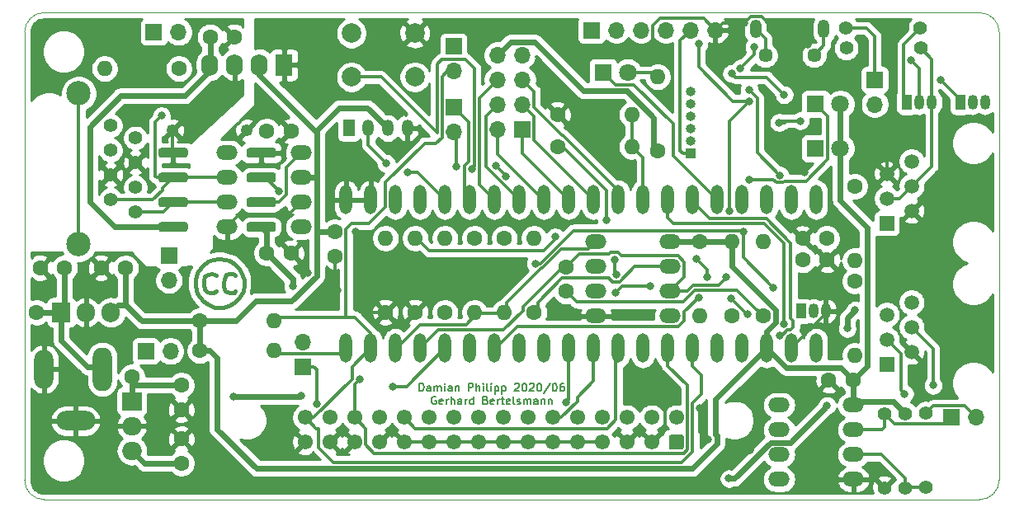
<source format=gtl>
%TF.GenerationSoftware,KiCad,Pcbnew,5.1.6-c6e7f7d~86~ubuntu18.04.1*%
%TF.CreationDate,2020-06-09T13:40:58+02:00*%
%TF.ProjectId,c6021light,63363032-316c-4696-9768-742e6b696361,rev?*%
%TF.SameCoordinates,Original*%
%TF.FileFunction,Copper,L1,Top*%
%TF.FilePolarity,Positive*%
%FSLAX46Y46*%
G04 Gerber Fmt 4.6, Leading zero omitted, Abs format (unit mm)*
G04 Created by KiCad (PCBNEW 5.1.6-c6e7f7d~86~ubuntu18.04.1) date 2020-06-09 13:40:58*
%MOMM*%
%LPD*%
G01*
G04 APERTURE LIST*
%TA.AperFunction,NonConductor*%
%ADD10C,0.150000*%
%TD*%
%TA.AperFunction,Profile*%
%ADD11C,0.050000*%
%TD*%
%TA.AperFunction,EtchedComponent*%
%ADD12C,0.381000*%
%TD*%
%TA.AperFunction,ComponentPad*%
%ADD13C,1.400000*%
%TD*%
%TA.AperFunction,ComponentPad*%
%ADD14C,1.600000*%
%TD*%
%TA.AperFunction,ComponentPad*%
%ADD15O,1.700000X1.700000*%
%TD*%
%TA.AperFunction,ComponentPad*%
%ADD16R,1.700000X1.700000*%
%TD*%
%TA.AperFunction,ComponentPad*%
%ADD17R,1.050000X1.500000*%
%TD*%
%TA.AperFunction,ComponentPad*%
%ADD18O,1.050000X1.500000*%
%TD*%
%TA.AperFunction,ComponentPad*%
%ADD19O,1.200000X1.900000*%
%TD*%
%TA.AperFunction,ComponentPad*%
%ADD20C,1.450000*%
%TD*%
%TA.AperFunction,ComponentPad*%
%ADD21O,1.000000X1.000000*%
%TD*%
%TA.AperFunction,ComponentPad*%
%ADD22R,1.000000X1.000000*%
%TD*%
%TA.AperFunction,ComponentPad*%
%ADD23O,1.600000X1.600000*%
%TD*%
%TA.AperFunction,ComponentPad*%
%ADD24O,2.199640X1.501140*%
%TD*%
%TA.AperFunction,ComponentPad*%
%ADD25C,2.499360*%
%TD*%
%TA.AperFunction,ComponentPad*%
%ADD26C,1.399540*%
%TD*%
%TA.AperFunction,ComponentPad*%
%ADD27O,1.300000X3.000000*%
%TD*%
%TA.AperFunction,ComponentPad*%
%ADD28C,1.998980*%
%TD*%
%TA.AperFunction,ComponentPad*%
%ADD29R,1.520000X1.520000*%
%TD*%
%TA.AperFunction,ComponentPad*%
%ADD30C,1.520000*%
%TD*%
%TA.AperFunction,ComponentPad*%
%ADD31C,1.550000*%
%TD*%
%TA.AperFunction,ComponentPad*%
%ADD32C,1.250000*%
%TD*%
%TA.AperFunction,ComponentPad*%
%ADD33C,1.800000*%
%TD*%
%TA.AperFunction,ComponentPad*%
%ADD34R,1.800000X1.800000*%
%TD*%
%TA.AperFunction,ComponentPad*%
%ADD35O,2.000000X1.905000*%
%TD*%
%TA.AperFunction,ComponentPad*%
%ADD36R,2.000000X1.905000*%
%TD*%
%TA.AperFunction,ComponentPad*%
%ADD37O,1.905000X2.000000*%
%TD*%
%TA.AperFunction,ComponentPad*%
%ADD38R,1.905000X2.000000*%
%TD*%
%TA.AperFunction,ComponentPad*%
%ADD39R,1.750000X2.250000*%
%TD*%
%TA.AperFunction,ComponentPad*%
%ADD40O,1.750000X2.250000*%
%TD*%
%TA.AperFunction,ComponentPad*%
%ADD41O,1.198880X1.699260*%
%TD*%
%TA.AperFunction,ComponentPad*%
%ADD42R,1.198880X1.699260*%
%TD*%
%TA.AperFunction,ComponentPad*%
%ADD43O,1.998980X4.500880*%
%TD*%
%TA.AperFunction,ComponentPad*%
%ADD44O,1.998980X4.000500*%
%TD*%
%TA.AperFunction,ComponentPad*%
%ADD45O,4.000500X1.998980*%
%TD*%
%TA.AperFunction,ViaPad*%
%ADD46C,0.800000*%
%TD*%
%TA.AperFunction,Conductor*%
%ADD47C,0.300000*%
%TD*%
%TA.AperFunction,Conductor*%
%ADD48C,0.600000*%
%TD*%
%TA.AperFunction,Conductor*%
%ADD49C,0.254000*%
%TD*%
G04 APERTURE END LIST*
D10*
X140520076Y-88866304D02*
X140520076Y-88066304D01*
X140710552Y-88066304D01*
X140824838Y-88104400D01*
X140901028Y-88180590D01*
X140939123Y-88256780D01*
X140977219Y-88409161D01*
X140977219Y-88523447D01*
X140939123Y-88675828D01*
X140901028Y-88752019D01*
X140824838Y-88828209D01*
X140710552Y-88866304D01*
X140520076Y-88866304D01*
X141662933Y-88866304D02*
X141662933Y-88447257D01*
X141624838Y-88371066D01*
X141548647Y-88332971D01*
X141396266Y-88332971D01*
X141320076Y-88371066D01*
X141662933Y-88828209D02*
X141586742Y-88866304D01*
X141396266Y-88866304D01*
X141320076Y-88828209D01*
X141281980Y-88752019D01*
X141281980Y-88675828D01*
X141320076Y-88599638D01*
X141396266Y-88561542D01*
X141586742Y-88561542D01*
X141662933Y-88523447D01*
X142043885Y-88866304D02*
X142043885Y-88332971D01*
X142043885Y-88409161D02*
X142081980Y-88371066D01*
X142158171Y-88332971D01*
X142272457Y-88332971D01*
X142348647Y-88371066D01*
X142386742Y-88447257D01*
X142386742Y-88866304D01*
X142386742Y-88447257D02*
X142424838Y-88371066D01*
X142501028Y-88332971D01*
X142615314Y-88332971D01*
X142691504Y-88371066D01*
X142729600Y-88447257D01*
X142729600Y-88866304D01*
X143110552Y-88866304D02*
X143110552Y-88332971D01*
X143110552Y-88066304D02*
X143072457Y-88104400D01*
X143110552Y-88142495D01*
X143148647Y-88104400D01*
X143110552Y-88066304D01*
X143110552Y-88142495D01*
X143834361Y-88866304D02*
X143834361Y-88447257D01*
X143796266Y-88371066D01*
X143720076Y-88332971D01*
X143567695Y-88332971D01*
X143491504Y-88371066D01*
X143834361Y-88828209D02*
X143758171Y-88866304D01*
X143567695Y-88866304D01*
X143491504Y-88828209D01*
X143453409Y-88752019D01*
X143453409Y-88675828D01*
X143491504Y-88599638D01*
X143567695Y-88561542D01*
X143758171Y-88561542D01*
X143834361Y-88523447D01*
X144215314Y-88332971D02*
X144215314Y-88866304D01*
X144215314Y-88409161D02*
X144253409Y-88371066D01*
X144329600Y-88332971D01*
X144443885Y-88332971D01*
X144520076Y-88371066D01*
X144558171Y-88447257D01*
X144558171Y-88866304D01*
X145548647Y-88866304D02*
X145548647Y-88066304D01*
X145853409Y-88066304D01*
X145929600Y-88104400D01*
X145967695Y-88142495D01*
X146005790Y-88218685D01*
X146005790Y-88332971D01*
X145967695Y-88409161D01*
X145929600Y-88447257D01*
X145853409Y-88485352D01*
X145548647Y-88485352D01*
X146348647Y-88866304D02*
X146348647Y-88066304D01*
X146691504Y-88866304D02*
X146691504Y-88447257D01*
X146653409Y-88371066D01*
X146577219Y-88332971D01*
X146462933Y-88332971D01*
X146386742Y-88371066D01*
X146348647Y-88409161D01*
X147072457Y-88866304D02*
X147072457Y-88332971D01*
X147072457Y-88066304D02*
X147034361Y-88104400D01*
X147072457Y-88142495D01*
X147110552Y-88104400D01*
X147072457Y-88066304D01*
X147072457Y-88142495D01*
X147567695Y-88866304D02*
X147491504Y-88828209D01*
X147453409Y-88752019D01*
X147453409Y-88066304D01*
X147872457Y-88866304D02*
X147872457Y-88332971D01*
X147872457Y-88066304D02*
X147834361Y-88104400D01*
X147872457Y-88142495D01*
X147910552Y-88104400D01*
X147872457Y-88066304D01*
X147872457Y-88142495D01*
X148253409Y-88332971D02*
X148253409Y-89132971D01*
X148253409Y-88371066D02*
X148329600Y-88332971D01*
X148481980Y-88332971D01*
X148558171Y-88371066D01*
X148596266Y-88409161D01*
X148634361Y-88485352D01*
X148634361Y-88713923D01*
X148596266Y-88790114D01*
X148558171Y-88828209D01*
X148481980Y-88866304D01*
X148329600Y-88866304D01*
X148253409Y-88828209D01*
X148977219Y-88332971D02*
X148977219Y-89132971D01*
X148977219Y-88371066D02*
X149053409Y-88332971D01*
X149205790Y-88332971D01*
X149281980Y-88371066D01*
X149320076Y-88409161D01*
X149358171Y-88485352D01*
X149358171Y-88713923D01*
X149320076Y-88790114D01*
X149281980Y-88828209D01*
X149205790Y-88866304D01*
X149053409Y-88866304D01*
X148977219Y-88828209D01*
X150272457Y-88142495D02*
X150310552Y-88104400D01*
X150386742Y-88066304D01*
X150577219Y-88066304D01*
X150653409Y-88104400D01*
X150691504Y-88142495D01*
X150729600Y-88218685D01*
X150729600Y-88294876D01*
X150691504Y-88409161D01*
X150234361Y-88866304D01*
X150729600Y-88866304D01*
X151224838Y-88066304D02*
X151301028Y-88066304D01*
X151377219Y-88104400D01*
X151415314Y-88142495D01*
X151453409Y-88218685D01*
X151491504Y-88371066D01*
X151491504Y-88561542D01*
X151453409Y-88713923D01*
X151415314Y-88790114D01*
X151377219Y-88828209D01*
X151301028Y-88866304D01*
X151224838Y-88866304D01*
X151148647Y-88828209D01*
X151110552Y-88790114D01*
X151072457Y-88713923D01*
X151034361Y-88561542D01*
X151034361Y-88371066D01*
X151072457Y-88218685D01*
X151110552Y-88142495D01*
X151148647Y-88104400D01*
X151224838Y-88066304D01*
X151796266Y-88142495D02*
X151834361Y-88104400D01*
X151910552Y-88066304D01*
X152101028Y-88066304D01*
X152177219Y-88104400D01*
X152215314Y-88142495D01*
X152253409Y-88218685D01*
X152253409Y-88294876D01*
X152215314Y-88409161D01*
X151758171Y-88866304D01*
X152253409Y-88866304D01*
X152748647Y-88066304D02*
X152824838Y-88066304D01*
X152901028Y-88104400D01*
X152939123Y-88142495D01*
X152977219Y-88218685D01*
X153015314Y-88371066D01*
X153015314Y-88561542D01*
X152977219Y-88713923D01*
X152939123Y-88790114D01*
X152901028Y-88828209D01*
X152824838Y-88866304D01*
X152748647Y-88866304D01*
X152672457Y-88828209D01*
X152634361Y-88790114D01*
X152596266Y-88713923D01*
X152558171Y-88561542D01*
X152558171Y-88371066D01*
X152596266Y-88218685D01*
X152634361Y-88142495D01*
X152672457Y-88104400D01*
X152748647Y-88066304D01*
X153929600Y-88028209D02*
X153243885Y-89056780D01*
X154348647Y-88066304D02*
X154424838Y-88066304D01*
X154501028Y-88104400D01*
X154539123Y-88142495D01*
X154577219Y-88218685D01*
X154615314Y-88371066D01*
X154615314Y-88561542D01*
X154577219Y-88713923D01*
X154539123Y-88790114D01*
X154501028Y-88828209D01*
X154424838Y-88866304D01*
X154348647Y-88866304D01*
X154272457Y-88828209D01*
X154234361Y-88790114D01*
X154196266Y-88713923D01*
X154158171Y-88561542D01*
X154158171Y-88371066D01*
X154196266Y-88218685D01*
X154234361Y-88142495D01*
X154272457Y-88104400D01*
X154348647Y-88066304D01*
X155301028Y-88066304D02*
X155148647Y-88066304D01*
X155072457Y-88104400D01*
X155034361Y-88142495D01*
X154958171Y-88256780D01*
X154920076Y-88409161D01*
X154920076Y-88713923D01*
X154958171Y-88790114D01*
X154996266Y-88828209D01*
X155072457Y-88866304D01*
X155224838Y-88866304D01*
X155301028Y-88828209D01*
X155339123Y-88790114D01*
X155377219Y-88713923D01*
X155377219Y-88523447D01*
X155339123Y-88447257D01*
X155301028Y-88409161D01*
X155224838Y-88371066D01*
X155072457Y-88371066D01*
X154996266Y-88409161D01*
X154958171Y-88447257D01*
X154920076Y-88523447D01*
X142196266Y-89454400D02*
X142120076Y-89416304D01*
X142005790Y-89416304D01*
X141891504Y-89454400D01*
X141815314Y-89530590D01*
X141777219Y-89606780D01*
X141739123Y-89759161D01*
X141739123Y-89873447D01*
X141777219Y-90025828D01*
X141815314Y-90102019D01*
X141891504Y-90178209D01*
X142005790Y-90216304D01*
X142081980Y-90216304D01*
X142196266Y-90178209D01*
X142234361Y-90140114D01*
X142234361Y-89873447D01*
X142081980Y-89873447D01*
X142881980Y-90178209D02*
X142805790Y-90216304D01*
X142653409Y-90216304D01*
X142577219Y-90178209D01*
X142539123Y-90102019D01*
X142539123Y-89797257D01*
X142577219Y-89721066D01*
X142653409Y-89682971D01*
X142805790Y-89682971D01*
X142881980Y-89721066D01*
X142920076Y-89797257D01*
X142920076Y-89873447D01*
X142539123Y-89949638D01*
X143262933Y-90216304D02*
X143262933Y-89682971D01*
X143262933Y-89835352D02*
X143301028Y-89759161D01*
X143339123Y-89721066D01*
X143415314Y-89682971D01*
X143491504Y-89682971D01*
X143758171Y-90216304D02*
X143758171Y-89416304D01*
X144101028Y-90216304D02*
X144101028Y-89797257D01*
X144062933Y-89721066D01*
X143986742Y-89682971D01*
X143872457Y-89682971D01*
X143796266Y-89721066D01*
X143758171Y-89759161D01*
X144824838Y-90216304D02*
X144824838Y-89797257D01*
X144786742Y-89721066D01*
X144710552Y-89682971D01*
X144558171Y-89682971D01*
X144481980Y-89721066D01*
X144824838Y-90178209D02*
X144748647Y-90216304D01*
X144558171Y-90216304D01*
X144481980Y-90178209D01*
X144443885Y-90102019D01*
X144443885Y-90025828D01*
X144481980Y-89949638D01*
X144558171Y-89911542D01*
X144748647Y-89911542D01*
X144824838Y-89873447D01*
X145205790Y-90216304D02*
X145205790Y-89682971D01*
X145205790Y-89835352D02*
X145243885Y-89759161D01*
X145281980Y-89721066D01*
X145358171Y-89682971D01*
X145434361Y-89682971D01*
X146043885Y-90216304D02*
X146043885Y-89416304D01*
X146043885Y-90178209D02*
X145967695Y-90216304D01*
X145815314Y-90216304D01*
X145739123Y-90178209D01*
X145701028Y-90140114D01*
X145662933Y-90063923D01*
X145662933Y-89835352D01*
X145701028Y-89759161D01*
X145739123Y-89721066D01*
X145815314Y-89682971D01*
X145967695Y-89682971D01*
X146043885Y-89721066D01*
X147301028Y-89797257D02*
X147415314Y-89835352D01*
X147453409Y-89873447D01*
X147491504Y-89949638D01*
X147491504Y-90063923D01*
X147453409Y-90140114D01*
X147415314Y-90178209D01*
X147339123Y-90216304D01*
X147034361Y-90216304D01*
X147034361Y-89416304D01*
X147301028Y-89416304D01*
X147377219Y-89454400D01*
X147415314Y-89492495D01*
X147453409Y-89568685D01*
X147453409Y-89644876D01*
X147415314Y-89721066D01*
X147377219Y-89759161D01*
X147301028Y-89797257D01*
X147034361Y-89797257D01*
X148139123Y-90178209D02*
X148062933Y-90216304D01*
X147910552Y-90216304D01*
X147834361Y-90178209D01*
X147796266Y-90102019D01*
X147796266Y-89797257D01*
X147834361Y-89721066D01*
X147910552Y-89682971D01*
X148062933Y-89682971D01*
X148139123Y-89721066D01*
X148177219Y-89797257D01*
X148177219Y-89873447D01*
X147796266Y-89949638D01*
X148520076Y-90216304D02*
X148520076Y-89682971D01*
X148520076Y-89835352D02*
X148558171Y-89759161D01*
X148596266Y-89721066D01*
X148672457Y-89682971D01*
X148748647Y-89682971D01*
X148901028Y-89682971D02*
X149205790Y-89682971D01*
X149015314Y-89416304D02*
X149015314Y-90102019D01*
X149053409Y-90178209D01*
X149129600Y-90216304D01*
X149205790Y-90216304D01*
X149777219Y-90178209D02*
X149701028Y-90216304D01*
X149548647Y-90216304D01*
X149472457Y-90178209D01*
X149434361Y-90102019D01*
X149434361Y-89797257D01*
X149472457Y-89721066D01*
X149548647Y-89682971D01*
X149701028Y-89682971D01*
X149777219Y-89721066D01*
X149815314Y-89797257D01*
X149815314Y-89873447D01*
X149434361Y-89949638D01*
X150272457Y-90216304D02*
X150196266Y-90178209D01*
X150158171Y-90102019D01*
X150158171Y-89416304D01*
X150539123Y-90178209D02*
X150615314Y-90216304D01*
X150767695Y-90216304D01*
X150843885Y-90178209D01*
X150881980Y-90102019D01*
X150881980Y-90063923D01*
X150843885Y-89987733D01*
X150767695Y-89949638D01*
X150653409Y-89949638D01*
X150577219Y-89911542D01*
X150539123Y-89835352D01*
X150539123Y-89797257D01*
X150577219Y-89721066D01*
X150653409Y-89682971D01*
X150767695Y-89682971D01*
X150843885Y-89721066D01*
X151224838Y-90216304D02*
X151224838Y-89682971D01*
X151224838Y-89759161D02*
X151262933Y-89721066D01*
X151339123Y-89682971D01*
X151453409Y-89682971D01*
X151529600Y-89721066D01*
X151567695Y-89797257D01*
X151567695Y-90216304D01*
X151567695Y-89797257D02*
X151605790Y-89721066D01*
X151681980Y-89682971D01*
X151796266Y-89682971D01*
X151872457Y-89721066D01*
X151910552Y-89797257D01*
X151910552Y-90216304D01*
X152634361Y-90216304D02*
X152634361Y-89797257D01*
X152596266Y-89721066D01*
X152520076Y-89682971D01*
X152367695Y-89682971D01*
X152291504Y-89721066D01*
X152634361Y-90178209D02*
X152558171Y-90216304D01*
X152367695Y-90216304D01*
X152291504Y-90178209D01*
X152253409Y-90102019D01*
X152253409Y-90025828D01*
X152291504Y-89949638D01*
X152367695Y-89911542D01*
X152558171Y-89911542D01*
X152634361Y-89873447D01*
X153015314Y-89682971D02*
X153015314Y-90216304D01*
X153015314Y-89759161D02*
X153053409Y-89721066D01*
X153129600Y-89682971D01*
X153243885Y-89682971D01*
X153320076Y-89721066D01*
X153358171Y-89797257D01*
X153358171Y-90216304D01*
X153739123Y-89682971D02*
X153739123Y-90216304D01*
X153739123Y-89759161D02*
X153777219Y-89721066D01*
X153853409Y-89682971D01*
X153967695Y-89682971D01*
X154043885Y-89721066D01*
X154081980Y-89797257D01*
X154081980Y-90216304D01*
D11*
X102000000Y-100000000D02*
G75*
G02*
X100000000Y-98000000I0J2000000D01*
G01*
X100000000Y-52000000D02*
G75*
G02*
X102000000Y-50000000I2000000J0D01*
G01*
X200000000Y-98000000D02*
G75*
G02*
X198000000Y-100000000I-2000000J0D01*
G01*
X198000000Y-50000000D02*
G75*
G02*
X200000000Y-52000000I0J-2000000D01*
G01*
X100000000Y-52000000D02*
X100000000Y-98000000D01*
X198000000Y-50000000D02*
X102000000Y-50000000D01*
X200000000Y-98000000D02*
X200000000Y-52000000D01*
X102000000Y-100000000D02*
X198000000Y-100000000D01*
D12*
%TO.C,REF\u002A\u002A*%
X120612040Y-75376100D02*
X120012600Y-75277040D01*
X121013360Y-75475160D02*
X120612040Y-75376100D01*
X121513740Y-75777420D02*
X121013360Y-75475160D01*
X122011580Y-76275260D02*
X121513740Y-75777420D01*
X122313840Y-76775640D02*
X122011580Y-76275260D01*
X122511960Y-77377620D02*
X122313840Y-76775640D01*
X122511960Y-77977060D02*
X122511960Y-77377620D01*
X122412900Y-78576500D02*
X122511960Y-77977060D01*
X122011580Y-79277540D02*
X122412900Y-78576500D01*
X121513740Y-79775380D02*
X122011580Y-79277540D01*
X120911760Y-80077640D02*
X121513740Y-79775380D01*
X120312320Y-80275760D02*
X120911760Y-80077640D01*
X119512220Y-80275760D02*
X120312320Y-80275760D01*
X118813720Y-79976040D02*
X119512220Y-80275760D01*
X118313340Y-79577260D02*
X118813720Y-79976040D01*
X117711360Y-78876220D02*
X118313340Y-79577260D01*
X117513240Y-78076120D02*
X117711360Y-78876220D01*
X117513240Y-77476680D02*
X117513240Y-78076120D01*
X117612300Y-76976300D02*
X117513240Y-77476680D01*
X117812960Y-76577520D02*
X117612300Y-76976300D01*
X118313340Y-75975540D02*
X117812960Y-76577520D01*
X118813720Y-75576760D02*
X118313340Y-75975540D01*
X119311560Y-75376100D02*
X118813720Y-75576760D01*
X119913540Y-75277040D02*
X119311560Y-75376100D01*
X120012600Y-75277040D02*
X119913540Y-75277040D01*
X119413160Y-78777160D02*
X119613820Y-78576500D01*
X119011840Y-78777160D02*
X119413160Y-78777160D01*
X118712120Y-78675560D02*
X119011840Y-78777160D01*
X118511460Y-78375840D02*
X118712120Y-78675560D01*
X118412400Y-77875460D02*
X118511460Y-78375840D01*
X118412400Y-77476680D02*
X118412400Y-77875460D01*
X118511460Y-77075360D02*
X118412400Y-77476680D01*
X118813720Y-76877240D02*
X118511460Y-77075360D01*
X119212500Y-76775640D02*
X118813720Y-76877240D01*
X119512220Y-76877240D02*
X119212500Y-76775640D01*
X119613820Y-76976300D02*
X119512220Y-76877240D01*
X121513740Y-78777160D02*
X121612800Y-78576500D01*
X121211480Y-78777160D02*
X121513740Y-78777160D01*
X121013360Y-78777160D02*
X121211480Y-78777160D01*
X120612040Y-78576500D02*
X121013360Y-78777160D01*
X120411380Y-78175180D02*
X120612040Y-78576500D01*
X120411380Y-77776400D02*
X120411380Y-78175180D01*
X120512980Y-77276020D02*
X120411380Y-77776400D01*
X120713640Y-76877240D02*
X120512980Y-77276020D01*
X121013360Y-76775640D02*
X120713640Y-76877240D01*
X121313080Y-76775640D02*
X121013360Y-76775640D01*
X121513740Y-76877240D02*
X121313080Y-76775640D01*
X121612800Y-76976300D02*
X121513740Y-76877240D01*
%TD*%
D13*
%TO.P,R15,2*%
%TO.N,Net-(J12-Pad4)*%
X190347600Y-98780600D03*
%TO.P,R15,1*%
%TO.N,+5V*%
X190347600Y-91160600D03*
%TD*%
%TO.P,R14,2*%
%TO.N,GND*%
X188239400Y-98780600D03*
%TO.P,R14,1*%
%TO.N,Net-(J10-Pad1)*%
X188239400Y-91160600D03*
%TD*%
%TO.P,R13,2*%
%TO.N,Net-(J12-Pad4)*%
X192481200Y-98755200D03*
%TO.P,R13,1*%
%TO.N,Net-(J10-Pad2)*%
X192481200Y-91135200D03*
%TD*%
D14*
%TO.P,C32,2*%
%TO.N,/LN_TX*%
X155575000Y-76113000D03*
%TO.P,C32,1*%
%TO.N,Net-(C32-Pad1)*%
X155575000Y-78613000D03*
%TD*%
%TO.P,C8,2*%
%TO.N,GNDD*%
X121524400Y-52476400D03*
%TO.P,C8,1*%
%TO.N,+5VD*%
X119024400Y-52476400D03*
%TD*%
%TO.P,C7,2*%
%TO.N,GND*%
X127341000Y-62166500D03*
%TO.P,C7,1*%
%TO.N,+3V3*%
X124841000Y-62166500D03*
%TD*%
%TO.P,C6,2*%
%TO.N,GND*%
X131826000Y-75017000D03*
%TO.P,C6,1*%
%TO.N,+5V*%
X131826000Y-72517000D03*
%TD*%
%TO.P,C5,2*%
%TO.N,GND*%
X127341000Y-74676000D03*
%TO.P,C5,1*%
%TO.N,+3V3*%
X124841000Y-74676000D03*
%TD*%
%TO.P,C4,2*%
%TO.N,GND*%
X116078000Y-93766000D03*
%TO.P,C4,1*%
%TO.N,+8V*%
X116078000Y-96266000D03*
%TD*%
%TO.P,C3,2*%
%TO.N,GND*%
X116078000Y-90765000D03*
%TO.P,C3,1*%
%TO.N,+12V*%
X116078000Y-88265000D03*
%TD*%
D15*
%TO.P,J11,2*%
%TO.N,Net-(J11-Pad2)*%
X114960400Y-84759800D03*
D16*
%TO.P,J11,1*%
%TO.N,+12V*%
X112420400Y-84759800D03*
%TD*%
D13*
%TO.P,R42,2*%
%TO.N,Net-(J31-Pad1)*%
X184289700Y-51574700D03*
%TO.P,R42,1*%
%TO.N,Net-(Q31-Pad2)*%
X191909700Y-51574700D03*
%TD*%
%TO.P,R41,2*%
%TO.N,Net-(Q31-Pad3)*%
X184302400Y-53644800D03*
%TO.P,R41,1*%
%TO.N,/LN*%
X191922400Y-53644800D03*
%TD*%
D17*
%TO.P,Q32,1*%
%TO.N,Net-(Q31-Pad2)*%
X190525400Y-59207400D03*
D18*
%TO.P,Q32,3*%
%TO.N,/LN*%
X193065400Y-59207400D03*
%TO.P,Q32,2*%
%TO.N,Net-(Q31-Pad3)*%
X191795400Y-59207400D03*
%TD*%
D17*
%TO.P,Q31,1*%
%TO.N,Net-(J31-Pad1)*%
X195999100Y-59207400D03*
D18*
%TO.P,Q31,3*%
%TO.N,Net-(Q31-Pad3)*%
X198539100Y-59207400D03*
%TO.P,Q31,2*%
%TO.N,Net-(Q31-Pad2)*%
X197269100Y-59207400D03*
%TD*%
D15*
%TO.P,J31,2*%
%TO.N,+12V*%
X187223400Y-59410600D03*
D16*
%TO.P,J31,1*%
%TO.N,Net-(J31-Pad1)*%
X187223400Y-56870600D03*
%TD*%
D19*
%TO.P,J50,6*%
%TO.N,Net-(J50-Pad6)*%
X182011200Y-51683400D03*
X175011200Y-51683400D03*
D20*
X181011200Y-54383400D03*
X176011200Y-54383400D03*
%TD*%
D21*
%TO.P,J51,6*%
%TO.N,Net-(J51-Pad6)*%
X168338500Y-58115200D03*
%TO.P,J51,5*%
%TO.N,/DTR*%
X168338500Y-59385200D03*
%TO.P,J51,4*%
%TO.N,Net-(J51-Pad4)*%
X168338500Y-60655200D03*
%TO.P,J51,3*%
%TO.N,Net-(J51-Pad3)*%
X168338500Y-61925200D03*
%TO.P,J51,2*%
%TO.N,Net-(J51-Pad2)*%
X168338500Y-63195200D03*
D22*
%TO.P,J51,1*%
%TO.N,/CTS*%
X168338500Y-64465200D03*
%TD*%
D23*
%TO.P,R1,2*%
%TO.N,/SDA*%
X125603000Y-81661000D03*
D14*
%TO.P,R1,1*%
%TO.N,+5V*%
X117983000Y-81661000D03*
%TD*%
D23*
%TO.P,R2,2*%
%TO.N,/SCL*%
X125603000Y-84709000D03*
D14*
%TO.P,R2,1*%
%TO.N,+5V*%
X117983000Y-84709000D03*
%TD*%
D23*
%TO.P,R3,2*%
%TO.N,Net-(D1-Pad2)*%
X164960300Y-56591200D03*
D14*
%TO.P,R3,1*%
%TO.N,+3V3*%
X164960300Y-64211200D03*
%TD*%
D23*
%TO.P,R11,2*%
%TO.N,/RS485RxD*%
X162306000Y-60452000D03*
D14*
%TO.P,R11,1*%
%TO.N,GND*%
X154686000Y-60452000D03*
%TD*%
D23*
%TO.P,R12,2*%
%TO.N,/RS485RxD*%
X162306000Y-63754000D03*
D14*
%TO.P,R12,1*%
%TO.N,Net-(R12-Pad1)*%
X154686000Y-63754000D03*
%TD*%
D23*
%TO.P,R31,2*%
%TO.N,Net-(Q30-Pad1)*%
X185191400Y-85191600D03*
D14*
%TO.P,R31,1*%
%TO.N,Net-(C30-Pad1)*%
X185191400Y-77571600D03*
%TD*%
D23*
%TO.P,R32,2*%
%TO.N,Net-(R32-Pad2)*%
X143129000Y-73152000D03*
D14*
%TO.P,R32,1*%
%TO.N,Net-(Q30-Pad1)*%
X143129000Y-80772000D03*
%TD*%
D23*
%TO.P,R33,2*%
%TO.N,Net-(R32-Pad2)*%
X137033000Y-73152000D03*
D14*
%TO.P,R33,1*%
%TO.N,GND*%
X137033000Y-80772000D03*
%TD*%
D23*
%TO.P,R34,2*%
%TO.N,Net-(C31-Pad1)*%
X140081000Y-73152000D03*
D14*
%TO.P,R34,1*%
%TO.N,GND*%
X140081000Y-80772000D03*
%TD*%
D23*
%TO.P,R35,2*%
%TO.N,+5V*%
X172593000Y-73533000D03*
D14*
%TO.P,R35,1*%
%TO.N,Net-(C31-Pad1)*%
X172593000Y-81153000D03*
%TD*%
D23*
%TO.P,R36,2*%
%TO.N,/LN_RX*%
X149225000Y-80772000D03*
D14*
%TO.P,R36,1*%
%TO.N,Net-(R32-Pad2)*%
X149225000Y-73152000D03*
%TD*%
D23*
%TO.P,R37,2*%
%TO.N,/LN_RX*%
X169291000Y-81153000D03*
D14*
%TO.P,R37,1*%
%TO.N,+5V*%
X169291000Y-73533000D03*
%TD*%
D23*
%TO.P,R38,2*%
%TO.N,/LN_RX*%
X146177000Y-80772000D03*
D14*
%TO.P,R38,1*%
%TO.N,Net-(D20-Pad1)*%
X146177000Y-73152000D03*
%TD*%
D23*
%TO.P,R39,2*%
%TO.N,Net-(D21-Pad1)*%
X152273000Y-73152000D03*
D14*
%TO.P,R39,1*%
%TO.N,Net-(R39-Pad1)*%
X152273000Y-80772000D03*
%TD*%
D23*
%TO.P,R40,2*%
%TO.N,/LN_TX*%
X175768000Y-73533000D03*
D14*
%TO.P,R40,1*%
%TO.N,Net-(C32-Pad1)*%
X175768000Y-81153000D03*
%TD*%
D23*
%TO.P,R5,2*%
%TO.N,Net-(J8-Pad8)*%
X108204000Y-55753000D03*
D14*
%TO.P,R5,1*%
%TO.N,Net-(J6-Pad2)*%
X115824000Y-55753000D03*
%TD*%
D23*
%TO.P,R30,2*%
%TO.N,Net-(C30-Pad1)*%
X185191400Y-75438000D03*
D14*
%TO.P,R30,1*%
%TO.N,/LN*%
X185191400Y-67818000D03*
%TD*%
D24*
%TO.P,U10,8*%
%TO.N,+5V*%
X185039000Y-90297000D03*
%TO.P,U10,7*%
%TO.N,Net-(J10-Pad1)*%
X185039000Y-92837000D03*
%TO.P,U10,6*%
%TO.N,Net-(J12-Pad4)*%
X185039000Y-95377000D03*
%TO.P,U10,5*%
%TO.N,GND*%
X185039000Y-97917000D03*
%TO.P,U10,4*%
%TO.N,/RS485TxD*%
X177419000Y-97917000D03*
%TO.P,U10,3*%
%TO.N,/RS485ENA*%
X177419000Y-95377000D03*
%TO.P,U10,2*%
X177419000Y-92837000D03*
%TO.P,U10,1*%
%TO.N,Net-(R12-Pad1)*%
X177419000Y-90297000D03*
%TD*%
D14*
%TO.P,C10,2*%
%TO.N,GND*%
X182513600Y-87757000D03*
%TO.P,C10,1*%
%TO.N,+5V*%
X185013600Y-87757000D03*
%TD*%
%TO.P,C31,2*%
%TO.N,GND*%
X182332000Y-75387200D03*
%TO.P,C31,1*%
%TO.N,Net-(C31-Pad1)*%
X179832000Y-75387200D03*
%TD*%
%TO.P,C30,2*%
%TO.N,GND*%
X179821200Y-73202800D03*
%TO.P,C30,1*%
%TO.N,Net-(C30-Pad1)*%
X182321200Y-73202800D03*
%TD*%
D25*
%TO.P,J8,*%
%TO.N,*%
X105537000Y-73787000D03*
X105537000Y-58293000D03*
D26*
%TO.P,J8,8*%
%TO.N,Net-(J8-Pad8)*%
X111379000Y-70485000D03*
%TO.P,J8,7*%
%TO.N,Net-(J6-Pad1)*%
X108839000Y-69215000D03*
%TO.P,J8,6*%
%TO.N,Net-(J7-Pad1)*%
X111379000Y-67945000D03*
%TO.P,J8,5*%
%TO.N,GNDD*%
X108839000Y-66675000D03*
%TO.P,J8,4*%
X111379000Y-65405000D03*
%TO.P,J8,2*%
%TO.N,Net-(J8-Pad2)*%
X111379000Y-62865000D03*
%TO.P,J8,1*%
%TO.N,Net-(J8-Pad1)*%
X108839000Y-61595000D03*
%TO.P,J8,3*%
%TO.N,Net-(J8-Pad3)*%
X108839000Y-64135000D03*
%TD*%
D14*
%TO.P,C2,2*%
%TO.N,GND*%
X107863000Y-76200000D03*
%TO.P,C2,1*%
%TO.N,+5V*%
X110363000Y-76200000D03*
%TD*%
%TO.P,C1,2*%
%TO.N,GND*%
X101600000Y-76200000D03*
%TO.P,C1,1*%
%TO.N,+12V*%
X104100000Y-76200000D03*
%TD*%
D27*
%TO.P,BP1,40*%
%TO.N,GND*%
X132969000Y-69207380D03*
%TO.P,BP1,1*%
%TO.N,/SCL*%
X132969000Y-84455000D03*
%TO.P,BP1,39*%
%TO.N,GND*%
X135509000Y-69207380D03*
%TO.P,BP1,2*%
%TO.N,/SDA*%
X135509000Y-84455000D03*
%TO.P,BP1,38*%
%TO.N,+3V3*%
X138049000Y-69215000D03*
%TO.P,BP1,3*%
%TO.N,/LN_RX*%
X138049000Y-84447380D03*
%TO.P,BP1,37*%
%TO.N,Net-(BP1-Pad37)*%
X140589000Y-69215000D03*
%TO.P,BP1,4*%
%TO.N,/LN_TX*%
X140589000Y-84455000D03*
%TO.P,BP1,36*%
%TO.N,/SDA2*%
X143129000Y-69215000D03*
%TO.P,BP1,5*%
%TO.N,/M_B10*%
X143129000Y-84455000D03*
%TO.P,BP1,35*%
%TO.N,/SCL2*%
X145669000Y-69215000D03*
%TO.P,BP1,6*%
%TO.N,/TxD*%
X145669000Y-84455000D03*
%TO.P,BP1,34*%
%TO.N,Net-(BP1-Pad34)*%
X148209000Y-69215000D03*
%TO.P,BP1,7*%
%TO.N,/RxD*%
X148209000Y-84455000D03*
%TO.P,BP1,33*%
%TO.N,Net-(BP1-Pad33)*%
X150749000Y-69215000D03*
%TO.P,BP1,8*%
%TO.N,Net-(BP1-Pad8)*%
X150749000Y-84455000D03*
%TO.P,BP1,32*%
%TO.N,Net-(BP1-Pad32)*%
X153289000Y-69207380D03*
%TO.P,BP1,9*%
%TO.N,Net-(BP1-Pad9)*%
X153289000Y-84455000D03*
%TO.P,BP1,31*%
%TO.N,Net-(BP1-Pad31)*%
X155829000Y-69215000D03*
%TO.P,BP1,10*%
%TO.N,/M_GO*%
X155829000Y-84455000D03*
%TO.P,BP1,30*%
%TO.N,Net-(BP1-Pad30)*%
X158369000Y-69215000D03*
%TO.P,BP1,11*%
%TO.N,/M_INIT*%
X158369000Y-84455000D03*
%TO.P,BP1,29*%
%TO.N,Net-(BP1-Pad29)*%
X160909000Y-69215000D03*
%TO.P,BP1,12*%
%TO.N,/M_STOP*%
X160909000Y-84455000D03*
%TO.P,BP1,28*%
%TO.N,/RS485RxD*%
X163449000Y-69215000D03*
%TO.P,BP1,13*%
%TO.N,Net-(BP1-Pad13)*%
X163449000Y-84447380D03*
%TO.P,BP1,27*%
%TO.N,/RS485TxD*%
X165989000Y-69215000D03*
%TO.P,BP1,14*%
%TO.N,/SCL*%
X165989000Y-84455000D03*
%TO.P,BP1,26*%
%TO.N,/RS485ENA*%
X168529000Y-69215000D03*
%TO.P,BP1,15*%
%TO.N,/SDA*%
X168529000Y-84455000D03*
%TO.P,BP1,25*%
%TO.N,Net-(BP1-Pad25)*%
X171069000Y-69215000D03*
%TO.P,BP1,16*%
%TO.N,/CANRX*%
X171069000Y-84455000D03*
%TO.P,BP1,24*%
%TO.N,Net-(BP1-Pad24)*%
X173609000Y-69215000D03*
%TO.P,BP1,17*%
%TO.N,/CANTX*%
X173609000Y-84455000D03*
%TO.P,BP1,23*%
%TO.N,Net-(BP1-Pad23)*%
X176149000Y-69207380D03*
%TO.P,BP1,18*%
%TO.N,+5V*%
X176149000Y-84455000D03*
%TO.P,BP1,22*%
%TO.N,Net-(BP1-Pad22)*%
X178689000Y-69215000D03*
%TO.P,BP1,19*%
%TO.N,GND*%
X178689000Y-84455000D03*
%TO.P,BP1,21*%
%TO.N,Net-(BP1-Pad21)*%
X181229000Y-69215000D03*
%TO.P,BP1,20*%
%TO.N,Net-(BP1-Pad20)*%
X181229000Y-84455000D03*
%TD*%
D15*
%TO.P,J4,2*%
%TO.N,/M_B10*%
X128524000Y-83820000D03*
D16*
%TO.P,J4,1*%
%TO.N,Net-(J3-Padb8)*%
X128524000Y-86360000D03*
%TD*%
D28*
%TO.P,SW1,3*%
%TO.N,N/C*%
X140030200Y-56606440D03*
%TO.P,SW1,4*%
X133527800Y-52105560D03*
%TO.P,SW1,2*%
%TO.N,GND*%
X140030200Y-52105560D03*
%TO.P,SW1,1*%
%TO.N,Net-(BP1-Pad23)*%
X133527800Y-56606440D03*
%TD*%
D15*
%TO.P,J2,8*%
%TO.N,+3V3*%
X148526500Y-54356000D03*
%TO.P,J2,7*%
%TO.N,GND*%
X151066500Y-54356000D03*
%TO.P,J2,6*%
%TO.N,Net-(BP1-Pad34)*%
X148526500Y-56896000D03*
%TO.P,J2,5*%
%TO.N,Net-(BP1-Pad29)*%
X151066500Y-56896000D03*
%TO.P,J2,4*%
%TO.N,Net-(BP1-Pad33)*%
X148526500Y-59436000D03*
%TO.P,J2,3*%
%TO.N,Net-(BP1-Pad30)*%
X151066500Y-59436000D03*
%TO.P,J2,2*%
%TO.N,Net-(BP1-Pad32)*%
X148526500Y-61976000D03*
D16*
%TO.P,J2,1*%
%TO.N,Net-(BP1-Pad31)*%
X151066500Y-61976000D03*
%TD*%
D14*
%TO.P,TP2,1*%
%TO.N,+12V*%
X110998000Y-87376000D03*
%TD*%
%TO.P,TP1,1*%
%TO.N,+12V*%
X101219000Y-80772000D03*
%TD*%
D15*
%TO.P,J52,6*%
%TO.N,GND*%
X170865800Y-51790600D03*
%TO.P,J52,5*%
%TO.N,/CTS*%
X168325800Y-51790600D03*
%TO.P,J52,4*%
%TO.N,Net-(J52-Pad4)*%
X165785800Y-51790600D03*
%TO.P,J52,3*%
%TO.N,/TxD*%
X163245800Y-51790600D03*
%TO.P,J52,2*%
%TO.N,/RxD*%
X160705800Y-51790600D03*
D16*
%TO.P,J52,1*%
%TO.N,/DTR*%
X158165800Y-51790600D03*
%TD*%
%TO.P,U4,8*%
%TO.N,+5VD*%
%TA.AperFunction,SMDPad,CuDef*%
G36*
G01*
X116736000Y-71759000D02*
X116736000Y-72259000D01*
G75*
G02*
X116486000Y-72509000I-250000J0D01*
G01*
X113986000Y-72509000D01*
G75*
G02*
X113736000Y-72259000I0J250000D01*
G01*
X113736000Y-71759000D01*
G75*
G02*
X113986000Y-71509000I250000J0D01*
G01*
X116486000Y-71509000D01*
G75*
G02*
X116736000Y-71759000I0J-250000D01*
G01*
G37*
%TD.AperFunction*%
%TO.P,U4,7*%
%TO.N,Net-(J8-Pad8)*%
%TA.AperFunction,SMDPad,CuDef*%
G36*
G01*
X116736000Y-69219000D02*
X116736000Y-69719000D01*
G75*
G02*
X116486000Y-69969000I-250000J0D01*
G01*
X113986000Y-69969000D01*
G75*
G02*
X113736000Y-69719000I0J250000D01*
G01*
X113736000Y-69219000D01*
G75*
G02*
X113986000Y-68969000I250000J0D01*
G01*
X116486000Y-68969000D01*
G75*
G02*
X116736000Y-69219000I0J-250000D01*
G01*
G37*
%TD.AperFunction*%
%TO.P,U4,6*%
%TO.N,Net-(J6-Pad1)*%
%TA.AperFunction,SMDPad,CuDef*%
G36*
G01*
X116736000Y-66679000D02*
X116736000Y-67179000D01*
G75*
G02*
X116486000Y-67429000I-250000J0D01*
G01*
X113986000Y-67429000D01*
G75*
G02*
X113736000Y-67179000I0J250000D01*
G01*
X113736000Y-66679000D01*
G75*
G02*
X113986000Y-66429000I250000J0D01*
G01*
X116486000Y-66429000D01*
G75*
G02*
X116736000Y-66679000I0J-250000D01*
G01*
G37*
%TD.AperFunction*%
%TO.P,U4,5*%
%TO.N,GNDD*%
%TA.AperFunction,SMDPad,CuDef*%
G36*
G01*
X116736000Y-64139000D02*
X116736000Y-64639000D01*
G75*
G02*
X116486000Y-64889000I-250000J0D01*
G01*
X113986000Y-64889000D01*
G75*
G02*
X113736000Y-64639000I0J250000D01*
G01*
X113736000Y-64139000D01*
G75*
G02*
X113986000Y-63889000I250000J0D01*
G01*
X116486000Y-63889000D01*
G75*
G02*
X116736000Y-64139000I0J-250000D01*
G01*
G37*
%TD.AperFunction*%
%TO.P,U4,4*%
%TO.N,GND*%
%TA.AperFunction,SMDPad,CuDef*%
G36*
G01*
X125786000Y-64139000D02*
X125786000Y-64639000D01*
G75*
G02*
X125536000Y-64889000I-250000J0D01*
G01*
X123036000Y-64889000D01*
G75*
G02*
X122786000Y-64639000I0J250000D01*
G01*
X122786000Y-64139000D01*
G75*
G02*
X123036000Y-63889000I250000J0D01*
G01*
X125536000Y-63889000D01*
G75*
G02*
X125786000Y-64139000I0J-250000D01*
G01*
G37*
%TD.AperFunction*%
%TO.P,U4,3*%
%TO.N,/CANTX*%
%TA.AperFunction,SMDPad,CuDef*%
G36*
G01*
X125786000Y-66679000D02*
X125786000Y-67179000D01*
G75*
G02*
X125536000Y-67429000I-250000J0D01*
G01*
X123036000Y-67429000D01*
G75*
G02*
X122786000Y-67179000I0J250000D01*
G01*
X122786000Y-66679000D01*
G75*
G02*
X123036000Y-66429000I250000J0D01*
G01*
X125536000Y-66429000D01*
G75*
G02*
X125786000Y-66679000I0J-250000D01*
G01*
G37*
%TD.AperFunction*%
%TO.P,U4,2*%
%TO.N,/CANRX*%
%TA.AperFunction,SMDPad,CuDef*%
G36*
G01*
X125786000Y-69219000D02*
X125786000Y-69719000D01*
G75*
G02*
X125536000Y-69969000I-250000J0D01*
G01*
X123036000Y-69969000D01*
G75*
G02*
X122786000Y-69719000I0J250000D01*
G01*
X122786000Y-69219000D01*
G75*
G02*
X123036000Y-68969000I250000J0D01*
G01*
X125536000Y-68969000D01*
G75*
G02*
X125786000Y-69219000I0J-250000D01*
G01*
G37*
%TD.AperFunction*%
%TO.P,U4,1*%
%TO.N,+3V3*%
%TA.AperFunction,SMDPad,CuDef*%
G36*
G01*
X125786000Y-71759000D02*
X125786000Y-72259000D01*
G75*
G02*
X125536000Y-72509000I-250000J0D01*
G01*
X123036000Y-72509000D01*
G75*
G02*
X122786000Y-72259000I0J250000D01*
G01*
X122786000Y-71759000D01*
G75*
G02*
X123036000Y-71509000I250000J0D01*
G01*
X125536000Y-71509000D01*
G75*
G02*
X125786000Y-71759000I0J-250000D01*
G01*
G37*
%TD.AperFunction*%
%TD*%
D29*
%TO.P,J30,1*%
%TO.N,Net-(J30-Pad1)*%
X188468000Y-71628000D03*
D30*
%TO.P,J30,2*%
%TO.N,GND*%
X191008000Y-70358000D03*
%TO.P,J30,3*%
%TO.N,/LN*%
X188468000Y-69088000D03*
%TO.P,J30,4*%
X191008000Y-67818000D03*
%TO.P,J30,5*%
%TO.N,GND*%
X188468000Y-66548000D03*
%TO.P,J30,6*%
%TO.N,Net-(J30-Pad6)*%
X191008000Y-65278000D03*
%TD*%
D31*
%TO.P,J3,b16*%
%TO.N,/SDA*%
X128778000Y-91567000D03*
%TO.P,J3,b15*%
%TO.N,Net-(J3-Padb15)*%
X131318000Y-91567000D03*
%TO.P,J3,b14*%
%TO.N,/SCL*%
X133858000Y-91567000D03*
%TO.P,J3,b13*%
%TO.N,Net-(J3-Padb13)*%
X136398000Y-91567000D03*
%TO.P,J3,b12*%
%TO.N,/M_STOP*%
X138938000Y-91567000D03*
%TO.P,J3,b11*%
%TO.N,Net-(J3-Padb11)*%
X141478000Y-91567000D03*
%TO.P,J3,b10*%
%TO.N,/M_GO*%
X144018000Y-91567000D03*
%TO.P,J3,b9*%
%TO.N,Net-(J3-Padb9)*%
X146558000Y-91567000D03*
%TO.P,J3,b8*%
%TO.N,Net-(J3-Padb8)*%
X149098000Y-91567000D03*
%TO.P,J3,b7*%
%TO.N,Net-(J3-Padb7)*%
X151638000Y-91567000D03*
%TO.P,J3,b6*%
%TO.N,/M_INIT*%
X154178000Y-91567000D03*
%TO.P,J3,b5*%
%TO.N,Net-(J3-Padb5)*%
X156718000Y-91567000D03*
%TO.P,J3,b4*%
%TO.N,+8V*%
X159258000Y-91567000D03*
%TO.P,J3,b3*%
%TO.N,Net-(J3-Padb3)*%
X161798000Y-91567000D03*
%TO.P,J3,b2*%
%TO.N,+8V*%
X164338000Y-91567000D03*
%TO.P,J3,b1*%
%TO.N,Net-(J3-Padb1)*%
X166878000Y-91567000D03*
%TO.P,J3,a16*%
%TO.N,GND*%
X128778000Y-94107000D03*
%TO.P,J3,a15*%
X131318000Y-94107000D03*
%TO.P,J3,a14*%
X133858000Y-94107000D03*
%TO.P,J3,a13*%
X136398000Y-94107000D03*
%TO.P,J3,a12*%
X138938000Y-94107000D03*
%TO.P,J3,a11*%
X141478000Y-94107000D03*
%TO.P,J3,a10*%
X144018000Y-94107000D03*
%TO.P,J3,a9*%
X146558000Y-94107000D03*
%TO.P,J3,a8*%
X149098000Y-94107000D03*
%TO.P,J3,a7*%
X151638000Y-94107000D03*
%TO.P,J3,a6*%
X154178000Y-94107000D03*
%TO.P,J3,a5*%
X156718000Y-94107000D03*
%TO.P,J3,a4*%
X159258000Y-94107000D03*
%TO.P,J3,a3*%
X161798000Y-94107000D03*
%TO.P,J3,a2*%
X164338000Y-94107000D03*
%TO.P,J3,a1*%
%TA.AperFunction,ComponentPad*%
G36*
G01*
X167403001Y-94882000D02*
X166352999Y-94882000D01*
G75*
G02*
X166103000Y-94632001I0J249999D01*
G01*
X166103000Y-93581999D01*
G75*
G02*
X166352999Y-93332000I249999J0D01*
G01*
X167403001Y-93332000D01*
G75*
G02*
X167653000Y-93581999I0J-249999D01*
G01*
X167653000Y-94632001D01*
G75*
G02*
X167403001Y-94882000I-249999J0D01*
G01*
G37*
%TD.AperFunction*%
%TD*%
D32*
%TO.P,R4,2*%
%TO.N,GND*%
X122810000Y-62103000D03*
%TO.P,R4,1*%
%TO.N,GNDD*%
X115190000Y-62103000D03*
%TD*%
D15*
%TO.P,JP1,2*%
%TO.N,/SDA*%
X144018000Y-56007000D03*
D16*
%TO.P,JP1,1*%
%TO.N,/SDA2*%
X144018000Y-53467000D03*
%TD*%
D15*
%TO.P,JP2,2*%
%TO.N,/SCL*%
X144018000Y-62230000D03*
D16*
%TO.P,JP2,1*%
%TO.N,/SCL2*%
X144018000Y-59690000D03*
%TD*%
D33*
%TO.P,D21,2*%
%TO.N,+5V*%
X183705500Y-59385200D03*
D34*
%TO.P,D21,1*%
%TO.N,Net-(D21-Pad1)*%
X181165500Y-59385200D03*
%TD*%
D33*
%TO.P,D20,2*%
%TO.N,+5V*%
X183705500Y-63931800D03*
D34*
%TO.P,D20,1*%
%TO.N,Net-(D20-Pad1)*%
X181165500Y-63931800D03*
%TD*%
D33*
%TO.P,D1,2*%
%TO.N,Net-(D1-Pad2)*%
X161886900Y-56134000D03*
D34*
%TO.P,D1,1*%
%TO.N,Net-(BP1-Pad25)*%
X159346900Y-56134000D03*
%TD*%
D24*
%TO.P,U30,8*%
%TO.N,+5V*%
X166243000Y-73533000D03*
%TO.P,U30,7*%
%TO.N,Net-(R39-Pad1)*%
X166243000Y-76073000D03*
%TO.P,U30,6*%
%TO.N,/LN_TX*%
X166243000Y-78613000D03*
%TO.P,U30,5*%
%TO.N,Net-(C31-Pad1)*%
X166243000Y-81153000D03*
%TO.P,U30,4*%
%TO.N,GND*%
X158623000Y-81153000D03*
%TO.P,U30,3*%
%TO.N,Net-(R32-Pad2)*%
X158623000Y-78613000D03*
%TO.P,U30,2*%
%TO.N,Net-(C31-Pad1)*%
X158623000Y-76073000D03*
%TO.P,U30,1*%
%TO.N,/LN_RX*%
X158623000Y-73533000D03*
%TD*%
%TO.P,U3,8*%
%TO.N,GND*%
X120777000Y-72009000D03*
%TO.P,U3,7*%
%TO.N,Net-(J8-Pad8)*%
X120777000Y-69469000D03*
%TO.P,U3,6*%
%TO.N,Net-(J6-Pad1)*%
X120777000Y-66929000D03*
%TO.P,U3,5*%
%TO.N,+3V3*%
X120777000Y-64389000D03*
%TO.P,U3,4*%
%TO.N,/CANRX*%
X128397000Y-64389000D03*
%TO.P,U3,3*%
%TO.N,+5V*%
X128397000Y-66929000D03*
%TO.P,U3,2*%
%TO.N,GND*%
X128397000Y-69469000D03*
%TO.P,U3,1*%
%TO.N,/CANTX*%
X128397000Y-72009000D03*
%TD*%
D35*
%TO.P,U2,3*%
%TO.N,+8V*%
X110998000Y-94996000D03*
%TO.P,U2,2*%
%TO.N,GND*%
X110998000Y-92456000D03*
D36*
%TO.P,U2,1*%
%TO.N,+12V*%
X110998000Y-89916000D03*
%TD*%
D37*
%TO.P,U1,3*%
%TO.N,+5V*%
X108839000Y-80772000D03*
%TO.P,U1,2*%
%TO.N,GND*%
X106299000Y-80772000D03*
D38*
%TO.P,U1,1*%
%TO.N,+12V*%
X103759000Y-80772000D03*
%TD*%
D17*
%TO.P,Q30,1*%
%TO.N,Net-(Q30-Pad1)*%
X179679600Y-80645000D03*
D18*
%TO.P,Q30,3*%
%TO.N,GND*%
X182219600Y-80645000D03*
%TO.P,Q30,2*%
%TO.N,Net-(C32-Pad1)*%
X180949600Y-80645000D03*
%TD*%
D39*
%TO.P,PS1,1*%
%TO.N,GND*%
X126619000Y-55372000D03*
D40*
%TO.P,PS1,2*%
%TO.N,+5V*%
X124079000Y-55372000D03*
%TO.P,PS1,3*%
%TO.N,GNDD*%
X121539000Y-55372000D03*
%TO.P,PS1,4*%
%TO.N,+5VD*%
X118999000Y-55372000D03*
%TD*%
D29*
%TO.P,J12,1*%
%TO.N,Net-(J12-Pad1)*%
X188468000Y-86106000D03*
D30*
%TO.P,J12,2*%
%TO.N,GND*%
X191008000Y-84836000D03*
%TO.P,J12,3*%
%TO.N,Net-(J10-Pad1)*%
X188468000Y-83566000D03*
%TO.P,J12,4*%
%TO.N,Net-(J12-Pad4)*%
X191008000Y-82296000D03*
%TO.P,J12,5*%
%TO.N,Net-(J11-Pad2)*%
X188468000Y-81026000D03*
%TO.P,J12,6*%
%TO.N,Net-(J12-Pad6)*%
X191008000Y-79756000D03*
%TD*%
D15*
%TO.P,J10,2*%
%TO.N,Net-(J10-Pad2)*%
X197612000Y-91567000D03*
D16*
%TO.P,J10,1*%
%TO.N,Net-(J10-Pad1)*%
X195072000Y-91567000D03*
%TD*%
D15*
%TO.P,J7,2*%
%TO.N,+12V*%
X114808000Y-77470000D03*
D16*
%TO.P,J7,1*%
%TO.N,Net-(J7-Pad1)*%
X114808000Y-74930000D03*
%TD*%
D15*
%TO.P,J6,2*%
%TO.N,Net-(J6-Pad2)*%
X115798600Y-51993800D03*
D16*
%TO.P,J6,1*%
%TO.N,Net-(J6-Pad1)*%
X113258600Y-51993800D03*
%TD*%
D41*
%TO.P,J5,4*%
%TO.N,GND*%
X139270740Y-61849000D03*
%TO.P,J5,2*%
%TO.N,/SDA2*%
X135270240Y-61849000D03*
%TO.P,J5,3*%
%TO.N,+5V*%
X137271760Y-61849000D03*
D42*
%TO.P,J5,1*%
%TO.N,/SCL2*%
X133268720Y-61849000D03*
%TD*%
D43*
%TO.P,J1,1*%
%TO.N,+12V*%
X107977940Y-86614000D03*
D44*
%TO.P,J1,3*%
%TO.N,GND*%
X101975920Y-86614000D03*
D45*
%TO.P,J1,2*%
X105227120Y-91914980D03*
%TD*%
D46*
%TO.N,GND*%
X132080000Y-78486000D03*
X134302500Y-79311500D03*
X129032000Y-76708000D03*
X164401500Y-88519000D03*
X178752500Y-88011000D03*
X174498000Y-89471500D03*
X174434500Y-94932500D03*
X170116500Y-93853000D03*
X169291000Y-90614500D03*
X133985000Y-72453500D03*
X134874000Y-75946000D03*
X122936000Y-75819000D03*
X164973000Y-54483000D03*
X173848242Y-51037546D03*
X180359003Y-53230027D03*
X178142900Y-65252600D03*
X180009800Y-66395600D03*
X188899800Y-64592200D03*
X192836800Y-69062600D03*
X124129800Y-77012800D03*
%TO.N,/SCL*%
X144272000Y-65786000D03*
X134355990Y-87641990D03*
%TO.N,+3V3*%
X127508000Y-78105000D03*
%TO.N,/LN_RX*%
X160528000Y-75374500D03*
X160678092Y-76874511D03*
%TO.N,/LN_TX*%
X172021500Y-77152500D03*
%TO.N,/SDA2*%
X137096500Y-65468500D03*
X139319000Y-66421000D03*
%TO.N,/TxD*%
X164211000Y-78105000D03*
X160655000Y-78740000D03*
X172279850Y-70375392D03*
X169189400Y-53213000D03*
X174346310Y-59080400D03*
%TO.N,/RxD*%
X169164000Y-79248000D03*
X174346310Y-57950100D03*
X177495163Y-66695223D03*
%TO.N,/M_GO*%
X155530376Y-90028946D03*
%TO.N,/RS485TxD*%
X177922262Y-81942989D03*
%TO.N,/RS485ENA*%
X177514771Y-83176390D03*
%TO.N,/CANTX*%
X126111000Y-68326000D03*
%TO.N,Net-(BP1-Pad23)*%
X145921324Y-66074262D03*
X149415500Y-66802000D03*
X148361911Y-65684911D03*
%TO.N,+8V*%
X121475500Y-89408000D03*
X128397000Y-89344500D03*
%TO.N,Net-(C31-Pad1)*%
X154432000Y-73025000D03*
%TO.N,Net-(C50-Pad1)*%
X172541490Y-56247463D03*
X177929880Y-58427520D03*
%TO.N,Net-(D21-Pad1)*%
X174377248Y-67124900D03*
%TO.N,Net-(J6-Pad1)*%
X114046000Y-60579000D03*
%TO.N,Net-(J10-Pad1)*%
X190296800Y-89128600D03*
%TO.N,Net-(J11-Pad2)*%
X172262800Y-97840800D03*
X182346600Y-90347800D03*
X184404000Y-82423000D03*
X185216800Y-80543400D03*
%TO.N,Net-(J12-Pad4)*%
X193217800Y-88265000D03*
%TO.N,Net-(J50-Pad3)*%
X177406300Y-61290200D03*
X179590700Y-61112400D03*
%TO.N,Net-(J50-Pad2)*%
X173456600Y-55702200D03*
X174842949Y-53524350D03*
%TO.N,Net-(Q30-Pad1)*%
X152400000Y-75755500D03*
X173736000Y-72517000D03*
X176847500Y-78232000D03*
%TO.N,Net-(R12-Pad1)*%
X174180500Y-80962500D03*
X172466000Y-79311500D03*
X170053000Y-77152500D03*
X168951162Y-75288662D03*
X159702500Y-71310500D03*
%TO.N,/M_B10*%
X137795000Y-88392000D03*
%TO.N,Net-(J3-Padb8)*%
X129948643Y-90210680D03*
%TO.N,Net-(J31-Pad1)*%
X194017900Y-56921400D03*
%TO.N,Net-(Q31-Pad3)*%
X190957200Y-54914800D03*
%TD*%
D47*
%TO.N,*%
X105537000Y-58293000D02*
X105537000Y-73787000D01*
%TO.N,GND*%
X136398000Y-94107000D02*
X137033000Y-94107000D01*
X138938000Y-94107000D02*
X138938000Y-94361000D01*
X131826000Y-75017000D02*
X131826000Y-78232000D01*
X131826000Y-78232000D02*
X132080000Y-78486000D01*
X135763000Y-80772000D02*
X137033000Y-80772000D01*
X134302500Y-79311500D02*
X135763000Y-80772000D01*
X129032000Y-76367000D02*
X127341000Y-74676000D01*
X129032000Y-76708000D02*
X129032000Y-76367000D01*
X121867170Y-70918830D02*
X120777000Y-72009000D01*
X126947170Y-70918830D02*
X121867170Y-70918830D01*
X128397000Y-69469000D02*
X126947170Y-70918830D01*
X138938000Y-94107000D02*
X141478000Y-94107000D01*
X165752999Y-92692001D02*
X164338000Y-94107000D01*
X165752999Y-89870499D02*
X165752999Y-92692001D01*
X164401500Y-88519000D02*
X165752999Y-89870499D01*
X178752500Y-88011000D02*
X175958500Y-88011000D01*
X175958500Y-88011000D02*
X174498000Y-89471500D01*
X170116500Y-93853000D02*
X169291000Y-93027500D01*
X169291000Y-93027500D02*
X169291000Y-90614500D01*
X133985000Y-72453500D02*
X133985000Y-75057000D01*
X133985000Y-75057000D02*
X134874000Y-75946000D01*
X182245000Y-80899000D02*
X182245000Y-80645000D01*
X178689000Y-84455000D02*
X182245000Y-80899000D01*
X169665799Y-50590599D02*
X165182401Y-50590599D01*
X170865800Y-51790600D02*
X169665799Y-50590599D01*
X164445801Y-51327199D02*
X164445801Y-54463801D01*
X165182401Y-50590599D02*
X164445801Y-51327199D01*
X164445801Y-54463801D02*
X164465000Y-54483000D01*
X164465000Y-54483000D02*
X164973000Y-54483000D01*
X171618854Y-51037546D02*
X170865800Y-51790600D01*
X173848242Y-51037546D02*
X171618854Y-51037546D01*
X180359003Y-53230027D02*
X178439327Y-53230027D01*
X175592690Y-50383390D02*
X174502398Y-50383390D01*
X174502398Y-50383390D02*
X173848242Y-51037546D01*
X178439327Y-53230027D02*
X175592690Y-50383390D01*
X178142900Y-65252600D02*
X178866800Y-65252600D01*
X178866800Y-65252600D02*
X180009800Y-66395600D01*
X141478000Y-94107000D02*
X144018000Y-94107000D01*
X144018000Y-94107000D02*
X146558000Y-94107000D01*
X146558000Y-94107000D02*
X149098000Y-94107000D01*
X149098000Y-94107000D02*
X151638000Y-94107000D01*
X151638000Y-94107000D02*
X154178000Y-94107000D01*
X154178000Y-94107000D02*
X156718000Y-94107000D01*
X156718000Y-94107000D02*
X159258000Y-94107000D01*
X188468000Y-66548000D02*
X188468000Y-65024000D01*
X188468000Y-65024000D02*
X188899800Y-64592200D01*
X192303400Y-69062600D02*
X191008000Y-70358000D01*
X192836800Y-69062600D02*
X192303400Y-69062600D01*
X122936000Y-75819000D02*
X124129800Y-77012800D01*
%TO.N,/SCL*%
X132969000Y-84582000D02*
X132403999Y-85147001D01*
X144272000Y-62484000D02*
X144018000Y-62230000D01*
X144272000Y-65786000D02*
X144272000Y-62484000D01*
X132403999Y-85020001D02*
X125914001Y-85020001D01*
X125914001Y-85020001D02*
X125603000Y-84709000D01*
X132969000Y-84455000D02*
X132403999Y-85020001D01*
X133858000Y-91567000D02*
X133858000Y-88139980D01*
X133858000Y-88139980D02*
X134355990Y-87641990D01*
X134983001Y-92692001D02*
X133858000Y-91567000D01*
X134983001Y-94357003D02*
X134983001Y-92692001D01*
X135868008Y-95242010D02*
X134983001Y-94357003D01*
X138891112Y-95242010D02*
X135868008Y-95242010D01*
X165989000Y-84455000D02*
X165989000Y-86255000D01*
X168003010Y-94880536D02*
X167651545Y-95232001D01*
X138901121Y-95232001D02*
X138891112Y-95242010D01*
X165989000Y-86255000D02*
X168003010Y-88269010D01*
X168003010Y-88269010D02*
X168003010Y-94880536D01*
X167651545Y-95232001D02*
X138901121Y-95232001D01*
%TO.N,/SDA*%
X168529000Y-86255000D02*
X169479000Y-87205000D01*
X169479000Y-87205000D02*
X169479000Y-89165122D01*
X168529000Y-95061668D02*
X167419680Y-96170988D01*
X167419680Y-96170988D02*
X131716986Y-96170988D01*
X168529000Y-90115122D02*
X168529000Y-95061668D01*
X131716986Y-96170988D02*
X130192999Y-94647001D01*
X169479000Y-89165122D02*
X168529000Y-90115122D01*
X168529000Y-84455000D02*
X168529000Y-86255000D01*
X130192999Y-94647001D02*
X130192999Y-92692001D01*
X132976001Y-81272999D02*
X132976001Y-72225495D01*
X135340609Y-71639998D02*
X137048990Y-69931617D01*
X133561498Y-71639998D02*
X135340609Y-71639998D01*
X142193999Y-63430001D02*
X142817999Y-62806001D01*
X141041997Y-63430001D02*
X142193999Y-63430001D01*
X142817999Y-62806001D02*
X142817999Y-56572001D01*
X137048990Y-69931617D02*
X137048990Y-67423008D01*
X132976001Y-72225495D02*
X133561498Y-71639998D01*
X137048990Y-67423008D02*
X141041997Y-63430001D01*
X135509000Y-84455000D02*
X135509000Y-82931000D01*
X133850999Y-81272999D02*
X132976001Y-81272999D01*
X135509000Y-82931000D02*
X133850999Y-81272999D01*
X125991001Y-81272999D02*
X125603000Y-81661000D01*
X132976001Y-81272999D02*
X125991001Y-81272999D01*
X143383000Y-56007000D02*
X142817999Y-56572001D01*
X144018000Y-56007000D02*
X143383000Y-56007000D01*
X129903001Y-92692001D02*
X128778000Y-91567000D01*
X130192999Y-92692001D02*
X129903001Y-92692001D01*
X133605988Y-87614010D02*
X133605988Y-86358012D01*
X133605988Y-86358012D02*
X135509000Y-84455000D01*
X129652998Y-91567000D02*
X133605988Y-87614010D01*
X128778000Y-91567000D02*
X129652998Y-91567000D01*
D48*
%TO.N,+3V3*%
X124841000Y-72564000D02*
X124286000Y-72009000D01*
X124841000Y-74676000D02*
X124841000Y-72564000D01*
X127508000Y-77343000D02*
X124841000Y-74676000D01*
X127508000Y-78105000D02*
X127508000Y-77343000D01*
X161812014Y-58034012D02*
X157348012Y-58034012D01*
X157348012Y-58034012D02*
X152319999Y-53005999D01*
X164554001Y-60775999D02*
X161812014Y-58034012D01*
X149876501Y-53005999D02*
X148526500Y-54356000D01*
X152319999Y-53005999D02*
X149876501Y-53005999D01*
X164554001Y-63601701D02*
X165163500Y-64211200D01*
X164554001Y-60775999D02*
X164554001Y-63601701D01*
D47*
%TO.N,/LN_RX*%
X158623000Y-73533000D02*
X157853999Y-74302001D01*
X157853999Y-74302001D02*
X155068621Y-74302001D01*
X155068621Y-74302001D02*
X153115111Y-76255511D01*
X153115111Y-76255511D02*
X152991119Y-76255511D01*
X145280999Y-82049001D02*
X140574379Y-82049001D01*
X140574379Y-82049001D02*
X138049000Y-84574380D01*
X149479000Y-80899000D02*
X146431000Y-80899000D01*
X146431000Y-80899000D02*
X145280999Y-82049001D01*
X149479000Y-79767630D02*
X149479000Y-80899000D01*
X152991119Y-76255511D02*
X149479000Y-79767630D01*
X160591500Y-75374500D02*
X160528000Y-75374500D01*
X160591500Y-75374500D02*
X160591500Y-76787919D01*
X160591500Y-76787919D02*
X160678092Y-76874511D01*
%TO.N,/LN_TX*%
X171176012Y-77997988D02*
X171958000Y-77216000D01*
X168596888Y-77997988D02*
X171176012Y-77997988D01*
X166243000Y-78613000D02*
X167981876Y-78613000D01*
X167981876Y-78613000D02*
X168596888Y-77997988D01*
X171958000Y-77216000D02*
X172021500Y-77152500D01*
X156374999Y-75313001D02*
X155575000Y-76113000D01*
X161235924Y-74972420D02*
X160888002Y-74624498D01*
X167692830Y-75617125D02*
X167048125Y-74972420D01*
X160167998Y-74624498D02*
X159981506Y-74810990D01*
X167048125Y-74972420D02*
X161235924Y-74972420D01*
X156877010Y-74810990D02*
X156374999Y-75313001D01*
X166243000Y-78613000D02*
X167692830Y-77163170D01*
X167692830Y-77163170D02*
X167692830Y-75617125D01*
X160888002Y-74624498D02*
X160167998Y-74624498D01*
X159981506Y-74810990D02*
X156877010Y-74810990D01*
X151122999Y-80219999D02*
X155229998Y-76113000D01*
X149094012Y-82604990D02*
X151122999Y-80576003D01*
X155229998Y-76113000D02*
X155575000Y-76113000D01*
X142439010Y-82604990D02*
X149094012Y-82604990D01*
X151122999Y-80576003D02*
X151122999Y-80219999D01*
X140589000Y-84455000D02*
X142439010Y-82604990D01*
%TO.N,/SDA2*%
X135270240Y-61849000D02*
X135270240Y-63642240D01*
X135270240Y-63642240D02*
X137096500Y-65468500D01*
X140335000Y-66421000D02*
X143129000Y-69215000D01*
X139319000Y-66421000D02*
X140335000Y-66421000D01*
%TO.N,/SCL2*%
X145669000Y-69215000D02*
X145171322Y-68717322D01*
X145171322Y-68717322D02*
X145171322Y-65714260D01*
X145561322Y-61233322D02*
X144018000Y-59690000D01*
X145171322Y-65714260D02*
X145561322Y-65324260D01*
X145561322Y-65324260D02*
X145561322Y-61233322D01*
%TO.N,/TxD*%
X164211000Y-78105000D02*
X161290000Y-78105000D01*
X161290000Y-78105000D02*
X160655000Y-78740000D01*
X172279850Y-61146860D02*
X174346310Y-59080400D01*
X172279850Y-70375392D02*
X172279850Y-61146860D01*
X174346310Y-59080400D02*
X172694600Y-59080400D01*
X169189400Y-55575200D02*
X169189400Y-53213000D01*
X172694600Y-59080400D02*
X169189400Y-55575200D01*
%TO.N,Net-(BP1-Pad34)*%
X148209000Y-69215000D02*
X146677010Y-67683010D01*
X146677010Y-58745490D02*
X148526500Y-56896000D01*
X146677010Y-67683010D02*
X146677010Y-58745490D01*
%TO.N,/RxD*%
X167692830Y-80719170D02*
X169164000Y-79248000D01*
X167692830Y-81608875D02*
X167692830Y-80719170D01*
X167048125Y-82253580D02*
X167692830Y-81608875D01*
X150537420Y-82253580D02*
X167048125Y-82253580D01*
X148209000Y-84582000D02*
X150537420Y-82253580D01*
X175163502Y-64363562D02*
X177495163Y-66695223D01*
X174346310Y-57950100D02*
X175163502Y-58767292D01*
X175163502Y-58767292D02*
X175163502Y-64363562D01*
%TO.N,Net-(BP1-Pad33)*%
X147326499Y-65792499D02*
X150749000Y-69215000D01*
X148526500Y-59436000D02*
X147326499Y-60636001D01*
X147326499Y-60636001D02*
X147326499Y-65792499D01*
%TO.N,Net-(BP1-Pad32)*%
X153289000Y-69207380D02*
X153217880Y-69207380D01*
X148526500Y-64516000D02*
X148526500Y-61976000D01*
X153217880Y-69207380D02*
X148526500Y-64516000D01*
%TO.N,Net-(BP1-Pad31)*%
X151066500Y-64452500D02*
X155829000Y-69215000D01*
X151066500Y-61976000D02*
X151066500Y-64452500D01*
%TO.N,Net-(BP1-Pad30)*%
X152266501Y-63112501D02*
X158369000Y-69215000D01*
X152266501Y-60636001D02*
X152266501Y-63112501D01*
X151066500Y-59436000D02*
X152266501Y-60636001D01*
%TO.N,/M_INIT*%
X155052998Y-91567000D02*
X154178000Y-91567000D01*
X156718000Y-89901998D02*
X155052998Y-91567000D01*
X158369000Y-84455000D02*
X158369000Y-87820500D01*
X156718000Y-89471500D02*
X156718000Y-89901998D01*
X158369000Y-87820500D02*
X156718000Y-89471500D01*
%TO.N,Net-(BP1-Pad29)*%
X160909000Y-68274998D02*
X160909000Y-69215000D01*
X155238001Y-62603999D02*
X160909000Y-68274998D01*
X152266501Y-59734503D02*
X155135997Y-62603999D01*
X155135997Y-62603999D02*
X155238001Y-62603999D01*
X152266501Y-58096001D02*
X152266501Y-59734503D01*
X151066500Y-56896000D02*
X152266501Y-58096001D01*
%TO.N,/M_STOP*%
X140063001Y-92692001D02*
X138938000Y-91567000D01*
X160672999Y-91817003D02*
X159798001Y-92692001D01*
X160909000Y-84455000D02*
X160672999Y-84691001D01*
X159798001Y-92692001D02*
X140063001Y-92692001D01*
X160672999Y-84691001D02*
X160672999Y-91817003D01*
%TO.N,/RS485RxD*%
X163449000Y-64897000D02*
X162306000Y-63754000D01*
X163449000Y-69215000D02*
X163449000Y-64897000D01*
X162306000Y-60452000D02*
X162306000Y-63754000D01*
%TO.N,/M_GO*%
X155829000Y-86255000D02*
X155829000Y-84455000D01*
X155829000Y-89730322D02*
X155530376Y-90028946D01*
X155829000Y-84455000D02*
X155829000Y-89730322D01*
%TO.N,/RS485TxD*%
X177922262Y-73655262D02*
X177922262Y-81377304D01*
X165989000Y-71015000D02*
X166599404Y-71625404D01*
X175892404Y-71625404D02*
X177922262Y-73655262D01*
X166599404Y-71625404D02*
X175892404Y-71625404D01*
X165989000Y-69215000D02*
X165989000Y-71015000D01*
X177922262Y-81377304D02*
X177922262Y-81942989D01*
%TO.N,/RS485ENA*%
X178601014Y-82604990D02*
X178274783Y-82604990D01*
X178274783Y-82604990D02*
X177703383Y-83176390D01*
X168529000Y-69342000D02*
X170312393Y-71125393D01*
X178867502Y-82338502D02*
X178601014Y-82604990D01*
X176099515Y-71125393D02*
X178617511Y-73643389D01*
X178617511Y-81368507D02*
X178867502Y-81618498D01*
X170312393Y-71125393D02*
X176099515Y-71125393D01*
X177703383Y-83176390D02*
X177514771Y-83176390D01*
X178617511Y-73643389D02*
X178617511Y-81368507D01*
X178867502Y-81618498D02*
X178867502Y-82338502D01*
%TO.N,Net-(BP1-Pad25)*%
X166522400Y-64668400D02*
X167503999Y-65649999D01*
X166522400Y-61391800D02*
X166522400Y-64668400D01*
X162514601Y-57384001D02*
X166522400Y-61391800D01*
X167503999Y-65649999D02*
X171069000Y-69215000D01*
X159346900Y-56134000D02*
X160596901Y-57384001D01*
X160596901Y-57384001D02*
X162514601Y-57384001D01*
%TO.N,/CANRX*%
X126861002Y-68686002D02*
X126861002Y-65924998D01*
X126861002Y-65924998D02*
X128397000Y-64389000D01*
X124286000Y-69469000D02*
X126078004Y-69469000D01*
X126078004Y-69469000D02*
X126861002Y-68686002D01*
%TO.N,/CANTX*%
X124286000Y-66929000D02*
X124714000Y-66929000D01*
X124714000Y-66929000D02*
X126111000Y-68326000D01*
%TO.N,Net-(BP1-Pad23)*%
X149415500Y-66738500D02*
X149415500Y-66802000D01*
X149415500Y-66738500D02*
X148361911Y-65684911D01*
X146169010Y-65826576D02*
X145921324Y-66074262D01*
X136552940Y-56606440D02*
X142317988Y-62371488D01*
X146169010Y-55745010D02*
X146169010Y-65826576D01*
X142317988Y-62371488D02*
X142317990Y-55296008D01*
X133527800Y-56606440D02*
X136552940Y-56606440D01*
X142317990Y-55296008D02*
X142806999Y-54806999D01*
X145230999Y-54806999D02*
X146169010Y-55745010D01*
X142806999Y-54806999D02*
X145230999Y-54806999D01*
D48*
%TO.N,+5V*%
X127395002Y-79629000D02*
X129996830Y-77027172D01*
X172593000Y-73533000D02*
X169291000Y-73533000D01*
X169291000Y-73533000D02*
X166243000Y-73533000D01*
X129794000Y-66929000D02*
X129996830Y-67131830D01*
X128397000Y-66929000D02*
X129794000Y-66929000D01*
X129996830Y-67131830D02*
X129996830Y-62037828D01*
X135176260Y-59753500D02*
X137271760Y-61849000D01*
X132281158Y-59753500D02*
X135176260Y-59753500D01*
X129996830Y-62037828D02*
X132281158Y-59753500D01*
X124079000Y-56367002D02*
X124079000Y-56007000D01*
X129996830Y-62037828D02*
X129749826Y-62037828D01*
X172593000Y-76053998D02*
X177068001Y-80528999D01*
X177022260Y-81822742D02*
X176149000Y-82696002D01*
X176149000Y-82696002D02*
X176149000Y-84455000D01*
X177068001Y-80528999D02*
X177068001Y-81465246D01*
X177022260Y-81510987D02*
X177022260Y-81822742D01*
X172593000Y-73533000D02*
X172593000Y-76053998D01*
X177068001Y-81465246D02*
X177022260Y-81510987D01*
X130111500Y-72517000D02*
X129996830Y-72402330D01*
X131826000Y-72517000D02*
X130111500Y-72517000D01*
X129996830Y-77027172D02*
X129996830Y-72402330D01*
X129996830Y-72402330D02*
X129996830Y-67131830D01*
X117983000Y-81661000D02*
X117983000Y-84709000D01*
X117983000Y-81661000D02*
X112014000Y-81661000D01*
X117983000Y-81661000D02*
X121666000Y-81661000D01*
X123698000Y-79629000D02*
X127395002Y-79629000D01*
X121666000Y-81661000D02*
X123698000Y-79629000D01*
X110363000Y-80010000D02*
X112014000Y-81661000D01*
X110363000Y-76200000D02*
X110363000Y-80010000D01*
X109601000Y-80010000D02*
X108839000Y-80772000D01*
X110363000Y-80010000D02*
X109601000Y-80010000D01*
X124079000Y-55372000D02*
X124079000Y-55622000D01*
X124079000Y-56367002D02*
X129749826Y-62037828D01*
X124079000Y-55622000D02*
X124079000Y-56367002D01*
X185013600Y-90271600D02*
X185039000Y-90297000D01*
X185013600Y-87757000D02*
X185013600Y-90271600D01*
X178150999Y-86456999D02*
X176149000Y-84455000D01*
X183713599Y-86456999D02*
X178150999Y-86456999D01*
X185013600Y-87757000D02*
X183713599Y-86456999D01*
X183705500Y-59385200D02*
X183705500Y-63931800D01*
X186491401Y-86279199D02*
X185013600Y-87757000D01*
X186491401Y-72071403D02*
X186491401Y-86279199D01*
X183705500Y-69285502D02*
X186491401Y-72071403D01*
X183705500Y-63931800D02*
X183705500Y-69285502D01*
X170902999Y-89701001D02*
X176149000Y-84455000D01*
X170902999Y-93307497D02*
X170902999Y-89701001D01*
X171016501Y-93420999D02*
X170902999Y-93307497D01*
X171016501Y-94286499D02*
X171016501Y-93420999D01*
X118999000Y-84709000D02*
X119761000Y-85471000D01*
X117983000Y-84709000D02*
X118999000Y-84709000D01*
X123808499Y-96820999D02*
X168482001Y-96820999D01*
X119761000Y-85471000D02*
X119761000Y-92773500D01*
X168482001Y-96820999D02*
X171016501Y-94286499D01*
X119761000Y-92773500D02*
X123808499Y-96820999D01*
X185375401Y-89960599D02*
X185039000Y-90297000D01*
X189147599Y-89960599D02*
X185375401Y-89960599D01*
X190347600Y-91160600D02*
X189147599Y-89960599D01*
%TO.N,+12V*%
X111125000Y-87312500D02*
X110998000Y-87185500D01*
X111125000Y-89789000D02*
X110998000Y-89916000D01*
X116078000Y-88265000D02*
X110998000Y-88265000D01*
X110998000Y-89916000D02*
X110998000Y-88265000D01*
X110998000Y-88265000D02*
X110998000Y-87376000D01*
X104100000Y-80431000D02*
X103759000Y-80772000D01*
X104100000Y-76200000D02*
X104100000Y-80431000D01*
X103759000Y-80772000D02*
X101219000Y-80772000D01*
X106426000Y-86360000D02*
X107977940Y-86360000D01*
X103759000Y-80772000D02*
X103759000Y-83693000D01*
X103759000Y-83693000D02*
X106426000Y-86360000D01*
%TO.N,+8V*%
X112268000Y-96266000D02*
X110998000Y-94996000D01*
X116078000Y-96266000D02*
X112268000Y-96266000D01*
X121475500Y-89408000D02*
X128333500Y-89408000D01*
X128333500Y-89408000D02*
X128397000Y-89344500D01*
D47*
%TO.N,GNDD*%
X121372000Y-55833000D02*
X121539000Y-56000000D01*
X115190000Y-64343000D02*
X115236000Y-64389000D01*
X115190000Y-62103000D02*
X115190000Y-64343000D01*
X121499000Y-55332000D02*
X121539000Y-55372000D01*
D48*
%TO.N,+5VD*%
X109220000Y-72009000D02*
X115236000Y-72009000D01*
X106680000Y-69469000D02*
X109220000Y-72009000D01*
X116459000Y-58547000D02*
X109855000Y-58547000D01*
X118872000Y-55880000D02*
X118999000Y-56007000D01*
X106680000Y-61722000D02*
X106680000Y-69469000D01*
X106680000Y-61722000D02*
X109855000Y-58547000D01*
X118999000Y-56007000D02*
X116459000Y-58547000D01*
X118999000Y-55372000D02*
X118999000Y-56007000D01*
X119024400Y-55346600D02*
X118999000Y-55372000D01*
X119024400Y-52476400D02*
X119024400Y-55346600D01*
D47*
%TO.N,Net-(C31-Pad1)*%
X154432000Y-73279000D02*
X154432000Y-73025000D01*
X153281999Y-74429001D02*
X154432000Y-73279000D01*
X141485001Y-74429001D02*
X153281999Y-74429001D01*
X140335000Y-73279000D02*
X141485001Y-74429001D01*
%TO.N,Net-(C32-Pad1)*%
X155575000Y-78613000D02*
X156675580Y-79713580D01*
X156675580Y-79713580D02*
X167588416Y-79713580D01*
X167588416Y-79713580D02*
X168803998Y-78497998D01*
X174968001Y-80353001D02*
X175768000Y-81153000D01*
X168803998Y-78497998D02*
X173112998Y-78497998D01*
X173112998Y-78497998D02*
X174968001Y-80353001D01*
%TO.N,Net-(C50-Pad1)*%
X172541490Y-56247463D02*
X172941489Y-56647462D01*
X176149822Y-56647462D02*
X177929880Y-58427520D01*
X172941489Y-56647462D02*
X176149822Y-56647462D01*
%TO.N,Net-(D1-Pad2)*%
X164846000Y-56134000D02*
X165354000Y-56642000D01*
X162433000Y-56134000D02*
X164846000Y-56134000D01*
%TO.N,Net-(D21-Pad1)*%
X182415501Y-60635201D02*
X181165500Y-59385200D01*
X176814838Y-67124900D02*
X177135162Y-67445224D01*
X177135162Y-67445224D02*
X177855164Y-67445224D01*
X177855164Y-67445224D02*
X177994648Y-67305740D01*
X177994648Y-67305740D02*
X180179160Y-67305740D01*
X182415501Y-65069399D02*
X182415501Y-60635201D01*
X180179160Y-67305740D02*
X182415501Y-65069399D01*
X174377248Y-67124900D02*
X176814838Y-67124900D01*
%TO.N,Net-(J6-Pad1)*%
X120777000Y-66929000D02*
X115236000Y-66929000D01*
X115236000Y-66929000D02*
X114135429Y-68029571D01*
X113385990Y-61239010D02*
X113385990Y-66776990D01*
X114046000Y-60579000D02*
X113385990Y-61239010D01*
X113538000Y-66929000D02*
X115236000Y-66929000D01*
X113385990Y-66776990D02*
X113538000Y-66929000D01*
X113141454Y-69215000D02*
X108839000Y-69215000D01*
X114135429Y-68221025D02*
X113141454Y-69215000D01*
X114135429Y-68029571D02*
X114135429Y-68221025D01*
%TO.N,Net-(J8-Pad8)*%
X115236000Y-69469000D02*
X120777000Y-69469000D01*
X111379000Y-70485000D02*
X114220000Y-70485000D01*
X114220000Y-70485000D02*
X115236000Y-69469000D01*
%TO.N,Net-(J10-Pad2)*%
X196411999Y-90366999D02*
X197612000Y-91567000D01*
X193249401Y-90366999D02*
X196411999Y-90366999D01*
X192481200Y-91135200D02*
X193249401Y-90366999D01*
%TO.N,Net-(J10-Pad1)*%
X188239400Y-91160600D02*
X188239400Y-92583000D01*
X187985400Y-92837000D02*
X185039000Y-92837000D01*
X188239400Y-92583000D02*
X187985400Y-92837000D01*
X189289401Y-92210601D02*
X188239400Y-91160600D01*
X194428399Y-92210601D02*
X189289401Y-92210601D01*
X195072000Y-91567000D02*
X194428399Y-92210601D01*
X189896801Y-84994801D02*
X188468000Y-83566000D01*
X189896801Y-88728601D02*
X189896801Y-84994801D01*
X190296800Y-89128600D02*
X189896801Y-88728601D01*
D48*
%TO.N,Net-(J11-Pad2)*%
X178567979Y-94126420D02*
X182346600Y-90347800D01*
X176551743Y-94126420D02*
X178567979Y-94126420D01*
X172262800Y-97840800D02*
X172837363Y-97840800D01*
X172837363Y-97840800D02*
X176551743Y-94126420D01*
X184404000Y-82423000D02*
X184404000Y-81356200D01*
X184404000Y-81356200D02*
X185216800Y-80543400D01*
D47*
%TO.N,Net-(J12-Pad4)*%
X190347600Y-98780600D02*
X190347600Y-97790000D01*
X187934600Y-95377000D02*
X185039000Y-95377000D01*
X190347600Y-97790000D02*
X187934600Y-95377000D01*
X190373000Y-98755200D02*
X190347600Y-98780600D01*
X192481200Y-98755200D02*
X190373000Y-98755200D01*
X193217800Y-84505800D02*
X191008000Y-82296000D01*
X193217800Y-88265000D02*
X193217800Y-84505800D01*
%TO.N,Net-(J50-Pad6)*%
X182011200Y-53383400D02*
X181011200Y-54383400D01*
X182011200Y-51683400D02*
X182011200Y-53383400D01*
X175011200Y-51683400D02*
X176011200Y-52683400D01*
X176011200Y-52683400D02*
X176011200Y-54383400D01*
%TO.N,Net-(J50-Pad3)*%
X177406300Y-61290200D02*
X178015900Y-61290200D01*
X177584100Y-61112400D02*
X177406300Y-61290200D01*
X179590700Y-61112400D02*
X177584100Y-61112400D01*
%TO.N,Net-(J50-Pad2)*%
X174842949Y-54315851D02*
X174842949Y-53524350D01*
X173456600Y-55702200D02*
X174842949Y-54315851D01*
%TO.N,/CTS*%
X168338500Y-51803300D02*
X168325800Y-51790600D01*
X167249999Y-64176799D02*
X167538400Y-64465200D01*
X167538400Y-64465200D02*
X168338500Y-64465200D01*
X168325800Y-51790600D02*
X167249999Y-52866401D01*
X167249999Y-52866401D02*
X167249999Y-64176799D01*
%TO.N,Net-(Q30-Pad1)*%
X152400000Y-75755500D02*
X152908000Y-75755500D01*
X156280501Y-72382999D02*
X173601999Y-72382999D01*
X152908000Y-75755500D02*
X156280501Y-72382999D01*
X173601999Y-72382999D02*
X173736000Y-72517000D01*
X173743001Y-72524001D02*
X173736000Y-72517000D01*
X173743001Y-75127501D02*
X173743001Y-72524001D01*
X176847500Y-78232000D02*
X173743001Y-75127501D01*
%TO.N,Net-(R12-Pad1)*%
X174180500Y-80962500D02*
X174117000Y-80962500D01*
X174117000Y-80962500D02*
X172466000Y-79311500D01*
X170053000Y-76390500D02*
X168951162Y-75288662D01*
X170053000Y-77152500D02*
X170053000Y-76390500D01*
X159702500Y-71310500D02*
X159702500Y-68262500D01*
X155194000Y-63754000D02*
X154686000Y-63754000D01*
X159702500Y-68262500D02*
X155194000Y-63754000D01*
%TO.N,Net-(R39-Pad1)*%
X161038094Y-77624513D02*
X160318090Y-77624513D01*
X166243000Y-76073000D02*
X162589607Y-76073000D01*
X162589607Y-76073000D02*
X161038094Y-77624513D01*
X152654000Y-79741122D02*
X152654000Y-80772000D01*
X155132121Y-77263001D02*
X152654000Y-79741122D01*
X159956578Y-77263001D02*
X155132121Y-77263001D01*
X160318090Y-77624513D02*
X159956578Y-77263001D01*
%TO.N,/M_B10*%
X143129000Y-84455000D02*
X139192000Y-88392000D01*
X139192000Y-88392000D02*
X137795000Y-88392000D01*
%TO.N,Net-(J3-Padb8)*%
X149098000Y-91567000D02*
X149098000Y-91122500D01*
X129948643Y-86634643D02*
X129948643Y-90210680D01*
X129674000Y-86360000D02*
X129948643Y-86634643D01*
X128524000Y-86360000D02*
X129674000Y-86360000D01*
%TO.N,/LN*%
X189738000Y-69088000D02*
X191008000Y-67818000D01*
X188468000Y-69088000D02*
X189738000Y-69088000D01*
X193065400Y-65760600D02*
X193065400Y-59207400D01*
X191008000Y-67818000D02*
X193065400Y-65760600D01*
X191922400Y-53644800D02*
X193065400Y-54787800D01*
X193065400Y-54787800D02*
X193065400Y-59207400D01*
%TO.N,Net-(J31-Pad1)*%
X195999100Y-58902600D02*
X195999100Y-59207400D01*
X194017900Y-56921400D02*
X195999100Y-58902600D01*
X184289700Y-51574700D02*
X186359800Y-51574700D01*
X187223400Y-52438300D02*
X186359800Y-51574700D01*
X187223400Y-56870600D02*
X187223400Y-52438300D01*
%TO.N,Net-(Q31-Pad3)*%
X191795400Y-55753000D02*
X190957200Y-54914800D01*
X191795400Y-59207400D02*
X191795400Y-55753000D01*
%TO.N,Net-(Q31-Pad2)*%
X190207198Y-53277202D02*
X190207198Y-58889198D01*
X190207198Y-58889198D02*
X190525400Y-59207400D01*
X191909700Y-51574700D02*
X190207198Y-53277202D01*
%TD*%
D49*
%TO.N,GND*%
G36*
X112410197Y-76089803D02*
G01*
X112429443Y-76105597D01*
X112451399Y-76117333D01*
X112475224Y-76124560D01*
X112501959Y-76126985D01*
X113001589Y-76119278D01*
X113417425Y-76115714D01*
X113427463Y-76134494D01*
X113506815Y-76231185D01*
X113603506Y-76310537D01*
X113713820Y-76369502D01*
X113786380Y-76391513D01*
X113654525Y-76523368D01*
X113492010Y-76766589D01*
X113380068Y-77036842D01*
X113323000Y-77323740D01*
X113323000Y-77616260D01*
X113380068Y-77903158D01*
X113492010Y-78173411D01*
X113654525Y-78416632D01*
X113861368Y-78623475D01*
X114104589Y-78785990D01*
X114374842Y-78897932D01*
X114661740Y-78955000D01*
X114954260Y-78955000D01*
X115241158Y-78897932D01*
X115511411Y-78785990D01*
X115754632Y-78623475D01*
X115961475Y-78416632D01*
X116123990Y-78173411D01*
X116235932Y-77903158D01*
X116293000Y-77616260D01*
X116293000Y-77323740D01*
X116235932Y-77036842D01*
X116123990Y-76766589D01*
X115961475Y-76523368D01*
X115829620Y-76391513D01*
X115902180Y-76369502D01*
X116012494Y-76310537D01*
X116109185Y-76231185D01*
X116188537Y-76134494D01*
X116211375Y-76091767D01*
X117148545Y-76083735D01*
X117122317Y-76125166D01*
X117083877Y-76181921D01*
X117063071Y-76231274D01*
X116879316Y-76596459D01*
X116845660Y-76659563D01*
X116831021Y-76707978D01*
X116812823Y-76755174D01*
X116800607Y-76825632D01*
X116711406Y-77276213D01*
X116699684Y-77314855D01*
X116695653Y-77355787D01*
X116695581Y-77356149D01*
X116691706Y-77395863D01*
X116687740Y-77436128D01*
X116687740Y-77436502D01*
X116683746Y-77477432D01*
X116687740Y-77517608D01*
X116687740Y-78054744D01*
X116684638Y-78114584D01*
X116693591Y-78176078D01*
X116699684Y-78237946D01*
X116717086Y-78295313D01*
X116907669Y-79064978D01*
X116923149Y-79134647D01*
X116943598Y-79181060D01*
X116960551Y-79228847D01*
X116976303Y-79255289D01*
X116988712Y-79283454D01*
X117017816Y-79324976D01*
X117043772Y-79368548D01*
X117091548Y-79421547D01*
X117658496Y-80081791D01*
X117679746Y-80112627D01*
X117711321Y-80143309D01*
X117713473Y-80145815D01*
X117740524Y-80171686D01*
X117767141Y-80197550D01*
X117769702Y-80199591D01*
X117801540Y-80230040D01*
X117806259Y-80233043D01*
X117564426Y-80281147D01*
X117303273Y-80389320D01*
X117068241Y-80546363D01*
X116888604Y-80726000D01*
X112401289Y-80726000D01*
X111298000Y-79622711D01*
X111298000Y-77294396D01*
X111477637Y-77114759D01*
X111634680Y-76879727D01*
X111742853Y-76618574D01*
X111798000Y-76341335D01*
X111798000Y-76058665D01*
X111742853Y-75781426D01*
X111634680Y-75520273D01*
X111477637Y-75285241D01*
X111277759Y-75085363D01*
X111042727Y-74928320D01*
X110781574Y-74820147D01*
X110504335Y-74765000D01*
X110221665Y-74765000D01*
X109944426Y-74820147D01*
X109683273Y-74928320D01*
X109448241Y-75085363D01*
X109248363Y-75285241D01*
X109114308Y-75485869D01*
X109099671Y-75458486D01*
X108855702Y-75386903D01*
X108042605Y-76200000D01*
X108855702Y-77013097D01*
X109099671Y-76941514D01*
X109113324Y-76912659D01*
X109248363Y-77114759D01*
X109428000Y-77294396D01*
X109428001Y-79087514D01*
X109417708Y-79088528D01*
X109314011Y-79119985D01*
X109241460Y-79141993D01*
X109186964Y-79171121D01*
X109150203Y-79159970D01*
X108839000Y-79129319D01*
X108527796Y-79159970D01*
X108228551Y-79250745D01*
X107952765Y-79398155D01*
X107711037Y-79596537D01*
X107563838Y-79775900D01*
X107408437Y-79590685D01*
X107165923Y-79396031D01*
X106890094Y-79252429D01*
X106671980Y-79181437D01*
X106426000Y-79301406D01*
X106426000Y-80645000D01*
X106446000Y-80645000D01*
X106446000Y-80899000D01*
X106426000Y-80899000D01*
X106426000Y-82242594D01*
X106671980Y-82362563D01*
X106890094Y-82291571D01*
X107165923Y-82147969D01*
X107408437Y-81953315D01*
X107563837Y-81768101D01*
X107711037Y-81947463D01*
X107952766Y-82145845D01*
X108228552Y-82293255D01*
X108527797Y-82384030D01*
X108839000Y-82414681D01*
X109150204Y-82384030D01*
X109449449Y-82293255D01*
X109725235Y-82145845D01*
X109966963Y-81947463D01*
X110165345Y-81705734D01*
X110312755Y-81429948D01*
X110347179Y-81316468D01*
X111320370Y-82289659D01*
X111349656Y-82325344D01*
X111492028Y-82442186D01*
X111573874Y-82485933D01*
X111654459Y-82529007D01*
X111830708Y-82582472D01*
X112014000Y-82600524D01*
X112059935Y-82596000D01*
X116888604Y-82596000D01*
X117048000Y-82755396D01*
X117048001Y-83614603D01*
X116868363Y-83794241D01*
X116711320Y-84029273D01*
X116603147Y-84290426D01*
X116548000Y-84567665D01*
X116548000Y-84850335D01*
X116603147Y-85127574D01*
X116711320Y-85388727D01*
X116868363Y-85623759D01*
X117068241Y-85823637D01*
X117303273Y-85980680D01*
X117564426Y-86088853D01*
X117841665Y-86144000D01*
X118124335Y-86144000D01*
X118401574Y-86088853D01*
X118662727Y-85980680D01*
X118826000Y-85871585D01*
X118826001Y-92727558D01*
X118821476Y-92773500D01*
X118839529Y-92956791D01*
X118892143Y-93130234D01*
X118892994Y-93133040D01*
X118979815Y-93295472D01*
X119096657Y-93437844D01*
X119132336Y-93467125D01*
X123114869Y-97449658D01*
X123144155Y-97485343D01*
X123286527Y-97602185D01*
X123448959Y-97689006D01*
X123613310Y-97738861D01*
X123625207Y-97742470D01*
X123808499Y-97760523D01*
X123854431Y-97755999D01*
X168436069Y-97755999D01*
X168482001Y-97760523D01*
X168527933Y-97755999D01*
X168665293Y-97742470D01*
X168841541Y-97689006D01*
X169003973Y-97602185D01*
X169146345Y-97485343D01*
X169175631Y-97449658D01*
X171645167Y-94980123D01*
X171680845Y-94950843D01*
X171797687Y-94808471D01*
X171884508Y-94646039D01*
X171935081Y-94479323D01*
X171937972Y-94469792D01*
X171956025Y-94286500D01*
X171951501Y-94240568D01*
X171951501Y-93733670D01*
X172227120Y-93847835D01*
X172625108Y-93927000D01*
X173030892Y-93927000D01*
X173428880Y-93847835D01*
X173803776Y-93692548D01*
X174141173Y-93467106D01*
X174428106Y-93180173D01*
X174653548Y-92842776D01*
X174808835Y-92467880D01*
X174888000Y-92069892D01*
X174888000Y-91664108D01*
X174808835Y-91266120D01*
X174653548Y-90891224D01*
X174428106Y-90553827D01*
X174141173Y-90266894D01*
X173803776Y-90041452D01*
X173428880Y-89886165D01*
X173030892Y-89807000D01*
X172625108Y-89807000D01*
X172227120Y-89886165D01*
X171907898Y-90018391D01*
X173176587Y-88749702D01*
X181700503Y-88749702D01*
X181772086Y-88993671D01*
X182027596Y-89114571D01*
X182301784Y-89183300D01*
X182584112Y-89197217D01*
X182863730Y-89155787D01*
X183129892Y-89060603D01*
X183255114Y-88993671D01*
X183326697Y-88749702D01*
X182513600Y-87936605D01*
X181700503Y-88749702D01*
X173176587Y-88749702D01*
X175507261Y-86419028D01*
X175654874Y-86497929D01*
X175897097Y-86571407D01*
X176149000Y-86596217D01*
X176400904Y-86571407D01*
X176643127Y-86497929D01*
X176790739Y-86419029D01*
X177457373Y-87085663D01*
X177486655Y-87121343D01*
X177629027Y-87238185D01*
X177791459Y-87325006D01*
X177896211Y-87356782D01*
X177967706Y-87378470D01*
X178150998Y-87396523D01*
X178196930Y-87391999D01*
X181125698Y-87391999D01*
X181087300Y-87545184D01*
X181073383Y-87827512D01*
X181114813Y-88107130D01*
X181209997Y-88373292D01*
X181276929Y-88498514D01*
X181520898Y-88570097D01*
X182333995Y-87757000D01*
X182319853Y-87742858D01*
X182499458Y-87563253D01*
X182513600Y-87577395D01*
X182527743Y-87563253D01*
X182707348Y-87742858D01*
X182693205Y-87757000D01*
X183506302Y-88570097D01*
X183750271Y-88498514D01*
X183763924Y-88469659D01*
X183898963Y-88671759D01*
X184078600Y-88851396D01*
X184078601Y-89052585D01*
X183916244Y-89139366D01*
X183705264Y-89312514D01*
X183532116Y-89523494D01*
X183403457Y-89764200D01*
X183328074Y-90012702D01*
X183263805Y-89857544D01*
X183150537Y-89688026D01*
X183006374Y-89543863D01*
X182836856Y-89430595D01*
X182648498Y-89352574D01*
X182448539Y-89312800D01*
X182244661Y-89312800D01*
X182044702Y-89352574D01*
X181856344Y-89430595D01*
X181686826Y-89543863D01*
X181542663Y-89688026D01*
X181429395Y-89857544D01*
X181369169Y-90002941D01*
X179057654Y-92314456D01*
X179054543Y-92304200D01*
X178925884Y-92063494D01*
X178752736Y-91852514D01*
X178541756Y-91679366D01*
X178331532Y-91567000D01*
X178541756Y-91454634D01*
X178752736Y-91281486D01*
X178925884Y-91070506D01*
X179054543Y-90829800D01*
X179133772Y-90568619D01*
X179160524Y-90297000D01*
X179133772Y-90025381D01*
X179054543Y-89764200D01*
X178925884Y-89523494D01*
X178752736Y-89312514D01*
X178541756Y-89139366D01*
X178301050Y-89010707D01*
X178039869Y-88931478D01*
X177836317Y-88911430D01*
X177001683Y-88911430D01*
X176798131Y-88931478D01*
X176536950Y-89010707D01*
X176296244Y-89139366D01*
X176085264Y-89312514D01*
X175912116Y-89523494D01*
X175783457Y-89764200D01*
X175704228Y-90025381D01*
X175677476Y-90297000D01*
X175704228Y-90568619D01*
X175783457Y-90829800D01*
X175912116Y-91070506D01*
X176085264Y-91281486D01*
X176296244Y-91454634D01*
X176506468Y-91567000D01*
X176296244Y-91679366D01*
X176085264Y-91852514D01*
X175912116Y-92063494D01*
X175783457Y-92304200D01*
X175704228Y-92565381D01*
X175677476Y-92837000D01*
X175704228Y-93108619D01*
X175783457Y-93369800D01*
X175854034Y-93501840D01*
X172519325Y-96836549D01*
X172364739Y-96805800D01*
X172160861Y-96805800D01*
X171960902Y-96845574D01*
X171772544Y-96923595D01*
X171603026Y-97036863D01*
X171458863Y-97181026D01*
X171345595Y-97350544D01*
X171267574Y-97538902D01*
X171227800Y-97738861D01*
X171227800Y-97942739D01*
X171267574Y-98142698D01*
X171345595Y-98331056D01*
X171458863Y-98500574D01*
X171603026Y-98644737D01*
X171772544Y-98758005D01*
X171960902Y-98836026D01*
X172160861Y-98875800D01*
X172364739Y-98875800D01*
X172564698Y-98836026D01*
X172710095Y-98775800D01*
X172791431Y-98775800D01*
X172837363Y-98780324D01*
X172883295Y-98775800D01*
X173020655Y-98762271D01*
X173196903Y-98708807D01*
X173359335Y-98621986D01*
X173501707Y-98505144D01*
X173530993Y-98469459D01*
X175890461Y-96109991D01*
X175912116Y-96150506D01*
X176085264Y-96361486D01*
X176296244Y-96534634D01*
X176506468Y-96647000D01*
X176296244Y-96759366D01*
X176085264Y-96932514D01*
X175912116Y-97143494D01*
X175783457Y-97384200D01*
X175704228Y-97645381D01*
X175677476Y-97917000D01*
X175704228Y-98188619D01*
X175783457Y-98449800D01*
X175912116Y-98690506D01*
X176085264Y-98901486D01*
X176296244Y-99074634D01*
X176536950Y-99203293D01*
X176798131Y-99282522D01*
X177001683Y-99302570D01*
X177836317Y-99302570D01*
X178039869Y-99282522D01*
X178301050Y-99203293D01*
X178541756Y-99074634D01*
X178752736Y-98901486D01*
X178925884Y-98690506D01*
X179054543Y-98449800D01*
X179112641Y-98258275D01*
X183346867Y-98258275D01*
X183361050Y-98329902D01*
X183467134Y-98581185D01*
X183620202Y-98806943D01*
X183814372Y-98998502D01*
X184042183Y-99148499D01*
X184294879Y-99251170D01*
X184562750Y-99302570D01*
X184912000Y-99302570D01*
X184912000Y-98044000D01*
X185166000Y-98044000D01*
X185166000Y-99302570D01*
X185515250Y-99302570D01*
X185783121Y-99251170D01*
X186035817Y-99148499D01*
X186263628Y-98998502D01*
X186457798Y-98806943D01*
X186610866Y-98581185D01*
X186716950Y-98329902D01*
X186731133Y-98258275D01*
X186608479Y-98044000D01*
X185166000Y-98044000D01*
X184912000Y-98044000D01*
X183469521Y-98044000D01*
X183346867Y-98258275D01*
X179112641Y-98258275D01*
X179133772Y-98188619D01*
X179160524Y-97917000D01*
X179154845Y-97859331D01*
X187497736Y-97859331D01*
X188239400Y-98600995D01*
X188981064Y-97859331D01*
X188921603Y-97625563D01*
X188683158Y-97514666D01*
X188427660Y-97452417D01*
X188164927Y-97441210D01*
X187905056Y-97481475D01*
X187658034Y-97571665D01*
X187557197Y-97625563D01*
X187497736Y-97859331D01*
X179154845Y-97859331D01*
X179133772Y-97645381D01*
X179054543Y-97384200D01*
X178925884Y-97143494D01*
X178752736Y-96932514D01*
X178541756Y-96759366D01*
X178331532Y-96647000D01*
X178541756Y-96534634D01*
X178752736Y-96361486D01*
X178925884Y-96150506D01*
X179054543Y-95909800D01*
X179133772Y-95648619D01*
X179160524Y-95377000D01*
X179133772Y-95105381D01*
X179076034Y-94915045D01*
X179089951Y-94907606D01*
X179232323Y-94790764D01*
X179261613Y-94755074D01*
X182691459Y-91325231D01*
X182836856Y-91265005D01*
X183006374Y-91151737D01*
X183150537Y-91007574D01*
X183263805Y-90838056D01*
X183341826Y-90649698D01*
X183344597Y-90635766D01*
X183403457Y-90829800D01*
X183532116Y-91070506D01*
X183705264Y-91281486D01*
X183916244Y-91454634D01*
X184126468Y-91567000D01*
X183916244Y-91679366D01*
X183705264Y-91852514D01*
X183532116Y-92063494D01*
X183403457Y-92304200D01*
X183324228Y-92565381D01*
X183297476Y-92837000D01*
X183324228Y-93108619D01*
X183403457Y-93369800D01*
X183532116Y-93610506D01*
X183705264Y-93821486D01*
X183916244Y-93994634D01*
X184126468Y-94107000D01*
X183916244Y-94219366D01*
X183705264Y-94392514D01*
X183532116Y-94603494D01*
X183403457Y-94844200D01*
X183324228Y-95105381D01*
X183297476Y-95377000D01*
X183324228Y-95648619D01*
X183403457Y-95909800D01*
X183532116Y-96150506D01*
X183705264Y-96361486D01*
X183916244Y-96534634D01*
X184130991Y-96649418D01*
X184042183Y-96685501D01*
X183814372Y-96835498D01*
X183620202Y-97027057D01*
X183467134Y-97252815D01*
X183361050Y-97504098D01*
X183346867Y-97575725D01*
X183469521Y-97790000D01*
X184912000Y-97790000D01*
X184912000Y-97770000D01*
X185166000Y-97770000D01*
X185166000Y-97790000D01*
X186608479Y-97790000D01*
X186731133Y-97575725D01*
X186716950Y-97504098D01*
X186610866Y-97252815D01*
X186457798Y-97027057D01*
X186263628Y-96835498D01*
X186035817Y-96685501D01*
X185947009Y-96649418D01*
X186161756Y-96534634D01*
X186372736Y-96361486D01*
X186536451Y-96162000D01*
X187609443Y-96162000D01*
X189343834Y-97896391D01*
X189310638Y-97929587D01*
X189226402Y-98055656D01*
X189160669Y-98038936D01*
X188419005Y-98780600D01*
X188433148Y-98794743D01*
X188253543Y-98974348D01*
X188239400Y-98960205D01*
X188225258Y-98974348D01*
X188045653Y-98794743D01*
X188059795Y-98780600D01*
X187318131Y-98038936D01*
X187084363Y-98098397D01*
X186973466Y-98336842D01*
X186911217Y-98592340D01*
X186900010Y-98855073D01*
X186940275Y-99114944D01*
X187022445Y-99340000D01*
X102032279Y-99340000D01*
X101740340Y-99311375D01*
X101490571Y-99235965D01*
X101260206Y-99113477D01*
X101058021Y-98948579D01*
X100891712Y-98747546D01*
X100767622Y-98518046D01*
X100690469Y-98268805D01*
X100660000Y-97978911D01*
X100660000Y-95779872D01*
X101765000Y-95779872D01*
X101765000Y-96220128D01*
X101850890Y-96651925D01*
X102019369Y-97058669D01*
X102263962Y-97424729D01*
X102575271Y-97736038D01*
X102941331Y-97980631D01*
X103348075Y-98149110D01*
X103779872Y-98235000D01*
X104220128Y-98235000D01*
X104651925Y-98149110D01*
X105058669Y-97980631D01*
X105424729Y-97736038D01*
X105736038Y-97424729D01*
X105980631Y-97058669D01*
X106149110Y-96651925D01*
X106235000Y-96220128D01*
X106235000Y-95779872D01*
X106149110Y-95348075D01*
X106003276Y-94996000D01*
X109355319Y-94996000D01*
X109385970Y-95307204D01*
X109476745Y-95606449D01*
X109624155Y-95882235D01*
X109822537Y-96123963D01*
X110064265Y-96322345D01*
X110340051Y-96469755D01*
X110639296Y-96560530D01*
X110872514Y-96583500D01*
X111123486Y-96583500D01*
X111250683Y-96570972D01*
X111574374Y-96894664D01*
X111603656Y-96930344D01*
X111746028Y-97047186D01*
X111908460Y-97134007D01*
X112031243Y-97171253D01*
X112084707Y-97187471D01*
X112267999Y-97205524D01*
X112313931Y-97201000D01*
X114983604Y-97201000D01*
X115163241Y-97380637D01*
X115398273Y-97537680D01*
X115659426Y-97645853D01*
X115936665Y-97701000D01*
X116219335Y-97701000D01*
X116496574Y-97645853D01*
X116757727Y-97537680D01*
X116992759Y-97380637D01*
X117192637Y-97180759D01*
X117349680Y-96945727D01*
X117457853Y-96684574D01*
X117513000Y-96407335D01*
X117513000Y-96124665D01*
X117457853Y-95847426D01*
X117349680Y-95586273D01*
X117192637Y-95351241D01*
X116992759Y-95151363D01*
X116792131Y-95017308D01*
X116819514Y-95002671D01*
X116891097Y-94758702D01*
X116078000Y-93945605D01*
X115264903Y-94758702D01*
X115336486Y-95002671D01*
X115365341Y-95016324D01*
X115163241Y-95151363D01*
X114983604Y-95331000D01*
X112655290Y-95331000D01*
X112611954Y-95287665D01*
X112640681Y-94996000D01*
X112610030Y-94684796D01*
X112519255Y-94385551D01*
X112371845Y-94109765D01*
X112173463Y-93868037D01*
X112135051Y-93836512D01*
X114637783Y-93836512D01*
X114679213Y-94116130D01*
X114774397Y-94382292D01*
X114841329Y-94507514D01*
X115085298Y-94579097D01*
X115898395Y-93766000D01*
X116257605Y-93766000D01*
X117070702Y-94579097D01*
X117314671Y-94507514D01*
X117435571Y-94252004D01*
X117504300Y-93977816D01*
X117518217Y-93695488D01*
X117476787Y-93415870D01*
X117381603Y-93149708D01*
X117314671Y-93024486D01*
X117070702Y-92952903D01*
X116257605Y-93766000D01*
X115898395Y-93766000D01*
X115085298Y-92952903D01*
X114841329Y-93024486D01*
X114720429Y-93279996D01*
X114651700Y-93554184D01*
X114637783Y-93836512D01*
X112135051Y-93836512D01*
X111994101Y-93720837D01*
X112179315Y-93565437D01*
X112373969Y-93322923D01*
X112517571Y-93047094D01*
X112588563Y-92828980D01*
X112561406Y-92773298D01*
X115264903Y-92773298D01*
X116078000Y-93586395D01*
X116891097Y-92773298D01*
X116819514Y-92529329D01*
X116564004Y-92408429D01*
X116289816Y-92339700D01*
X116007488Y-92325783D01*
X115727870Y-92367213D01*
X115461708Y-92462397D01*
X115336486Y-92529329D01*
X115264903Y-92773298D01*
X112561406Y-92773298D01*
X112468594Y-92583000D01*
X111125000Y-92583000D01*
X111125000Y-92603000D01*
X110871000Y-92603000D01*
X110871000Y-92583000D01*
X109527406Y-92583000D01*
X109407437Y-92828980D01*
X109478429Y-93047094D01*
X109622031Y-93322923D01*
X109816685Y-93565437D01*
X110001899Y-93720837D01*
X109822537Y-93868037D01*
X109624155Y-94109765D01*
X109476745Y-94385551D01*
X109385970Y-94684796D01*
X109355319Y-94996000D01*
X106003276Y-94996000D01*
X105980631Y-94941331D01*
X105736038Y-94575271D01*
X105424729Y-94263962D01*
X105058669Y-94019369D01*
X104651925Y-93850890D01*
X104220128Y-93765000D01*
X103779872Y-93765000D01*
X103348075Y-93850890D01*
X102941331Y-94019369D01*
X102575271Y-94263962D01*
X102263962Y-94575271D01*
X102019369Y-94941331D01*
X101850890Y-95348075D01*
X101765000Y-95779872D01*
X100660000Y-95779872D01*
X100660000Y-92295334D01*
X102636741Y-92295334D01*
X102667687Y-92423139D01*
X102796773Y-92717457D01*
X102980798Y-92980936D01*
X103212689Y-93203451D01*
X103483535Y-93376451D01*
X103782927Y-93493287D01*
X104099360Y-93549470D01*
X105100120Y-93549470D01*
X105100120Y-92041980D01*
X105354120Y-92041980D01*
X105354120Y-93549470D01*
X106354880Y-93549470D01*
X106671313Y-93493287D01*
X106970705Y-93376451D01*
X107241551Y-93203451D01*
X107473442Y-92980936D01*
X107657467Y-92717457D01*
X107786553Y-92423139D01*
X107817499Y-92295334D01*
X107698145Y-92041980D01*
X105354120Y-92041980D01*
X105100120Y-92041980D01*
X102756095Y-92041980D01*
X102636741Y-92295334D01*
X100660000Y-92295334D01*
X100660000Y-91534626D01*
X102636741Y-91534626D01*
X102756095Y-91787980D01*
X105100120Y-91787980D01*
X105100120Y-90280490D01*
X105354120Y-90280490D01*
X105354120Y-91787980D01*
X107698145Y-91787980D01*
X107817499Y-91534626D01*
X107786553Y-91406821D01*
X107657467Y-91112503D01*
X107473442Y-90849024D01*
X107241551Y-90626509D01*
X106970705Y-90453509D01*
X106671313Y-90336673D01*
X106354880Y-90280490D01*
X105354120Y-90280490D01*
X105100120Y-90280490D01*
X104099360Y-90280490D01*
X103782927Y-90336673D01*
X103483535Y-90453509D01*
X103212689Y-90626509D01*
X102980798Y-90849024D01*
X102796773Y-91112503D01*
X102667687Y-91406821D01*
X102636741Y-91534626D01*
X100660000Y-91534626D01*
X100660000Y-88585457D01*
X100687449Y-88628431D01*
X100909964Y-88860322D01*
X101173443Y-89044347D01*
X101467761Y-89173433D01*
X101595566Y-89204379D01*
X101848920Y-89085025D01*
X101848920Y-86741000D01*
X102102920Y-86741000D01*
X102102920Y-89085025D01*
X102356274Y-89204379D01*
X102484079Y-89173433D01*
X102778397Y-89044347D01*
X103041876Y-88860322D01*
X103264391Y-88628431D01*
X103437391Y-88357585D01*
X103554227Y-88058193D01*
X103610410Y-87741760D01*
X103610410Y-86741000D01*
X102102920Y-86741000D01*
X101848920Y-86741000D01*
X101828920Y-86741000D01*
X101828920Y-86487000D01*
X101848920Y-86487000D01*
X101848920Y-84142975D01*
X102102920Y-84142975D01*
X102102920Y-86487000D01*
X103610410Y-86487000D01*
X103610410Y-85486240D01*
X103554227Y-85169807D01*
X103437391Y-84870415D01*
X103264391Y-84599569D01*
X103041876Y-84367678D01*
X102778397Y-84183653D01*
X102484079Y-84054567D01*
X102356274Y-84023621D01*
X102102920Y-84142975D01*
X101848920Y-84142975D01*
X101595566Y-84023621D01*
X101467761Y-84054567D01*
X101173443Y-84183653D01*
X100909964Y-84367678D01*
X100687449Y-84599569D01*
X100660000Y-84642543D01*
X100660000Y-82093687D01*
X100800426Y-82151853D01*
X101077665Y-82207000D01*
X101360335Y-82207000D01*
X101637574Y-82151853D01*
X101898727Y-82043680D01*
X102133759Y-81886637D01*
X102175598Y-81844798D01*
X102180688Y-81896482D01*
X102216998Y-82016180D01*
X102275963Y-82126494D01*
X102355315Y-82223185D01*
X102452006Y-82302537D01*
X102562320Y-82361502D01*
X102682018Y-82397812D01*
X102806500Y-82410072D01*
X102824001Y-82410072D01*
X102824001Y-83647058D01*
X102819476Y-83693000D01*
X102837529Y-83876291D01*
X102882408Y-84024236D01*
X102890994Y-84052540D01*
X102977815Y-84214972D01*
X103094657Y-84357344D01*
X103130336Y-84386625D01*
X105732370Y-86988659D01*
X105761656Y-87024344D01*
X105904028Y-87141186D01*
X105999857Y-87192407D01*
X106066459Y-87228007D01*
X106242708Y-87281472D01*
X106343450Y-87291394D01*
X106343450Y-87945241D01*
X106367100Y-88185365D01*
X106460562Y-88493468D01*
X106612336Y-88777416D01*
X106816589Y-89026301D01*
X107065473Y-89230554D01*
X107349421Y-89382328D01*
X107657524Y-89475790D01*
X107977940Y-89507348D01*
X108298355Y-89475790D01*
X108606458Y-89382328D01*
X108890406Y-89230554D01*
X109139291Y-89026301D01*
X109343544Y-88777417D01*
X109495318Y-88493469D01*
X109588780Y-88185366D01*
X109612430Y-87945242D01*
X109612430Y-87765833D01*
X109618147Y-87794574D01*
X109726320Y-88055727D01*
X109883363Y-88290759D01*
X109925202Y-88332598D01*
X109873518Y-88337688D01*
X109753820Y-88373998D01*
X109643506Y-88432963D01*
X109546815Y-88512315D01*
X109467463Y-88609006D01*
X109408498Y-88719320D01*
X109372188Y-88839018D01*
X109359928Y-88963500D01*
X109359928Y-90868500D01*
X109372188Y-90992982D01*
X109408498Y-91112680D01*
X109467463Y-91222994D01*
X109546815Y-91319685D01*
X109643506Y-91399037D01*
X109735219Y-91448059D01*
X109622031Y-91589077D01*
X109478429Y-91864906D01*
X109407437Y-92083020D01*
X109527406Y-92329000D01*
X110871000Y-92329000D01*
X110871000Y-92309000D01*
X111125000Y-92309000D01*
X111125000Y-92329000D01*
X112468594Y-92329000D01*
X112588563Y-92083020D01*
X112517571Y-91864906D01*
X112461759Y-91757702D01*
X115264903Y-91757702D01*
X115336486Y-92001671D01*
X115591996Y-92122571D01*
X115866184Y-92191300D01*
X116148512Y-92205217D01*
X116428130Y-92163787D01*
X116694292Y-92068603D01*
X116819514Y-92001671D01*
X116891097Y-91757702D01*
X116078000Y-90944605D01*
X115264903Y-91757702D01*
X112461759Y-91757702D01*
X112373969Y-91589077D01*
X112260781Y-91448059D01*
X112352494Y-91399037D01*
X112449185Y-91319685D01*
X112528537Y-91222994D01*
X112587502Y-91112680D01*
X112623812Y-90992982D01*
X112636072Y-90868500D01*
X112636072Y-90835512D01*
X114637783Y-90835512D01*
X114679213Y-91115130D01*
X114774397Y-91381292D01*
X114841329Y-91506514D01*
X115085298Y-91578097D01*
X115898395Y-90765000D01*
X116257605Y-90765000D01*
X117070702Y-91578097D01*
X117314671Y-91506514D01*
X117435571Y-91251004D01*
X117504300Y-90976816D01*
X117518217Y-90694488D01*
X117476787Y-90414870D01*
X117381603Y-90148708D01*
X117314671Y-90023486D01*
X117070702Y-89951903D01*
X116257605Y-90765000D01*
X115898395Y-90765000D01*
X115085298Y-89951903D01*
X114841329Y-90023486D01*
X114720429Y-90278996D01*
X114651700Y-90553184D01*
X114637783Y-90835512D01*
X112636072Y-90835512D01*
X112636072Y-89200000D01*
X114983604Y-89200000D01*
X115163241Y-89379637D01*
X115363869Y-89513692D01*
X115336486Y-89528329D01*
X115264903Y-89772298D01*
X116078000Y-90585395D01*
X116891097Y-89772298D01*
X116819514Y-89528329D01*
X116790659Y-89514676D01*
X116992759Y-89379637D01*
X117192637Y-89179759D01*
X117349680Y-88944727D01*
X117457853Y-88683574D01*
X117513000Y-88406335D01*
X117513000Y-88123665D01*
X117457853Y-87846426D01*
X117349680Y-87585273D01*
X117192637Y-87350241D01*
X116992759Y-87150363D01*
X116757727Y-86993320D01*
X116496574Y-86885147D01*
X116219335Y-86830000D01*
X115936665Y-86830000D01*
X115659426Y-86885147D01*
X115398273Y-86993320D01*
X115163241Y-87150363D01*
X114983604Y-87330000D01*
X112433000Y-87330000D01*
X112433000Y-87234665D01*
X112377853Y-86957426D01*
X112269680Y-86696273D01*
X112112637Y-86461241D01*
X111912759Y-86261363D01*
X111892568Y-86247872D01*
X113270400Y-86247872D01*
X113394882Y-86235612D01*
X113514580Y-86199302D01*
X113624894Y-86140337D01*
X113721585Y-86060985D01*
X113800937Y-85964294D01*
X113859902Y-85853980D01*
X113881913Y-85781420D01*
X114013768Y-85913275D01*
X114256989Y-86075790D01*
X114527242Y-86187732D01*
X114814140Y-86244800D01*
X115106660Y-86244800D01*
X115393558Y-86187732D01*
X115663811Y-86075790D01*
X115907032Y-85913275D01*
X116113875Y-85706432D01*
X116276390Y-85463211D01*
X116388332Y-85192958D01*
X116445400Y-84906060D01*
X116445400Y-84613540D01*
X116388332Y-84326642D01*
X116276390Y-84056389D01*
X116113875Y-83813168D01*
X115907032Y-83606325D01*
X115663811Y-83443810D01*
X115393558Y-83331868D01*
X115106660Y-83274800D01*
X114814140Y-83274800D01*
X114527242Y-83331868D01*
X114256989Y-83443810D01*
X114013768Y-83606325D01*
X113881913Y-83738180D01*
X113859902Y-83665620D01*
X113800937Y-83555306D01*
X113721585Y-83458615D01*
X113624894Y-83379263D01*
X113514580Y-83320298D01*
X113394882Y-83283988D01*
X113270400Y-83271728D01*
X111570400Y-83271728D01*
X111445918Y-83283988D01*
X111326220Y-83320298D01*
X111215906Y-83379263D01*
X111119215Y-83458615D01*
X111039863Y-83555306D01*
X110980898Y-83665620D01*
X110944588Y-83785318D01*
X110932328Y-83909800D01*
X110932328Y-85609800D01*
X110944588Y-85734282D01*
X110980898Y-85853980D01*
X111027412Y-85941000D01*
X110856665Y-85941000D01*
X110579426Y-85996147D01*
X110318273Y-86104320D01*
X110083241Y-86261363D01*
X109883363Y-86461241D01*
X109726320Y-86696273D01*
X109618147Y-86957426D01*
X109612430Y-86986167D01*
X109612430Y-85282758D01*
X109588780Y-85042634D01*
X109495318Y-84734531D01*
X109343544Y-84450583D01*
X109139291Y-84201699D01*
X108890407Y-83997446D01*
X108606459Y-83845672D01*
X108298356Y-83752210D01*
X107977940Y-83720652D01*
X107657525Y-83752210D01*
X107349422Y-83845672D01*
X107065474Y-83997446D01*
X106816590Y-84201699D01*
X106612337Y-84450583D01*
X106460563Y-84734531D01*
X106381955Y-84993666D01*
X104694000Y-83305711D01*
X104694000Y-82410072D01*
X104711500Y-82410072D01*
X104835982Y-82397812D01*
X104955680Y-82361502D01*
X105065994Y-82302537D01*
X105162685Y-82223185D01*
X105242037Y-82126494D01*
X105291059Y-82034781D01*
X105432077Y-82147969D01*
X105707906Y-82291571D01*
X105926020Y-82362563D01*
X106172000Y-82242594D01*
X106172000Y-80899000D01*
X106152000Y-80899000D01*
X106152000Y-80645000D01*
X106172000Y-80645000D01*
X106172000Y-79301406D01*
X105926020Y-79181437D01*
X105707906Y-79252429D01*
X105432077Y-79396031D01*
X105291059Y-79509219D01*
X105242037Y-79417506D01*
X105162685Y-79320815D01*
X105065994Y-79241463D01*
X105035000Y-79224896D01*
X105035000Y-77294396D01*
X105136694Y-77192702D01*
X107049903Y-77192702D01*
X107121486Y-77436671D01*
X107376996Y-77557571D01*
X107651184Y-77626300D01*
X107933512Y-77640217D01*
X108213130Y-77598787D01*
X108479292Y-77503603D01*
X108604514Y-77436671D01*
X108676097Y-77192702D01*
X107863000Y-76379605D01*
X107049903Y-77192702D01*
X105136694Y-77192702D01*
X105214637Y-77114759D01*
X105371680Y-76879727D01*
X105479853Y-76618574D01*
X105535000Y-76341335D01*
X105535000Y-76270512D01*
X106422783Y-76270512D01*
X106464213Y-76550130D01*
X106559397Y-76816292D01*
X106626329Y-76941514D01*
X106870298Y-77013097D01*
X107683395Y-76200000D01*
X106870298Y-75386903D01*
X106626329Y-75458486D01*
X106505429Y-75713996D01*
X106436700Y-75988184D01*
X106422783Y-76270512D01*
X105535000Y-76270512D01*
X105535000Y-76058665D01*
X105479853Y-75781426D01*
X105434395Y-75671680D01*
X105722625Y-75671680D01*
X106086741Y-75599253D01*
X106429731Y-75457182D01*
X106738413Y-75250926D01*
X106782041Y-75207298D01*
X107049903Y-75207298D01*
X107863000Y-76020395D01*
X108676097Y-75207298D01*
X108604514Y-74963329D01*
X108349004Y-74842429D01*
X108074816Y-74773700D01*
X107792488Y-74759783D01*
X107512870Y-74801213D01*
X107246708Y-74896397D01*
X107121486Y-74963329D01*
X107049903Y-75207298D01*
X106782041Y-75207298D01*
X107000926Y-74988413D01*
X107207182Y-74679731D01*
X107229024Y-74627000D01*
X110947394Y-74627000D01*
X112410197Y-76089803D01*
G37*
X112410197Y-76089803D02*
X112429443Y-76105597D01*
X112451399Y-76117333D01*
X112475224Y-76124560D01*
X112501959Y-76126985D01*
X113001589Y-76119278D01*
X113417425Y-76115714D01*
X113427463Y-76134494D01*
X113506815Y-76231185D01*
X113603506Y-76310537D01*
X113713820Y-76369502D01*
X113786380Y-76391513D01*
X113654525Y-76523368D01*
X113492010Y-76766589D01*
X113380068Y-77036842D01*
X113323000Y-77323740D01*
X113323000Y-77616260D01*
X113380068Y-77903158D01*
X113492010Y-78173411D01*
X113654525Y-78416632D01*
X113861368Y-78623475D01*
X114104589Y-78785990D01*
X114374842Y-78897932D01*
X114661740Y-78955000D01*
X114954260Y-78955000D01*
X115241158Y-78897932D01*
X115511411Y-78785990D01*
X115754632Y-78623475D01*
X115961475Y-78416632D01*
X116123990Y-78173411D01*
X116235932Y-77903158D01*
X116293000Y-77616260D01*
X116293000Y-77323740D01*
X116235932Y-77036842D01*
X116123990Y-76766589D01*
X115961475Y-76523368D01*
X115829620Y-76391513D01*
X115902180Y-76369502D01*
X116012494Y-76310537D01*
X116109185Y-76231185D01*
X116188537Y-76134494D01*
X116211375Y-76091767D01*
X117148545Y-76083735D01*
X117122317Y-76125166D01*
X117083877Y-76181921D01*
X117063071Y-76231274D01*
X116879316Y-76596459D01*
X116845660Y-76659563D01*
X116831021Y-76707978D01*
X116812823Y-76755174D01*
X116800607Y-76825632D01*
X116711406Y-77276213D01*
X116699684Y-77314855D01*
X116695653Y-77355787D01*
X116695581Y-77356149D01*
X116691706Y-77395863D01*
X116687740Y-77436128D01*
X116687740Y-77436502D01*
X116683746Y-77477432D01*
X116687740Y-77517608D01*
X116687740Y-78054744D01*
X116684638Y-78114584D01*
X116693591Y-78176078D01*
X116699684Y-78237946D01*
X116717086Y-78295313D01*
X116907669Y-79064978D01*
X116923149Y-79134647D01*
X116943598Y-79181060D01*
X116960551Y-79228847D01*
X116976303Y-79255289D01*
X116988712Y-79283454D01*
X117017816Y-79324976D01*
X117043772Y-79368548D01*
X117091548Y-79421547D01*
X117658496Y-80081791D01*
X117679746Y-80112627D01*
X117711321Y-80143309D01*
X117713473Y-80145815D01*
X117740524Y-80171686D01*
X117767141Y-80197550D01*
X117769702Y-80199591D01*
X117801540Y-80230040D01*
X117806259Y-80233043D01*
X117564426Y-80281147D01*
X117303273Y-80389320D01*
X117068241Y-80546363D01*
X116888604Y-80726000D01*
X112401289Y-80726000D01*
X111298000Y-79622711D01*
X111298000Y-77294396D01*
X111477637Y-77114759D01*
X111634680Y-76879727D01*
X111742853Y-76618574D01*
X111798000Y-76341335D01*
X111798000Y-76058665D01*
X111742853Y-75781426D01*
X111634680Y-75520273D01*
X111477637Y-75285241D01*
X111277759Y-75085363D01*
X111042727Y-74928320D01*
X110781574Y-74820147D01*
X110504335Y-74765000D01*
X110221665Y-74765000D01*
X109944426Y-74820147D01*
X109683273Y-74928320D01*
X109448241Y-75085363D01*
X109248363Y-75285241D01*
X109114308Y-75485869D01*
X109099671Y-75458486D01*
X108855702Y-75386903D01*
X108042605Y-76200000D01*
X108855702Y-77013097D01*
X109099671Y-76941514D01*
X109113324Y-76912659D01*
X109248363Y-77114759D01*
X109428000Y-77294396D01*
X109428001Y-79087514D01*
X109417708Y-79088528D01*
X109314011Y-79119985D01*
X109241460Y-79141993D01*
X109186964Y-79171121D01*
X109150203Y-79159970D01*
X108839000Y-79129319D01*
X108527796Y-79159970D01*
X108228551Y-79250745D01*
X107952765Y-79398155D01*
X107711037Y-79596537D01*
X107563838Y-79775900D01*
X107408437Y-79590685D01*
X107165923Y-79396031D01*
X106890094Y-79252429D01*
X106671980Y-79181437D01*
X106426000Y-79301406D01*
X106426000Y-80645000D01*
X106446000Y-80645000D01*
X106446000Y-80899000D01*
X106426000Y-80899000D01*
X106426000Y-82242594D01*
X106671980Y-82362563D01*
X106890094Y-82291571D01*
X107165923Y-82147969D01*
X107408437Y-81953315D01*
X107563837Y-81768101D01*
X107711037Y-81947463D01*
X107952766Y-82145845D01*
X108228552Y-82293255D01*
X108527797Y-82384030D01*
X108839000Y-82414681D01*
X109150204Y-82384030D01*
X109449449Y-82293255D01*
X109725235Y-82145845D01*
X109966963Y-81947463D01*
X110165345Y-81705734D01*
X110312755Y-81429948D01*
X110347179Y-81316468D01*
X111320370Y-82289659D01*
X111349656Y-82325344D01*
X111492028Y-82442186D01*
X111573874Y-82485933D01*
X111654459Y-82529007D01*
X111830708Y-82582472D01*
X112014000Y-82600524D01*
X112059935Y-82596000D01*
X116888604Y-82596000D01*
X117048000Y-82755396D01*
X117048001Y-83614603D01*
X116868363Y-83794241D01*
X116711320Y-84029273D01*
X116603147Y-84290426D01*
X116548000Y-84567665D01*
X116548000Y-84850335D01*
X116603147Y-85127574D01*
X116711320Y-85388727D01*
X116868363Y-85623759D01*
X117068241Y-85823637D01*
X117303273Y-85980680D01*
X117564426Y-86088853D01*
X117841665Y-86144000D01*
X118124335Y-86144000D01*
X118401574Y-86088853D01*
X118662727Y-85980680D01*
X118826000Y-85871585D01*
X118826001Y-92727558D01*
X118821476Y-92773500D01*
X118839529Y-92956791D01*
X118892143Y-93130234D01*
X118892994Y-93133040D01*
X118979815Y-93295472D01*
X119096657Y-93437844D01*
X119132336Y-93467125D01*
X123114869Y-97449658D01*
X123144155Y-97485343D01*
X123286527Y-97602185D01*
X123448959Y-97689006D01*
X123613310Y-97738861D01*
X123625207Y-97742470D01*
X123808499Y-97760523D01*
X123854431Y-97755999D01*
X168436069Y-97755999D01*
X168482001Y-97760523D01*
X168527933Y-97755999D01*
X168665293Y-97742470D01*
X168841541Y-97689006D01*
X169003973Y-97602185D01*
X169146345Y-97485343D01*
X169175631Y-97449658D01*
X171645167Y-94980123D01*
X171680845Y-94950843D01*
X171797687Y-94808471D01*
X171884508Y-94646039D01*
X171935081Y-94479323D01*
X171937972Y-94469792D01*
X171956025Y-94286500D01*
X171951501Y-94240568D01*
X171951501Y-93733670D01*
X172227120Y-93847835D01*
X172625108Y-93927000D01*
X173030892Y-93927000D01*
X173428880Y-93847835D01*
X173803776Y-93692548D01*
X174141173Y-93467106D01*
X174428106Y-93180173D01*
X174653548Y-92842776D01*
X174808835Y-92467880D01*
X174888000Y-92069892D01*
X174888000Y-91664108D01*
X174808835Y-91266120D01*
X174653548Y-90891224D01*
X174428106Y-90553827D01*
X174141173Y-90266894D01*
X173803776Y-90041452D01*
X173428880Y-89886165D01*
X173030892Y-89807000D01*
X172625108Y-89807000D01*
X172227120Y-89886165D01*
X171907898Y-90018391D01*
X173176587Y-88749702D01*
X181700503Y-88749702D01*
X181772086Y-88993671D01*
X182027596Y-89114571D01*
X182301784Y-89183300D01*
X182584112Y-89197217D01*
X182863730Y-89155787D01*
X183129892Y-89060603D01*
X183255114Y-88993671D01*
X183326697Y-88749702D01*
X182513600Y-87936605D01*
X181700503Y-88749702D01*
X173176587Y-88749702D01*
X175507261Y-86419028D01*
X175654874Y-86497929D01*
X175897097Y-86571407D01*
X176149000Y-86596217D01*
X176400904Y-86571407D01*
X176643127Y-86497929D01*
X176790739Y-86419029D01*
X177457373Y-87085663D01*
X177486655Y-87121343D01*
X177629027Y-87238185D01*
X177791459Y-87325006D01*
X177896211Y-87356782D01*
X177967706Y-87378470D01*
X178150998Y-87396523D01*
X178196930Y-87391999D01*
X181125698Y-87391999D01*
X181087300Y-87545184D01*
X181073383Y-87827512D01*
X181114813Y-88107130D01*
X181209997Y-88373292D01*
X181276929Y-88498514D01*
X181520898Y-88570097D01*
X182333995Y-87757000D01*
X182319853Y-87742858D01*
X182499458Y-87563253D01*
X182513600Y-87577395D01*
X182527743Y-87563253D01*
X182707348Y-87742858D01*
X182693205Y-87757000D01*
X183506302Y-88570097D01*
X183750271Y-88498514D01*
X183763924Y-88469659D01*
X183898963Y-88671759D01*
X184078600Y-88851396D01*
X184078601Y-89052585D01*
X183916244Y-89139366D01*
X183705264Y-89312514D01*
X183532116Y-89523494D01*
X183403457Y-89764200D01*
X183328074Y-90012702D01*
X183263805Y-89857544D01*
X183150537Y-89688026D01*
X183006374Y-89543863D01*
X182836856Y-89430595D01*
X182648498Y-89352574D01*
X182448539Y-89312800D01*
X182244661Y-89312800D01*
X182044702Y-89352574D01*
X181856344Y-89430595D01*
X181686826Y-89543863D01*
X181542663Y-89688026D01*
X181429395Y-89857544D01*
X181369169Y-90002941D01*
X179057654Y-92314456D01*
X179054543Y-92304200D01*
X178925884Y-92063494D01*
X178752736Y-91852514D01*
X178541756Y-91679366D01*
X178331532Y-91567000D01*
X178541756Y-91454634D01*
X178752736Y-91281486D01*
X178925884Y-91070506D01*
X179054543Y-90829800D01*
X179133772Y-90568619D01*
X179160524Y-90297000D01*
X179133772Y-90025381D01*
X179054543Y-89764200D01*
X178925884Y-89523494D01*
X178752736Y-89312514D01*
X178541756Y-89139366D01*
X178301050Y-89010707D01*
X178039869Y-88931478D01*
X177836317Y-88911430D01*
X177001683Y-88911430D01*
X176798131Y-88931478D01*
X176536950Y-89010707D01*
X176296244Y-89139366D01*
X176085264Y-89312514D01*
X175912116Y-89523494D01*
X175783457Y-89764200D01*
X175704228Y-90025381D01*
X175677476Y-90297000D01*
X175704228Y-90568619D01*
X175783457Y-90829800D01*
X175912116Y-91070506D01*
X176085264Y-91281486D01*
X176296244Y-91454634D01*
X176506468Y-91567000D01*
X176296244Y-91679366D01*
X176085264Y-91852514D01*
X175912116Y-92063494D01*
X175783457Y-92304200D01*
X175704228Y-92565381D01*
X175677476Y-92837000D01*
X175704228Y-93108619D01*
X175783457Y-93369800D01*
X175854034Y-93501840D01*
X172519325Y-96836549D01*
X172364739Y-96805800D01*
X172160861Y-96805800D01*
X171960902Y-96845574D01*
X171772544Y-96923595D01*
X171603026Y-97036863D01*
X171458863Y-97181026D01*
X171345595Y-97350544D01*
X171267574Y-97538902D01*
X171227800Y-97738861D01*
X171227800Y-97942739D01*
X171267574Y-98142698D01*
X171345595Y-98331056D01*
X171458863Y-98500574D01*
X171603026Y-98644737D01*
X171772544Y-98758005D01*
X171960902Y-98836026D01*
X172160861Y-98875800D01*
X172364739Y-98875800D01*
X172564698Y-98836026D01*
X172710095Y-98775800D01*
X172791431Y-98775800D01*
X172837363Y-98780324D01*
X172883295Y-98775800D01*
X173020655Y-98762271D01*
X173196903Y-98708807D01*
X173359335Y-98621986D01*
X173501707Y-98505144D01*
X173530993Y-98469459D01*
X175890461Y-96109991D01*
X175912116Y-96150506D01*
X176085264Y-96361486D01*
X176296244Y-96534634D01*
X176506468Y-96647000D01*
X176296244Y-96759366D01*
X176085264Y-96932514D01*
X175912116Y-97143494D01*
X175783457Y-97384200D01*
X175704228Y-97645381D01*
X175677476Y-97917000D01*
X175704228Y-98188619D01*
X175783457Y-98449800D01*
X175912116Y-98690506D01*
X176085264Y-98901486D01*
X176296244Y-99074634D01*
X176536950Y-99203293D01*
X176798131Y-99282522D01*
X177001683Y-99302570D01*
X177836317Y-99302570D01*
X178039869Y-99282522D01*
X178301050Y-99203293D01*
X178541756Y-99074634D01*
X178752736Y-98901486D01*
X178925884Y-98690506D01*
X179054543Y-98449800D01*
X179112641Y-98258275D01*
X183346867Y-98258275D01*
X183361050Y-98329902D01*
X183467134Y-98581185D01*
X183620202Y-98806943D01*
X183814372Y-98998502D01*
X184042183Y-99148499D01*
X184294879Y-99251170D01*
X184562750Y-99302570D01*
X184912000Y-99302570D01*
X184912000Y-98044000D01*
X185166000Y-98044000D01*
X185166000Y-99302570D01*
X185515250Y-99302570D01*
X185783121Y-99251170D01*
X186035817Y-99148499D01*
X186263628Y-98998502D01*
X186457798Y-98806943D01*
X186610866Y-98581185D01*
X186716950Y-98329902D01*
X186731133Y-98258275D01*
X186608479Y-98044000D01*
X185166000Y-98044000D01*
X184912000Y-98044000D01*
X183469521Y-98044000D01*
X183346867Y-98258275D01*
X179112641Y-98258275D01*
X179133772Y-98188619D01*
X179160524Y-97917000D01*
X179154845Y-97859331D01*
X187497736Y-97859331D01*
X188239400Y-98600995D01*
X188981064Y-97859331D01*
X188921603Y-97625563D01*
X188683158Y-97514666D01*
X188427660Y-97452417D01*
X188164927Y-97441210D01*
X187905056Y-97481475D01*
X187658034Y-97571665D01*
X187557197Y-97625563D01*
X187497736Y-97859331D01*
X179154845Y-97859331D01*
X179133772Y-97645381D01*
X179054543Y-97384200D01*
X178925884Y-97143494D01*
X178752736Y-96932514D01*
X178541756Y-96759366D01*
X178331532Y-96647000D01*
X178541756Y-96534634D01*
X178752736Y-96361486D01*
X178925884Y-96150506D01*
X179054543Y-95909800D01*
X179133772Y-95648619D01*
X179160524Y-95377000D01*
X179133772Y-95105381D01*
X179076034Y-94915045D01*
X179089951Y-94907606D01*
X179232323Y-94790764D01*
X179261613Y-94755074D01*
X182691459Y-91325231D01*
X182836856Y-91265005D01*
X183006374Y-91151737D01*
X183150537Y-91007574D01*
X183263805Y-90838056D01*
X183341826Y-90649698D01*
X183344597Y-90635766D01*
X183403457Y-90829800D01*
X183532116Y-91070506D01*
X183705264Y-91281486D01*
X183916244Y-91454634D01*
X184126468Y-91567000D01*
X183916244Y-91679366D01*
X183705264Y-91852514D01*
X183532116Y-92063494D01*
X183403457Y-92304200D01*
X183324228Y-92565381D01*
X183297476Y-92837000D01*
X183324228Y-93108619D01*
X183403457Y-93369800D01*
X183532116Y-93610506D01*
X183705264Y-93821486D01*
X183916244Y-93994634D01*
X184126468Y-94107000D01*
X183916244Y-94219366D01*
X183705264Y-94392514D01*
X183532116Y-94603494D01*
X183403457Y-94844200D01*
X183324228Y-95105381D01*
X183297476Y-95377000D01*
X183324228Y-95648619D01*
X183403457Y-95909800D01*
X183532116Y-96150506D01*
X183705264Y-96361486D01*
X183916244Y-96534634D01*
X184130991Y-96649418D01*
X184042183Y-96685501D01*
X183814372Y-96835498D01*
X183620202Y-97027057D01*
X183467134Y-97252815D01*
X183361050Y-97504098D01*
X183346867Y-97575725D01*
X183469521Y-97790000D01*
X184912000Y-97790000D01*
X184912000Y-97770000D01*
X185166000Y-97770000D01*
X185166000Y-97790000D01*
X186608479Y-97790000D01*
X186731133Y-97575725D01*
X186716950Y-97504098D01*
X186610866Y-97252815D01*
X186457798Y-97027057D01*
X186263628Y-96835498D01*
X186035817Y-96685501D01*
X185947009Y-96649418D01*
X186161756Y-96534634D01*
X186372736Y-96361486D01*
X186536451Y-96162000D01*
X187609443Y-96162000D01*
X189343834Y-97896391D01*
X189310638Y-97929587D01*
X189226402Y-98055656D01*
X189160669Y-98038936D01*
X188419005Y-98780600D01*
X188433148Y-98794743D01*
X188253543Y-98974348D01*
X188239400Y-98960205D01*
X188225258Y-98974348D01*
X188045653Y-98794743D01*
X188059795Y-98780600D01*
X187318131Y-98038936D01*
X187084363Y-98098397D01*
X186973466Y-98336842D01*
X186911217Y-98592340D01*
X186900010Y-98855073D01*
X186940275Y-99114944D01*
X187022445Y-99340000D01*
X102032279Y-99340000D01*
X101740340Y-99311375D01*
X101490571Y-99235965D01*
X101260206Y-99113477D01*
X101058021Y-98948579D01*
X100891712Y-98747546D01*
X100767622Y-98518046D01*
X100690469Y-98268805D01*
X100660000Y-97978911D01*
X100660000Y-95779872D01*
X101765000Y-95779872D01*
X101765000Y-96220128D01*
X101850890Y-96651925D01*
X102019369Y-97058669D01*
X102263962Y-97424729D01*
X102575271Y-97736038D01*
X102941331Y-97980631D01*
X103348075Y-98149110D01*
X103779872Y-98235000D01*
X104220128Y-98235000D01*
X104651925Y-98149110D01*
X105058669Y-97980631D01*
X105424729Y-97736038D01*
X105736038Y-97424729D01*
X105980631Y-97058669D01*
X106149110Y-96651925D01*
X106235000Y-96220128D01*
X106235000Y-95779872D01*
X106149110Y-95348075D01*
X106003276Y-94996000D01*
X109355319Y-94996000D01*
X109385970Y-95307204D01*
X109476745Y-95606449D01*
X109624155Y-95882235D01*
X109822537Y-96123963D01*
X110064265Y-96322345D01*
X110340051Y-96469755D01*
X110639296Y-96560530D01*
X110872514Y-96583500D01*
X111123486Y-96583500D01*
X111250683Y-96570972D01*
X111574374Y-96894664D01*
X111603656Y-96930344D01*
X111746028Y-97047186D01*
X111908460Y-97134007D01*
X112031243Y-97171253D01*
X112084707Y-97187471D01*
X112267999Y-97205524D01*
X112313931Y-97201000D01*
X114983604Y-97201000D01*
X115163241Y-97380637D01*
X115398273Y-97537680D01*
X115659426Y-97645853D01*
X115936665Y-97701000D01*
X116219335Y-97701000D01*
X116496574Y-97645853D01*
X116757727Y-97537680D01*
X116992759Y-97380637D01*
X117192637Y-97180759D01*
X117349680Y-96945727D01*
X117457853Y-96684574D01*
X117513000Y-96407335D01*
X117513000Y-96124665D01*
X117457853Y-95847426D01*
X117349680Y-95586273D01*
X117192637Y-95351241D01*
X116992759Y-95151363D01*
X116792131Y-95017308D01*
X116819514Y-95002671D01*
X116891097Y-94758702D01*
X116078000Y-93945605D01*
X115264903Y-94758702D01*
X115336486Y-95002671D01*
X115365341Y-95016324D01*
X115163241Y-95151363D01*
X114983604Y-95331000D01*
X112655290Y-95331000D01*
X112611954Y-95287665D01*
X112640681Y-94996000D01*
X112610030Y-94684796D01*
X112519255Y-94385551D01*
X112371845Y-94109765D01*
X112173463Y-93868037D01*
X112135051Y-93836512D01*
X114637783Y-93836512D01*
X114679213Y-94116130D01*
X114774397Y-94382292D01*
X114841329Y-94507514D01*
X115085298Y-94579097D01*
X115898395Y-93766000D01*
X116257605Y-93766000D01*
X117070702Y-94579097D01*
X117314671Y-94507514D01*
X117435571Y-94252004D01*
X117504300Y-93977816D01*
X117518217Y-93695488D01*
X117476787Y-93415870D01*
X117381603Y-93149708D01*
X117314671Y-93024486D01*
X117070702Y-92952903D01*
X116257605Y-93766000D01*
X115898395Y-93766000D01*
X115085298Y-92952903D01*
X114841329Y-93024486D01*
X114720429Y-93279996D01*
X114651700Y-93554184D01*
X114637783Y-93836512D01*
X112135051Y-93836512D01*
X111994101Y-93720837D01*
X112179315Y-93565437D01*
X112373969Y-93322923D01*
X112517571Y-93047094D01*
X112588563Y-92828980D01*
X112561406Y-92773298D01*
X115264903Y-92773298D01*
X116078000Y-93586395D01*
X116891097Y-92773298D01*
X116819514Y-92529329D01*
X116564004Y-92408429D01*
X116289816Y-92339700D01*
X116007488Y-92325783D01*
X115727870Y-92367213D01*
X115461708Y-92462397D01*
X115336486Y-92529329D01*
X115264903Y-92773298D01*
X112561406Y-92773298D01*
X112468594Y-92583000D01*
X111125000Y-92583000D01*
X111125000Y-92603000D01*
X110871000Y-92603000D01*
X110871000Y-92583000D01*
X109527406Y-92583000D01*
X109407437Y-92828980D01*
X109478429Y-93047094D01*
X109622031Y-93322923D01*
X109816685Y-93565437D01*
X110001899Y-93720837D01*
X109822537Y-93868037D01*
X109624155Y-94109765D01*
X109476745Y-94385551D01*
X109385970Y-94684796D01*
X109355319Y-94996000D01*
X106003276Y-94996000D01*
X105980631Y-94941331D01*
X105736038Y-94575271D01*
X105424729Y-94263962D01*
X105058669Y-94019369D01*
X104651925Y-93850890D01*
X104220128Y-93765000D01*
X103779872Y-93765000D01*
X103348075Y-93850890D01*
X102941331Y-94019369D01*
X102575271Y-94263962D01*
X102263962Y-94575271D01*
X102019369Y-94941331D01*
X101850890Y-95348075D01*
X101765000Y-95779872D01*
X100660000Y-95779872D01*
X100660000Y-92295334D01*
X102636741Y-92295334D01*
X102667687Y-92423139D01*
X102796773Y-92717457D01*
X102980798Y-92980936D01*
X103212689Y-93203451D01*
X103483535Y-93376451D01*
X103782927Y-93493287D01*
X104099360Y-93549470D01*
X105100120Y-93549470D01*
X105100120Y-92041980D01*
X105354120Y-92041980D01*
X105354120Y-93549470D01*
X106354880Y-93549470D01*
X106671313Y-93493287D01*
X106970705Y-93376451D01*
X107241551Y-93203451D01*
X107473442Y-92980936D01*
X107657467Y-92717457D01*
X107786553Y-92423139D01*
X107817499Y-92295334D01*
X107698145Y-92041980D01*
X105354120Y-92041980D01*
X105100120Y-92041980D01*
X102756095Y-92041980D01*
X102636741Y-92295334D01*
X100660000Y-92295334D01*
X100660000Y-91534626D01*
X102636741Y-91534626D01*
X102756095Y-91787980D01*
X105100120Y-91787980D01*
X105100120Y-90280490D01*
X105354120Y-90280490D01*
X105354120Y-91787980D01*
X107698145Y-91787980D01*
X107817499Y-91534626D01*
X107786553Y-91406821D01*
X107657467Y-91112503D01*
X107473442Y-90849024D01*
X107241551Y-90626509D01*
X106970705Y-90453509D01*
X106671313Y-90336673D01*
X106354880Y-90280490D01*
X105354120Y-90280490D01*
X105100120Y-90280490D01*
X104099360Y-90280490D01*
X103782927Y-90336673D01*
X103483535Y-90453509D01*
X103212689Y-90626509D01*
X102980798Y-90849024D01*
X102796773Y-91112503D01*
X102667687Y-91406821D01*
X102636741Y-91534626D01*
X100660000Y-91534626D01*
X100660000Y-88585457D01*
X100687449Y-88628431D01*
X100909964Y-88860322D01*
X101173443Y-89044347D01*
X101467761Y-89173433D01*
X101595566Y-89204379D01*
X101848920Y-89085025D01*
X101848920Y-86741000D01*
X102102920Y-86741000D01*
X102102920Y-89085025D01*
X102356274Y-89204379D01*
X102484079Y-89173433D01*
X102778397Y-89044347D01*
X103041876Y-88860322D01*
X103264391Y-88628431D01*
X103437391Y-88357585D01*
X103554227Y-88058193D01*
X103610410Y-87741760D01*
X103610410Y-86741000D01*
X102102920Y-86741000D01*
X101848920Y-86741000D01*
X101828920Y-86741000D01*
X101828920Y-86487000D01*
X101848920Y-86487000D01*
X101848920Y-84142975D01*
X102102920Y-84142975D01*
X102102920Y-86487000D01*
X103610410Y-86487000D01*
X103610410Y-85486240D01*
X103554227Y-85169807D01*
X103437391Y-84870415D01*
X103264391Y-84599569D01*
X103041876Y-84367678D01*
X102778397Y-84183653D01*
X102484079Y-84054567D01*
X102356274Y-84023621D01*
X102102920Y-84142975D01*
X101848920Y-84142975D01*
X101595566Y-84023621D01*
X101467761Y-84054567D01*
X101173443Y-84183653D01*
X100909964Y-84367678D01*
X100687449Y-84599569D01*
X100660000Y-84642543D01*
X100660000Y-82093687D01*
X100800426Y-82151853D01*
X101077665Y-82207000D01*
X101360335Y-82207000D01*
X101637574Y-82151853D01*
X101898727Y-82043680D01*
X102133759Y-81886637D01*
X102175598Y-81844798D01*
X102180688Y-81896482D01*
X102216998Y-82016180D01*
X102275963Y-82126494D01*
X102355315Y-82223185D01*
X102452006Y-82302537D01*
X102562320Y-82361502D01*
X102682018Y-82397812D01*
X102806500Y-82410072D01*
X102824001Y-82410072D01*
X102824001Y-83647058D01*
X102819476Y-83693000D01*
X102837529Y-83876291D01*
X102882408Y-84024236D01*
X102890994Y-84052540D01*
X102977815Y-84214972D01*
X103094657Y-84357344D01*
X103130336Y-84386625D01*
X105732370Y-86988659D01*
X105761656Y-87024344D01*
X105904028Y-87141186D01*
X105999857Y-87192407D01*
X106066459Y-87228007D01*
X106242708Y-87281472D01*
X106343450Y-87291394D01*
X106343450Y-87945241D01*
X106367100Y-88185365D01*
X106460562Y-88493468D01*
X106612336Y-88777416D01*
X106816589Y-89026301D01*
X107065473Y-89230554D01*
X107349421Y-89382328D01*
X107657524Y-89475790D01*
X107977940Y-89507348D01*
X108298355Y-89475790D01*
X108606458Y-89382328D01*
X108890406Y-89230554D01*
X109139291Y-89026301D01*
X109343544Y-88777417D01*
X109495318Y-88493469D01*
X109588780Y-88185366D01*
X109612430Y-87945242D01*
X109612430Y-87765833D01*
X109618147Y-87794574D01*
X109726320Y-88055727D01*
X109883363Y-88290759D01*
X109925202Y-88332598D01*
X109873518Y-88337688D01*
X109753820Y-88373998D01*
X109643506Y-88432963D01*
X109546815Y-88512315D01*
X109467463Y-88609006D01*
X109408498Y-88719320D01*
X109372188Y-88839018D01*
X109359928Y-88963500D01*
X109359928Y-90868500D01*
X109372188Y-90992982D01*
X109408498Y-91112680D01*
X109467463Y-91222994D01*
X109546815Y-91319685D01*
X109643506Y-91399037D01*
X109735219Y-91448059D01*
X109622031Y-91589077D01*
X109478429Y-91864906D01*
X109407437Y-92083020D01*
X109527406Y-92329000D01*
X110871000Y-92329000D01*
X110871000Y-92309000D01*
X111125000Y-92309000D01*
X111125000Y-92329000D01*
X112468594Y-92329000D01*
X112588563Y-92083020D01*
X112517571Y-91864906D01*
X112461759Y-91757702D01*
X115264903Y-91757702D01*
X115336486Y-92001671D01*
X115591996Y-92122571D01*
X115866184Y-92191300D01*
X116148512Y-92205217D01*
X116428130Y-92163787D01*
X116694292Y-92068603D01*
X116819514Y-92001671D01*
X116891097Y-91757702D01*
X116078000Y-90944605D01*
X115264903Y-91757702D01*
X112461759Y-91757702D01*
X112373969Y-91589077D01*
X112260781Y-91448059D01*
X112352494Y-91399037D01*
X112449185Y-91319685D01*
X112528537Y-91222994D01*
X112587502Y-91112680D01*
X112623812Y-90992982D01*
X112636072Y-90868500D01*
X112636072Y-90835512D01*
X114637783Y-90835512D01*
X114679213Y-91115130D01*
X114774397Y-91381292D01*
X114841329Y-91506514D01*
X115085298Y-91578097D01*
X115898395Y-90765000D01*
X116257605Y-90765000D01*
X117070702Y-91578097D01*
X117314671Y-91506514D01*
X117435571Y-91251004D01*
X117504300Y-90976816D01*
X117518217Y-90694488D01*
X117476787Y-90414870D01*
X117381603Y-90148708D01*
X117314671Y-90023486D01*
X117070702Y-89951903D01*
X116257605Y-90765000D01*
X115898395Y-90765000D01*
X115085298Y-89951903D01*
X114841329Y-90023486D01*
X114720429Y-90278996D01*
X114651700Y-90553184D01*
X114637783Y-90835512D01*
X112636072Y-90835512D01*
X112636072Y-89200000D01*
X114983604Y-89200000D01*
X115163241Y-89379637D01*
X115363869Y-89513692D01*
X115336486Y-89528329D01*
X115264903Y-89772298D01*
X116078000Y-90585395D01*
X116891097Y-89772298D01*
X116819514Y-89528329D01*
X116790659Y-89514676D01*
X116992759Y-89379637D01*
X117192637Y-89179759D01*
X117349680Y-88944727D01*
X117457853Y-88683574D01*
X117513000Y-88406335D01*
X117513000Y-88123665D01*
X117457853Y-87846426D01*
X117349680Y-87585273D01*
X117192637Y-87350241D01*
X116992759Y-87150363D01*
X116757727Y-86993320D01*
X116496574Y-86885147D01*
X116219335Y-86830000D01*
X115936665Y-86830000D01*
X115659426Y-86885147D01*
X115398273Y-86993320D01*
X115163241Y-87150363D01*
X114983604Y-87330000D01*
X112433000Y-87330000D01*
X112433000Y-87234665D01*
X112377853Y-86957426D01*
X112269680Y-86696273D01*
X112112637Y-86461241D01*
X111912759Y-86261363D01*
X111892568Y-86247872D01*
X113270400Y-86247872D01*
X113394882Y-86235612D01*
X113514580Y-86199302D01*
X113624894Y-86140337D01*
X113721585Y-86060985D01*
X113800937Y-85964294D01*
X113859902Y-85853980D01*
X113881913Y-85781420D01*
X114013768Y-85913275D01*
X114256989Y-86075790D01*
X114527242Y-86187732D01*
X114814140Y-86244800D01*
X115106660Y-86244800D01*
X115393558Y-86187732D01*
X115663811Y-86075790D01*
X115907032Y-85913275D01*
X116113875Y-85706432D01*
X116276390Y-85463211D01*
X116388332Y-85192958D01*
X116445400Y-84906060D01*
X116445400Y-84613540D01*
X116388332Y-84326642D01*
X116276390Y-84056389D01*
X116113875Y-83813168D01*
X115907032Y-83606325D01*
X115663811Y-83443810D01*
X115393558Y-83331868D01*
X115106660Y-83274800D01*
X114814140Y-83274800D01*
X114527242Y-83331868D01*
X114256989Y-83443810D01*
X114013768Y-83606325D01*
X113881913Y-83738180D01*
X113859902Y-83665620D01*
X113800937Y-83555306D01*
X113721585Y-83458615D01*
X113624894Y-83379263D01*
X113514580Y-83320298D01*
X113394882Y-83283988D01*
X113270400Y-83271728D01*
X111570400Y-83271728D01*
X111445918Y-83283988D01*
X111326220Y-83320298D01*
X111215906Y-83379263D01*
X111119215Y-83458615D01*
X111039863Y-83555306D01*
X110980898Y-83665620D01*
X110944588Y-83785318D01*
X110932328Y-83909800D01*
X110932328Y-85609800D01*
X110944588Y-85734282D01*
X110980898Y-85853980D01*
X111027412Y-85941000D01*
X110856665Y-85941000D01*
X110579426Y-85996147D01*
X110318273Y-86104320D01*
X110083241Y-86261363D01*
X109883363Y-86461241D01*
X109726320Y-86696273D01*
X109618147Y-86957426D01*
X109612430Y-86986167D01*
X109612430Y-85282758D01*
X109588780Y-85042634D01*
X109495318Y-84734531D01*
X109343544Y-84450583D01*
X109139291Y-84201699D01*
X108890407Y-83997446D01*
X108606459Y-83845672D01*
X108298356Y-83752210D01*
X107977940Y-83720652D01*
X107657525Y-83752210D01*
X107349422Y-83845672D01*
X107065474Y-83997446D01*
X106816590Y-84201699D01*
X106612337Y-84450583D01*
X106460563Y-84734531D01*
X106381955Y-84993666D01*
X104694000Y-83305711D01*
X104694000Y-82410072D01*
X104711500Y-82410072D01*
X104835982Y-82397812D01*
X104955680Y-82361502D01*
X105065994Y-82302537D01*
X105162685Y-82223185D01*
X105242037Y-82126494D01*
X105291059Y-82034781D01*
X105432077Y-82147969D01*
X105707906Y-82291571D01*
X105926020Y-82362563D01*
X106172000Y-82242594D01*
X106172000Y-80899000D01*
X106152000Y-80899000D01*
X106152000Y-80645000D01*
X106172000Y-80645000D01*
X106172000Y-79301406D01*
X105926020Y-79181437D01*
X105707906Y-79252429D01*
X105432077Y-79396031D01*
X105291059Y-79509219D01*
X105242037Y-79417506D01*
X105162685Y-79320815D01*
X105065994Y-79241463D01*
X105035000Y-79224896D01*
X105035000Y-77294396D01*
X105136694Y-77192702D01*
X107049903Y-77192702D01*
X107121486Y-77436671D01*
X107376996Y-77557571D01*
X107651184Y-77626300D01*
X107933512Y-77640217D01*
X108213130Y-77598787D01*
X108479292Y-77503603D01*
X108604514Y-77436671D01*
X108676097Y-77192702D01*
X107863000Y-76379605D01*
X107049903Y-77192702D01*
X105136694Y-77192702D01*
X105214637Y-77114759D01*
X105371680Y-76879727D01*
X105479853Y-76618574D01*
X105535000Y-76341335D01*
X105535000Y-76270512D01*
X106422783Y-76270512D01*
X106464213Y-76550130D01*
X106559397Y-76816292D01*
X106626329Y-76941514D01*
X106870298Y-77013097D01*
X107683395Y-76200000D01*
X106870298Y-75386903D01*
X106626329Y-75458486D01*
X106505429Y-75713996D01*
X106436700Y-75988184D01*
X106422783Y-76270512D01*
X105535000Y-76270512D01*
X105535000Y-76058665D01*
X105479853Y-75781426D01*
X105434395Y-75671680D01*
X105722625Y-75671680D01*
X106086741Y-75599253D01*
X106429731Y-75457182D01*
X106738413Y-75250926D01*
X106782041Y-75207298D01*
X107049903Y-75207298D01*
X107863000Y-76020395D01*
X108676097Y-75207298D01*
X108604514Y-74963329D01*
X108349004Y-74842429D01*
X108074816Y-74773700D01*
X107792488Y-74759783D01*
X107512870Y-74801213D01*
X107246708Y-74896397D01*
X107121486Y-74963329D01*
X107049903Y-75207298D01*
X106782041Y-75207298D01*
X107000926Y-74988413D01*
X107207182Y-74679731D01*
X107229024Y-74627000D01*
X110947394Y-74627000D01*
X112410197Y-76089803D01*
G36*
X127879178Y-90471782D02*
G01*
X127682782Y-90668178D01*
X127528475Y-90899115D01*
X127422186Y-91155718D01*
X127368000Y-91428127D01*
X127368000Y-91705873D01*
X127422186Y-91978282D01*
X127528475Y-92234885D01*
X127682782Y-92465822D01*
X127879178Y-92662218D01*
X128110115Y-92816525D01*
X128155202Y-92835201D01*
X128051310Y-92890732D01*
X127982756Y-93132151D01*
X128778000Y-93927395D01*
X128792143Y-93913253D01*
X128971748Y-94092858D01*
X128957605Y-94107000D01*
X128971748Y-94121143D01*
X128792143Y-94300748D01*
X128778000Y-94286605D01*
X127982756Y-95081849D01*
X128051310Y-95323268D01*
X128302556Y-95441668D01*
X128572071Y-95508778D01*
X128849502Y-95522018D01*
X129124184Y-95480879D01*
X129385562Y-95386943D01*
X129504690Y-95323268D01*
X129563248Y-95117050D01*
X129635235Y-95204765D01*
X129665189Y-95229348D01*
X130321840Y-95885999D01*
X124195788Y-95885999D01*
X122488291Y-94178502D01*
X127362982Y-94178502D01*
X127404121Y-94453184D01*
X127498057Y-94714562D01*
X127561732Y-94833690D01*
X127803151Y-94902244D01*
X128598395Y-94107000D01*
X127803151Y-93311756D01*
X127561732Y-93380310D01*
X127443332Y-93631556D01*
X127376222Y-93901071D01*
X127362982Y-94178502D01*
X122488291Y-94178502D01*
X122108483Y-93798694D01*
X122227120Y-93847835D01*
X122625108Y-93927000D01*
X123030892Y-93927000D01*
X123428880Y-93847835D01*
X123803776Y-93692548D01*
X124141173Y-93467106D01*
X124428106Y-93180173D01*
X124653548Y-92842776D01*
X124808835Y-92467880D01*
X124888000Y-92069892D01*
X124888000Y-91664108D01*
X124808835Y-91266120D01*
X124653548Y-90891224D01*
X124428106Y-90553827D01*
X124217279Y-90343000D01*
X128071914Y-90343000D01*
X127879178Y-90471782D01*
G37*
X127879178Y-90471782D02*
X127682782Y-90668178D01*
X127528475Y-90899115D01*
X127422186Y-91155718D01*
X127368000Y-91428127D01*
X127368000Y-91705873D01*
X127422186Y-91978282D01*
X127528475Y-92234885D01*
X127682782Y-92465822D01*
X127879178Y-92662218D01*
X128110115Y-92816525D01*
X128155202Y-92835201D01*
X128051310Y-92890732D01*
X127982756Y-93132151D01*
X128778000Y-93927395D01*
X128792143Y-93913253D01*
X128971748Y-94092858D01*
X128957605Y-94107000D01*
X128971748Y-94121143D01*
X128792143Y-94300748D01*
X128778000Y-94286605D01*
X127982756Y-95081849D01*
X128051310Y-95323268D01*
X128302556Y-95441668D01*
X128572071Y-95508778D01*
X128849502Y-95522018D01*
X129124184Y-95480879D01*
X129385562Y-95386943D01*
X129504690Y-95323268D01*
X129563248Y-95117050D01*
X129635235Y-95204765D01*
X129665189Y-95229348D01*
X130321840Y-95885999D01*
X124195788Y-95885999D01*
X122488291Y-94178502D01*
X127362982Y-94178502D01*
X127404121Y-94453184D01*
X127498057Y-94714562D01*
X127561732Y-94833690D01*
X127803151Y-94902244D01*
X128598395Y-94107000D01*
X127803151Y-93311756D01*
X127561732Y-93380310D01*
X127443332Y-93631556D01*
X127376222Y-93901071D01*
X127362982Y-94178502D01*
X122488291Y-94178502D01*
X122108483Y-93798694D01*
X122227120Y-93847835D01*
X122625108Y-93927000D01*
X123030892Y-93927000D01*
X123428880Y-93847835D01*
X123803776Y-93692548D01*
X124141173Y-93467106D01*
X124428106Y-93180173D01*
X124653548Y-92842776D01*
X124808835Y-92467880D01*
X124888000Y-92069892D01*
X124888000Y-91664108D01*
X124808835Y-91266120D01*
X124653548Y-90891224D01*
X124428106Y-90553827D01*
X124217279Y-90343000D01*
X128071914Y-90343000D01*
X127879178Y-90471782D01*
G36*
X132608475Y-92234885D02*
G01*
X132762782Y-92465822D01*
X132959178Y-92662218D01*
X133190115Y-92816525D01*
X133235202Y-92835201D01*
X133131310Y-92890732D01*
X133062756Y-93132151D01*
X133858000Y-93927395D01*
X133872143Y-93913253D01*
X134051748Y-94092858D01*
X134037605Y-94107000D01*
X134051748Y-94121143D01*
X133872143Y-94300748D01*
X133858000Y-94286605D01*
X133062756Y-95081849D01*
X133131310Y-95323268D01*
X133264402Y-95385988D01*
X132042144Y-95385988D01*
X132002158Y-95346002D01*
X132044690Y-95323268D01*
X132113244Y-95081849D01*
X131318000Y-94286605D01*
X131303858Y-94300748D01*
X131124253Y-94121143D01*
X131138395Y-94107000D01*
X131497605Y-94107000D01*
X132292849Y-94902244D01*
X132534268Y-94833690D01*
X132584620Y-94726841D01*
X132641732Y-94833690D01*
X132883151Y-94902244D01*
X133678395Y-94107000D01*
X132883151Y-93311756D01*
X132641732Y-93380310D01*
X132591380Y-93487159D01*
X132534268Y-93380310D01*
X132292849Y-93311756D01*
X131497605Y-94107000D01*
X131138395Y-94107000D01*
X131124253Y-94092858D01*
X131303858Y-93913253D01*
X131318000Y-93927395D01*
X132113244Y-93132151D01*
X132044690Y-92890732D01*
X131933376Y-92838275D01*
X131985885Y-92816525D01*
X132216822Y-92662218D01*
X132413218Y-92465822D01*
X132567525Y-92234885D01*
X132588000Y-92185454D01*
X132608475Y-92234885D01*
G37*
X132608475Y-92234885D02*
X132762782Y-92465822D01*
X132959178Y-92662218D01*
X133190115Y-92816525D01*
X133235202Y-92835201D01*
X133131310Y-92890732D01*
X133062756Y-93132151D01*
X133858000Y-93927395D01*
X133872143Y-93913253D01*
X134051748Y-94092858D01*
X134037605Y-94107000D01*
X134051748Y-94121143D01*
X133872143Y-94300748D01*
X133858000Y-94286605D01*
X133062756Y-95081849D01*
X133131310Y-95323268D01*
X133264402Y-95385988D01*
X132042144Y-95385988D01*
X132002158Y-95346002D01*
X132044690Y-95323268D01*
X132113244Y-95081849D01*
X131318000Y-94286605D01*
X131303858Y-94300748D01*
X131124253Y-94121143D01*
X131138395Y-94107000D01*
X131497605Y-94107000D01*
X132292849Y-94902244D01*
X132534268Y-94833690D01*
X132584620Y-94726841D01*
X132641732Y-94833690D01*
X132883151Y-94902244D01*
X133678395Y-94107000D01*
X132883151Y-93311756D01*
X132641732Y-93380310D01*
X132591380Y-93487159D01*
X132534268Y-93380310D01*
X132292849Y-93311756D01*
X131497605Y-94107000D01*
X131138395Y-94107000D01*
X131124253Y-94092858D01*
X131303858Y-93913253D01*
X131318000Y-93927395D01*
X132113244Y-93132151D01*
X132044690Y-92890732D01*
X131933376Y-92838275D01*
X131985885Y-92816525D01*
X132216822Y-92662218D01*
X132413218Y-92465822D01*
X132567525Y-92234885D01*
X132588000Y-92185454D01*
X132608475Y-92234885D01*
G36*
X169967999Y-93261565D02*
G01*
X169963475Y-93307497D01*
X169969808Y-93371798D01*
X169981528Y-93490788D01*
X170034992Y-93667036D01*
X170081501Y-93754049D01*
X170081501Y-93899209D01*
X169314000Y-94666710D01*
X169314000Y-90440279D01*
X169968000Y-89786279D01*
X169967999Y-93261565D01*
G37*
X169967999Y-93261565D02*
X169963475Y-93307497D01*
X169969808Y-93371798D01*
X169981528Y-93490788D01*
X170034992Y-93667036D01*
X170081501Y-93754049D01*
X170081501Y-93899209D01*
X169314000Y-94666710D01*
X169314000Y-90440279D01*
X169968000Y-89786279D01*
X169967999Y-93261565D01*
G36*
X149291748Y-94092858D02*
G01*
X149277605Y-94107000D01*
X149291748Y-94121143D01*
X149112143Y-94300748D01*
X149098000Y-94286605D01*
X149083858Y-94300748D01*
X148904253Y-94121143D01*
X148918395Y-94107000D01*
X148904253Y-94092858D01*
X149083858Y-93913253D01*
X149098000Y-93927395D01*
X149112143Y-93913253D01*
X149291748Y-94092858D01*
G37*
X149291748Y-94092858D02*
X149277605Y-94107000D01*
X149291748Y-94121143D01*
X149112143Y-94300748D01*
X149098000Y-94286605D01*
X149083858Y-94300748D01*
X148904253Y-94121143D01*
X148918395Y-94107000D01*
X148904253Y-94092858D01*
X149083858Y-93913253D01*
X149098000Y-93927395D01*
X149112143Y-93913253D01*
X149291748Y-94092858D01*
G36*
X141671748Y-94092858D02*
G01*
X141657605Y-94107000D01*
X141671748Y-94121143D01*
X141492143Y-94300748D01*
X141478000Y-94286605D01*
X141463858Y-94300748D01*
X141284253Y-94121143D01*
X141298395Y-94107000D01*
X141284253Y-94092858D01*
X141463858Y-93913253D01*
X141478000Y-93927395D01*
X141492143Y-93913253D01*
X141671748Y-94092858D01*
G37*
X141671748Y-94092858D02*
X141657605Y-94107000D01*
X141671748Y-94121143D01*
X141492143Y-94300748D01*
X141478000Y-94286605D01*
X141463858Y-94300748D01*
X141284253Y-94121143D01*
X141298395Y-94107000D01*
X141284253Y-94092858D01*
X141463858Y-93913253D01*
X141478000Y-93927395D01*
X141492143Y-93913253D01*
X141671748Y-94092858D01*
G36*
X165628475Y-92234885D02*
G01*
X165782782Y-92465822D01*
X165979178Y-92662218D01*
X166036445Y-92700483D01*
X165978518Y-92706188D01*
X165858820Y-92742498D01*
X165748506Y-92801463D01*
X165651815Y-92880815D01*
X165572463Y-92977506D01*
X165513498Y-93087820D01*
X165477188Y-93207518D01*
X165464928Y-93332000D01*
X165465072Y-93354982D01*
X165312849Y-93311756D01*
X164517605Y-94107000D01*
X164531748Y-94121143D01*
X164352143Y-94300748D01*
X164338000Y-94286605D01*
X164323858Y-94300748D01*
X164144253Y-94121143D01*
X164158395Y-94107000D01*
X163363151Y-93311756D01*
X163121732Y-93380310D01*
X163071380Y-93487159D01*
X163014268Y-93380310D01*
X162772849Y-93311756D01*
X161977605Y-94107000D01*
X161991748Y-94121143D01*
X161812143Y-94300748D01*
X161798000Y-94286605D01*
X161783858Y-94300748D01*
X161604253Y-94121143D01*
X161618395Y-94107000D01*
X160823151Y-93311756D01*
X160581732Y-93380310D01*
X160531380Y-93487159D01*
X160474268Y-93380310D01*
X160268050Y-93321752D01*
X160355765Y-93249765D01*
X160380348Y-93219811D01*
X160922415Y-92677745D01*
X161130115Y-92816525D01*
X161175202Y-92835201D01*
X161071310Y-92890732D01*
X161002756Y-93132151D01*
X161798000Y-93927395D01*
X162593244Y-93132151D01*
X162524690Y-92890732D01*
X162413376Y-92838275D01*
X162465885Y-92816525D01*
X162696822Y-92662218D01*
X162893218Y-92465822D01*
X163047525Y-92234885D01*
X163068000Y-92185454D01*
X163088475Y-92234885D01*
X163242782Y-92465822D01*
X163439178Y-92662218D01*
X163670115Y-92816525D01*
X163715202Y-92835201D01*
X163611310Y-92890732D01*
X163542756Y-93132151D01*
X164338000Y-93927395D01*
X165133244Y-93132151D01*
X165064690Y-92890732D01*
X164953376Y-92838275D01*
X165005885Y-92816525D01*
X165236822Y-92662218D01*
X165433218Y-92465822D01*
X165587525Y-92234885D01*
X165608000Y-92185454D01*
X165628475Y-92234885D01*
G37*
X165628475Y-92234885D02*
X165782782Y-92465822D01*
X165979178Y-92662218D01*
X166036445Y-92700483D01*
X165978518Y-92706188D01*
X165858820Y-92742498D01*
X165748506Y-92801463D01*
X165651815Y-92880815D01*
X165572463Y-92977506D01*
X165513498Y-93087820D01*
X165477188Y-93207518D01*
X165464928Y-93332000D01*
X165465072Y-93354982D01*
X165312849Y-93311756D01*
X164517605Y-94107000D01*
X164531748Y-94121143D01*
X164352143Y-94300748D01*
X164338000Y-94286605D01*
X164323858Y-94300748D01*
X164144253Y-94121143D01*
X164158395Y-94107000D01*
X163363151Y-93311756D01*
X163121732Y-93380310D01*
X163071380Y-93487159D01*
X163014268Y-93380310D01*
X162772849Y-93311756D01*
X161977605Y-94107000D01*
X161991748Y-94121143D01*
X161812143Y-94300748D01*
X161798000Y-94286605D01*
X161783858Y-94300748D01*
X161604253Y-94121143D01*
X161618395Y-94107000D01*
X160823151Y-93311756D01*
X160581732Y-93380310D01*
X160531380Y-93487159D01*
X160474268Y-93380310D01*
X160268050Y-93321752D01*
X160355765Y-93249765D01*
X160380348Y-93219811D01*
X160922415Y-92677745D01*
X161130115Y-92816525D01*
X161175202Y-92835201D01*
X161071310Y-92890732D01*
X161002756Y-93132151D01*
X161798000Y-93927395D01*
X162593244Y-93132151D01*
X162524690Y-92890732D01*
X162413376Y-92838275D01*
X162465885Y-92816525D01*
X162696822Y-92662218D01*
X162893218Y-92465822D01*
X163047525Y-92234885D01*
X163068000Y-92185454D01*
X163088475Y-92234885D01*
X163242782Y-92465822D01*
X163439178Y-92662218D01*
X163670115Y-92816525D01*
X163715202Y-92835201D01*
X163611310Y-92890732D01*
X163542756Y-93132151D01*
X164338000Y-93927395D01*
X165133244Y-93132151D01*
X165064690Y-92890732D01*
X164953376Y-92838275D01*
X165005885Y-92816525D01*
X165236822Y-92662218D01*
X165433218Y-92465822D01*
X165587525Y-92234885D01*
X165608000Y-92185454D01*
X165628475Y-92234885D01*
G36*
X159451748Y-94092858D02*
G01*
X159437605Y-94107000D01*
X159451748Y-94121143D01*
X159272143Y-94300748D01*
X159258000Y-94286605D01*
X159243858Y-94300748D01*
X159064253Y-94121143D01*
X159078395Y-94107000D01*
X159064253Y-94092858D01*
X159243858Y-93913253D01*
X159258000Y-93927395D01*
X159272143Y-93913253D01*
X159451748Y-94092858D01*
G37*
X159451748Y-94092858D02*
X159437605Y-94107000D01*
X159451748Y-94121143D01*
X159272143Y-94300748D01*
X159258000Y-94286605D01*
X159243858Y-94300748D01*
X159064253Y-94121143D01*
X159078395Y-94107000D01*
X159064253Y-94092858D01*
X159243858Y-93913253D01*
X159258000Y-93927395D01*
X159272143Y-93913253D01*
X159451748Y-94092858D01*
G36*
X137688475Y-92234885D02*
G01*
X137842782Y-92465822D01*
X138039178Y-92662218D01*
X138270115Y-92816525D01*
X138315202Y-92835201D01*
X138211310Y-92890732D01*
X138142756Y-93132151D01*
X138938000Y-93927395D01*
X138952143Y-93913253D01*
X139131748Y-94092858D01*
X139117605Y-94107000D01*
X139131748Y-94121143D01*
X138952143Y-94300748D01*
X138938000Y-94286605D01*
X138923858Y-94300748D01*
X138744253Y-94121143D01*
X138758395Y-94107000D01*
X137963151Y-93311756D01*
X137721732Y-93380310D01*
X137671380Y-93487159D01*
X137614268Y-93380310D01*
X137372849Y-93311756D01*
X136577605Y-94107000D01*
X136591748Y-94121143D01*
X136412143Y-94300748D01*
X136398000Y-94286605D01*
X136383858Y-94300748D01*
X136204253Y-94121143D01*
X136218395Y-94107000D01*
X136204253Y-94092858D01*
X136383858Y-93913253D01*
X136398000Y-93927395D01*
X137193244Y-93132151D01*
X137124690Y-92890732D01*
X137013376Y-92838275D01*
X137065885Y-92816525D01*
X137296822Y-92662218D01*
X137493218Y-92465822D01*
X137647525Y-92234885D01*
X137668000Y-92185454D01*
X137688475Y-92234885D01*
G37*
X137688475Y-92234885D02*
X137842782Y-92465822D01*
X138039178Y-92662218D01*
X138270115Y-92816525D01*
X138315202Y-92835201D01*
X138211310Y-92890732D01*
X138142756Y-93132151D01*
X138938000Y-93927395D01*
X138952143Y-93913253D01*
X139131748Y-94092858D01*
X139117605Y-94107000D01*
X139131748Y-94121143D01*
X138952143Y-94300748D01*
X138938000Y-94286605D01*
X138923858Y-94300748D01*
X138744253Y-94121143D01*
X138758395Y-94107000D01*
X137963151Y-93311756D01*
X137721732Y-93380310D01*
X137671380Y-93487159D01*
X137614268Y-93380310D01*
X137372849Y-93311756D01*
X136577605Y-94107000D01*
X136591748Y-94121143D01*
X136412143Y-94300748D01*
X136398000Y-94286605D01*
X136383858Y-94300748D01*
X136204253Y-94121143D01*
X136218395Y-94107000D01*
X136204253Y-94092858D01*
X136383858Y-93913253D01*
X136398000Y-93927395D01*
X137193244Y-93132151D01*
X137124690Y-92890732D01*
X137013376Y-92838275D01*
X137065885Y-92816525D01*
X137296822Y-92662218D01*
X137493218Y-92465822D01*
X137647525Y-92234885D01*
X137668000Y-92185454D01*
X137688475Y-92234885D01*
G36*
X146751748Y-94092858D02*
G01*
X146737605Y-94107000D01*
X146751748Y-94121143D01*
X146572143Y-94300748D01*
X146558000Y-94286605D01*
X146543858Y-94300748D01*
X146364253Y-94121143D01*
X146378395Y-94107000D01*
X146364253Y-94092858D01*
X146543858Y-93913253D01*
X146558000Y-93927395D01*
X146572143Y-93913253D01*
X146751748Y-94092858D01*
G37*
X146751748Y-94092858D02*
X146737605Y-94107000D01*
X146751748Y-94121143D01*
X146572143Y-94300748D01*
X146558000Y-94286605D01*
X146543858Y-94300748D01*
X146364253Y-94121143D01*
X146378395Y-94107000D01*
X146364253Y-94092858D01*
X146543858Y-93913253D01*
X146558000Y-93927395D01*
X146572143Y-93913253D01*
X146751748Y-94092858D01*
G36*
X151831748Y-94092858D02*
G01*
X151817605Y-94107000D01*
X151831748Y-94121143D01*
X151652143Y-94300748D01*
X151638000Y-94286605D01*
X151623858Y-94300748D01*
X151444253Y-94121143D01*
X151458395Y-94107000D01*
X151444253Y-94092858D01*
X151623858Y-93913253D01*
X151638000Y-93927395D01*
X151652143Y-93913253D01*
X151831748Y-94092858D01*
G37*
X151831748Y-94092858D02*
X151817605Y-94107000D01*
X151831748Y-94121143D01*
X151652143Y-94300748D01*
X151638000Y-94286605D01*
X151623858Y-94300748D01*
X151444253Y-94121143D01*
X151458395Y-94107000D01*
X151444253Y-94092858D01*
X151623858Y-93913253D01*
X151638000Y-93927395D01*
X151652143Y-93913253D01*
X151831748Y-94092858D01*
G36*
X154371748Y-94092858D02*
G01*
X154357605Y-94107000D01*
X154371748Y-94121143D01*
X154192143Y-94300748D01*
X154178000Y-94286605D01*
X154163858Y-94300748D01*
X153984253Y-94121143D01*
X153998395Y-94107000D01*
X153984253Y-94092858D01*
X154163858Y-93913253D01*
X154178000Y-93927395D01*
X154192143Y-93913253D01*
X154371748Y-94092858D01*
G37*
X154371748Y-94092858D02*
X154357605Y-94107000D01*
X154371748Y-94121143D01*
X154192143Y-94300748D01*
X154178000Y-94286605D01*
X154163858Y-94300748D01*
X153984253Y-94121143D01*
X153998395Y-94107000D01*
X153984253Y-94092858D01*
X154163858Y-93913253D01*
X154178000Y-93927395D01*
X154192143Y-93913253D01*
X154371748Y-94092858D01*
G36*
X144211748Y-94092858D02*
G01*
X144197605Y-94107000D01*
X144211748Y-94121143D01*
X144032143Y-94300748D01*
X144018000Y-94286605D01*
X144003858Y-94300748D01*
X143824253Y-94121143D01*
X143838395Y-94107000D01*
X143824253Y-94092858D01*
X144003858Y-93913253D01*
X144018000Y-93927395D01*
X144032143Y-93913253D01*
X144211748Y-94092858D01*
G37*
X144211748Y-94092858D02*
X144197605Y-94107000D01*
X144211748Y-94121143D01*
X144032143Y-94300748D01*
X144018000Y-94286605D01*
X144003858Y-94300748D01*
X143824253Y-94121143D01*
X143838395Y-94107000D01*
X143824253Y-94092858D01*
X144003858Y-93913253D01*
X144018000Y-93927395D01*
X144032143Y-93913253D01*
X144211748Y-94092858D01*
G36*
X156911748Y-94092858D02*
G01*
X156897605Y-94107000D01*
X156911748Y-94121143D01*
X156732143Y-94300748D01*
X156718000Y-94286605D01*
X156703858Y-94300748D01*
X156524253Y-94121143D01*
X156538395Y-94107000D01*
X156524253Y-94092858D01*
X156703858Y-93913253D01*
X156718000Y-93927395D01*
X156732143Y-93913253D01*
X156911748Y-94092858D01*
G37*
X156911748Y-94092858D02*
X156897605Y-94107000D01*
X156911748Y-94121143D01*
X156732143Y-94300748D01*
X156718000Y-94286605D01*
X156703858Y-94300748D01*
X156524253Y-94121143D01*
X156538395Y-94107000D01*
X156524253Y-94092858D01*
X156703858Y-93913253D01*
X156718000Y-93927395D01*
X156732143Y-93913253D01*
X156911748Y-94092858D01*
G36*
X167005000Y-93980000D02*
G01*
X167025000Y-93980000D01*
X167025000Y-94234000D01*
X167005000Y-94234000D01*
X167005000Y-94254000D01*
X166751000Y-94254000D01*
X166751000Y-94234000D01*
X166731000Y-94234000D01*
X166731000Y-93980000D01*
X166751000Y-93980000D01*
X166751000Y-93960000D01*
X167005000Y-93960000D01*
X167005000Y-93980000D01*
G37*
X167005000Y-93980000D02*
X167025000Y-93980000D01*
X167025000Y-94234000D01*
X167005000Y-94234000D01*
X167005000Y-94254000D01*
X166751000Y-94254000D01*
X166751000Y-94234000D01*
X166731000Y-94234000D01*
X166731000Y-93980000D01*
X166751000Y-93980000D01*
X166751000Y-93960000D01*
X167005000Y-93960000D01*
X167005000Y-93980000D01*
G36*
X164722594Y-85556904D02*
G01*
X164796072Y-85799127D01*
X164915393Y-86022362D01*
X165075973Y-86218028D01*
X165207166Y-86325696D01*
X165215359Y-86408886D01*
X165260246Y-86556859D01*
X165281211Y-86596082D01*
X165333139Y-86693233D01*
X165372341Y-86741000D01*
X165406655Y-86782812D01*
X165406659Y-86782816D01*
X165431237Y-86812764D01*
X165461185Y-86837342D01*
X167218010Y-88594168D01*
X167218010Y-90197009D01*
X167016873Y-90157000D01*
X166739127Y-90157000D01*
X166466718Y-90211186D01*
X166210115Y-90317475D01*
X165979178Y-90471782D01*
X165782782Y-90668178D01*
X165628475Y-90899115D01*
X165608000Y-90948546D01*
X165587525Y-90899115D01*
X165433218Y-90668178D01*
X165236822Y-90471782D01*
X165005885Y-90317475D01*
X164749282Y-90211186D01*
X164476873Y-90157000D01*
X164199127Y-90157000D01*
X163926718Y-90211186D01*
X163670115Y-90317475D01*
X163439178Y-90471782D01*
X163242782Y-90668178D01*
X163088475Y-90899115D01*
X163068000Y-90948546D01*
X163047525Y-90899115D01*
X162893218Y-90668178D01*
X162696822Y-90471782D01*
X162465885Y-90317475D01*
X162209282Y-90211186D01*
X161936873Y-90157000D01*
X161659127Y-90157000D01*
X161457999Y-90197007D01*
X161457999Y-86468599D01*
X161626362Y-86378608D01*
X161822028Y-86218028D01*
X161982608Y-86022362D01*
X162101929Y-85799127D01*
X162175407Y-85556904D01*
X162179376Y-85516609D01*
X162182594Y-85549284D01*
X162256072Y-85791507D01*
X162375393Y-86014742D01*
X162535973Y-86210408D01*
X162731639Y-86370988D01*
X162954874Y-86490309D01*
X163197097Y-86563787D01*
X163449000Y-86588597D01*
X163700904Y-86563787D01*
X163943127Y-86490309D01*
X164166362Y-86370988D01*
X164362028Y-86210408D01*
X164522608Y-86014742D01*
X164641929Y-85791507D01*
X164715407Y-85549284D01*
X164718625Y-85516609D01*
X164722594Y-85556904D01*
G37*
X164722594Y-85556904D02*
X164796072Y-85799127D01*
X164915393Y-86022362D01*
X165075973Y-86218028D01*
X165207166Y-86325696D01*
X165215359Y-86408886D01*
X165260246Y-86556859D01*
X165281211Y-86596082D01*
X165333139Y-86693233D01*
X165372341Y-86741000D01*
X165406655Y-86782812D01*
X165406659Y-86782816D01*
X165431237Y-86812764D01*
X165461185Y-86837342D01*
X167218010Y-88594168D01*
X167218010Y-90197009D01*
X167016873Y-90157000D01*
X166739127Y-90157000D01*
X166466718Y-90211186D01*
X166210115Y-90317475D01*
X165979178Y-90471782D01*
X165782782Y-90668178D01*
X165628475Y-90899115D01*
X165608000Y-90948546D01*
X165587525Y-90899115D01*
X165433218Y-90668178D01*
X165236822Y-90471782D01*
X165005885Y-90317475D01*
X164749282Y-90211186D01*
X164476873Y-90157000D01*
X164199127Y-90157000D01*
X163926718Y-90211186D01*
X163670115Y-90317475D01*
X163439178Y-90471782D01*
X163242782Y-90668178D01*
X163088475Y-90899115D01*
X163068000Y-90948546D01*
X163047525Y-90899115D01*
X162893218Y-90668178D01*
X162696822Y-90471782D01*
X162465885Y-90317475D01*
X162209282Y-90211186D01*
X161936873Y-90157000D01*
X161659127Y-90157000D01*
X161457999Y-90197007D01*
X161457999Y-86468599D01*
X161626362Y-86378608D01*
X161822028Y-86218028D01*
X161982608Y-86022362D01*
X162101929Y-85799127D01*
X162175407Y-85556904D01*
X162179376Y-85516609D01*
X162182594Y-85549284D01*
X162256072Y-85791507D01*
X162375393Y-86014742D01*
X162535973Y-86210408D01*
X162731639Y-86370988D01*
X162954874Y-86490309D01*
X163197097Y-86563787D01*
X163449000Y-86588597D01*
X163700904Y-86563787D01*
X163943127Y-86490309D01*
X164166362Y-86370988D01*
X164362028Y-86210408D01*
X164522608Y-86014742D01*
X164641929Y-85791507D01*
X164715407Y-85549284D01*
X164718625Y-85516609D01*
X164722594Y-85556904D01*
G36*
X193915961Y-57956400D02*
G01*
X193942743Y-57956400D01*
X194836028Y-58849686D01*
X194836028Y-59957400D01*
X194848288Y-60081882D01*
X194884598Y-60201580D01*
X194943563Y-60311894D01*
X195022915Y-60408585D01*
X195119606Y-60487937D01*
X195229920Y-60546902D01*
X195349618Y-60583212D01*
X195474100Y-60595472D01*
X196524100Y-60595472D01*
X196648582Y-60583212D01*
X196768280Y-60546902D01*
X196833002Y-60512307D01*
X197041701Y-60575615D01*
X197269100Y-60598012D01*
X197496500Y-60575615D01*
X197715160Y-60509285D01*
X197904101Y-60408294D01*
X198093041Y-60509285D01*
X198311701Y-60575615D01*
X198539100Y-60598012D01*
X198766500Y-60575615D01*
X198985160Y-60509285D01*
X199186679Y-60401571D01*
X199340001Y-60275743D01*
X199340001Y-62276382D01*
X199113456Y-61937334D01*
X198798666Y-61622544D01*
X198428511Y-61375214D01*
X198017218Y-61204851D01*
X197580591Y-61118000D01*
X197135409Y-61118000D01*
X196698782Y-61204851D01*
X196287489Y-61375214D01*
X195917334Y-61622544D01*
X195602544Y-61937334D01*
X195355214Y-62307489D01*
X195184851Y-62718782D01*
X195098000Y-63155409D01*
X195098000Y-63600591D01*
X195184851Y-64037218D01*
X195355214Y-64448511D01*
X195602544Y-64818666D01*
X195917334Y-65133456D01*
X196287489Y-65380786D01*
X196698782Y-65551149D01*
X197135409Y-65638000D01*
X197580591Y-65638000D01*
X198017218Y-65551149D01*
X198428511Y-65380786D01*
X198798666Y-65133456D01*
X199113456Y-64818666D01*
X199340001Y-64479618D01*
X199340001Y-72436381D01*
X199113456Y-72097334D01*
X198798666Y-71782544D01*
X198428511Y-71535214D01*
X198017218Y-71364851D01*
X197580591Y-71278000D01*
X197135409Y-71278000D01*
X196698782Y-71364851D01*
X196287489Y-71535214D01*
X195917334Y-71782544D01*
X195602544Y-72097334D01*
X195355214Y-72467489D01*
X195184851Y-72878782D01*
X195098000Y-73315409D01*
X195098000Y-73760591D01*
X195184851Y-74197218D01*
X195355214Y-74608511D01*
X195602544Y-74978666D01*
X195917334Y-75293456D01*
X196287489Y-75540786D01*
X196664623Y-75697000D01*
X196287489Y-75853214D01*
X195917334Y-76100544D01*
X195602544Y-76415334D01*
X195355214Y-76785489D01*
X195184851Y-77196782D01*
X195098000Y-77633409D01*
X195098000Y-78078591D01*
X195184851Y-78515218D01*
X195355214Y-78926511D01*
X195602544Y-79296666D01*
X195917334Y-79611456D01*
X196287489Y-79858786D01*
X196698782Y-80029149D01*
X197135409Y-80116000D01*
X197580591Y-80116000D01*
X198017218Y-80029149D01*
X198428511Y-79858786D01*
X198798666Y-79611456D01*
X199113456Y-79296666D01*
X199340000Y-78957619D01*
X199340000Y-86914381D01*
X199113456Y-86575334D01*
X198798666Y-86260544D01*
X198428511Y-86013214D01*
X198017218Y-85842851D01*
X197580591Y-85756000D01*
X197135409Y-85756000D01*
X196698782Y-85842851D01*
X196287489Y-86013214D01*
X195917334Y-86260544D01*
X195602544Y-86575334D01*
X195355214Y-86945489D01*
X195184851Y-87356782D01*
X195098000Y-87793409D01*
X195098000Y-88238591D01*
X195184851Y-88675218D01*
X195355214Y-89086511D01*
X195602544Y-89456666D01*
X195727877Y-89581999D01*
X193287953Y-89581999D01*
X193249400Y-89578202D01*
X193210847Y-89581999D01*
X193210840Y-89581999D01*
X193116500Y-89591291D01*
X193095513Y-89593358D01*
X193073160Y-89600139D01*
X192947541Y-89638245D01*
X192811168Y-89711137D01*
X192764266Y-89749629D01*
X192721588Y-89784654D01*
X192721585Y-89784657D01*
X192691637Y-89809235D01*
X192686932Y-89814969D01*
X192612686Y-89800200D01*
X192349714Y-89800200D01*
X192091795Y-89851504D01*
X191848841Y-89952139D01*
X191630187Y-90098238D01*
X191444238Y-90284187D01*
X191405914Y-90341543D01*
X191384562Y-90309587D01*
X191198613Y-90123638D01*
X190979959Y-89977539D01*
X190923947Y-89954338D01*
X190956574Y-89932537D01*
X191100737Y-89788374D01*
X191214005Y-89618856D01*
X191292026Y-89430498D01*
X191331800Y-89230539D01*
X191331800Y-89026661D01*
X191292026Y-88826702D01*
X191214005Y-88638344D01*
X191100737Y-88468826D01*
X190956574Y-88324663D01*
X190787056Y-88211395D01*
X190681801Y-88167797D01*
X190681801Y-86192361D01*
X190805606Y-86223061D01*
X191080097Y-86235895D01*
X191351817Y-86194931D01*
X191610326Y-86101744D01*
X191725794Y-86040025D01*
X191792531Y-85800137D01*
X191008000Y-85015605D01*
X190993858Y-85029748D01*
X190814253Y-84850143D01*
X190828395Y-84836000D01*
X190556912Y-84564517D01*
X190552663Y-84556568D01*
X190454565Y-84437037D01*
X190424611Y-84412454D01*
X189838537Y-83826380D01*
X189863000Y-83703396D01*
X189863000Y-83428604D01*
X189809391Y-83159093D01*
X189704233Y-82905220D01*
X189551567Y-82676739D01*
X189357261Y-82482433D01*
X189128780Y-82329767D01*
X189047260Y-82296000D01*
X189128780Y-82262233D01*
X189357261Y-82109567D01*
X189551567Y-81915261D01*
X189704233Y-81686780D01*
X189809391Y-81432907D01*
X189863000Y-81163396D01*
X189863000Y-80888604D01*
X189809391Y-80619093D01*
X189704233Y-80365220D01*
X189551567Y-80136739D01*
X189357261Y-79942433D01*
X189128780Y-79789767D01*
X188874907Y-79684609D01*
X188605396Y-79631000D01*
X188330604Y-79631000D01*
X188061093Y-79684609D01*
X187807220Y-79789767D01*
X187578739Y-79942433D01*
X187426401Y-80094771D01*
X187426401Y-79618604D01*
X189613000Y-79618604D01*
X189613000Y-79893396D01*
X189666609Y-80162907D01*
X189771767Y-80416780D01*
X189924433Y-80645261D01*
X190118739Y-80839567D01*
X190347220Y-80992233D01*
X190428740Y-81026000D01*
X190347220Y-81059767D01*
X190118739Y-81212433D01*
X189924433Y-81406739D01*
X189771767Y-81635220D01*
X189666609Y-81889093D01*
X189613000Y-82158604D01*
X189613000Y-82433396D01*
X189666609Y-82702907D01*
X189771767Y-82956780D01*
X189924433Y-83185261D01*
X190118739Y-83379567D01*
X190347220Y-83532233D01*
X190423501Y-83563830D01*
X190405674Y-83570256D01*
X190290206Y-83631975D01*
X190223469Y-83871863D01*
X191008000Y-84656395D01*
X191022142Y-84642252D01*
X191201748Y-84821858D01*
X191187605Y-84836000D01*
X191972137Y-85620531D01*
X192212025Y-85553794D01*
X192328924Y-85305108D01*
X192395061Y-85038394D01*
X192406012Y-84804170D01*
X192432801Y-84830959D01*
X192432800Y-87586289D01*
X192413863Y-87605226D01*
X192300595Y-87774744D01*
X192222574Y-87963102D01*
X192182800Y-88163061D01*
X192182800Y-88366939D01*
X192222574Y-88566898D01*
X192300595Y-88755256D01*
X192413863Y-88924774D01*
X192558026Y-89068937D01*
X192727544Y-89182205D01*
X192915902Y-89260226D01*
X193115861Y-89300000D01*
X193319739Y-89300000D01*
X193519698Y-89260226D01*
X193708056Y-89182205D01*
X193877574Y-89068937D01*
X194021737Y-88924774D01*
X194135005Y-88755256D01*
X194213026Y-88566898D01*
X194252800Y-88366939D01*
X194252800Y-88163061D01*
X194213026Y-87963102D01*
X194135005Y-87774744D01*
X194021737Y-87605226D01*
X194002800Y-87586289D01*
X194002800Y-84544352D01*
X194006597Y-84505799D01*
X194002800Y-84467246D01*
X194002800Y-84467239D01*
X193991441Y-84351913D01*
X193987506Y-84338939D01*
X193946554Y-84203940D01*
X193937514Y-84187028D01*
X193873662Y-84067567D01*
X193817927Y-83999655D01*
X193800145Y-83977987D01*
X193800142Y-83977984D01*
X193775564Y-83948036D01*
X193745616Y-83923458D01*
X192378537Y-82556380D01*
X192403000Y-82433396D01*
X192403000Y-82158604D01*
X192349391Y-81889093D01*
X192244233Y-81635220D01*
X192091567Y-81406739D01*
X191897261Y-81212433D01*
X191668780Y-81059767D01*
X191587260Y-81026000D01*
X191668780Y-80992233D01*
X191897261Y-80839567D01*
X192091567Y-80645261D01*
X192244233Y-80416780D01*
X192349391Y-80162907D01*
X192403000Y-79893396D01*
X192403000Y-79618604D01*
X192349391Y-79349093D01*
X192244233Y-79095220D01*
X192091567Y-78866739D01*
X191897261Y-78672433D01*
X191668780Y-78519767D01*
X191414907Y-78414609D01*
X191145396Y-78361000D01*
X190870604Y-78361000D01*
X190601093Y-78414609D01*
X190347220Y-78519767D01*
X190118739Y-78672433D01*
X189924433Y-78866739D01*
X189771767Y-79095220D01*
X189666609Y-79349093D01*
X189613000Y-79618604D01*
X187426401Y-79618604D01*
X187426401Y-72957501D01*
X187463820Y-72977502D01*
X187583518Y-73013812D01*
X187708000Y-73026072D01*
X189228000Y-73026072D01*
X189352482Y-73013812D01*
X189472180Y-72977502D01*
X189582494Y-72918537D01*
X189679185Y-72839185D01*
X189758537Y-72742494D01*
X189817502Y-72632180D01*
X189853812Y-72512482D01*
X189866072Y-72388000D01*
X189866072Y-71322137D01*
X190223469Y-71322137D01*
X190290206Y-71562025D01*
X190538892Y-71678924D01*
X190805606Y-71745061D01*
X191080097Y-71757895D01*
X191351817Y-71716931D01*
X191610326Y-71623744D01*
X191725794Y-71562025D01*
X191792531Y-71322137D01*
X191008000Y-70537605D01*
X190223469Y-71322137D01*
X189866072Y-71322137D01*
X189866072Y-71093069D01*
X190043863Y-71142531D01*
X190828395Y-70358000D01*
X191187605Y-70358000D01*
X191972137Y-71142531D01*
X192212025Y-71075794D01*
X192328924Y-70827108D01*
X192395061Y-70560394D01*
X192407895Y-70285903D01*
X192366931Y-70014183D01*
X192273744Y-69755674D01*
X192212025Y-69640206D01*
X191972137Y-69573469D01*
X191187605Y-70358000D01*
X190828395Y-70358000D01*
X190814252Y-70343858D01*
X190993858Y-70164253D01*
X191008000Y-70178395D01*
X191792531Y-69393863D01*
X191725794Y-69153975D01*
X191586293Y-69088400D01*
X191668780Y-69054233D01*
X191897261Y-68901567D01*
X192091567Y-68707261D01*
X192244233Y-68478780D01*
X192349391Y-68224907D01*
X192403000Y-67955396D01*
X192403000Y-67680604D01*
X192378537Y-67557620D01*
X193593217Y-66342941D01*
X193623164Y-66318364D01*
X193650003Y-66285662D01*
X193673532Y-66256991D01*
X193721262Y-66198833D01*
X193794154Y-66062460D01*
X193805134Y-66026264D01*
X193839042Y-65914487D01*
X193849650Y-65806774D01*
X193850400Y-65799161D01*
X193850400Y-65799156D01*
X193854197Y-65760600D01*
X193850400Y-65722045D01*
X193850400Y-60288792D01*
X193889612Y-60256612D01*
X194034571Y-60079979D01*
X194142285Y-59878459D01*
X194208615Y-59659799D01*
X194225400Y-59489378D01*
X194225400Y-58925421D01*
X194208615Y-58755000D01*
X194142285Y-58536340D01*
X194034571Y-58334821D01*
X193889612Y-58158188D01*
X193850400Y-58126008D01*
X193850400Y-57943359D01*
X193915961Y-57956400D01*
G37*
X193915961Y-57956400D02*
X193942743Y-57956400D01*
X194836028Y-58849686D01*
X194836028Y-59957400D01*
X194848288Y-60081882D01*
X194884598Y-60201580D01*
X194943563Y-60311894D01*
X195022915Y-60408585D01*
X195119606Y-60487937D01*
X195229920Y-60546902D01*
X195349618Y-60583212D01*
X195474100Y-60595472D01*
X196524100Y-60595472D01*
X196648582Y-60583212D01*
X196768280Y-60546902D01*
X196833002Y-60512307D01*
X197041701Y-60575615D01*
X197269100Y-60598012D01*
X197496500Y-60575615D01*
X197715160Y-60509285D01*
X197904101Y-60408294D01*
X198093041Y-60509285D01*
X198311701Y-60575615D01*
X198539100Y-60598012D01*
X198766500Y-60575615D01*
X198985160Y-60509285D01*
X199186679Y-60401571D01*
X199340001Y-60275743D01*
X199340001Y-62276382D01*
X199113456Y-61937334D01*
X198798666Y-61622544D01*
X198428511Y-61375214D01*
X198017218Y-61204851D01*
X197580591Y-61118000D01*
X197135409Y-61118000D01*
X196698782Y-61204851D01*
X196287489Y-61375214D01*
X195917334Y-61622544D01*
X195602544Y-61937334D01*
X195355214Y-62307489D01*
X195184851Y-62718782D01*
X195098000Y-63155409D01*
X195098000Y-63600591D01*
X195184851Y-64037218D01*
X195355214Y-64448511D01*
X195602544Y-64818666D01*
X195917334Y-65133456D01*
X196287489Y-65380786D01*
X196698782Y-65551149D01*
X197135409Y-65638000D01*
X197580591Y-65638000D01*
X198017218Y-65551149D01*
X198428511Y-65380786D01*
X198798666Y-65133456D01*
X199113456Y-64818666D01*
X199340001Y-64479618D01*
X199340001Y-72436381D01*
X199113456Y-72097334D01*
X198798666Y-71782544D01*
X198428511Y-71535214D01*
X198017218Y-71364851D01*
X197580591Y-71278000D01*
X197135409Y-71278000D01*
X196698782Y-71364851D01*
X196287489Y-71535214D01*
X195917334Y-71782544D01*
X195602544Y-72097334D01*
X195355214Y-72467489D01*
X195184851Y-72878782D01*
X195098000Y-73315409D01*
X195098000Y-73760591D01*
X195184851Y-74197218D01*
X195355214Y-74608511D01*
X195602544Y-74978666D01*
X195917334Y-75293456D01*
X196287489Y-75540786D01*
X196664623Y-75697000D01*
X196287489Y-75853214D01*
X195917334Y-76100544D01*
X195602544Y-76415334D01*
X195355214Y-76785489D01*
X195184851Y-77196782D01*
X195098000Y-77633409D01*
X195098000Y-78078591D01*
X195184851Y-78515218D01*
X195355214Y-78926511D01*
X195602544Y-79296666D01*
X195917334Y-79611456D01*
X196287489Y-79858786D01*
X196698782Y-80029149D01*
X197135409Y-80116000D01*
X197580591Y-80116000D01*
X198017218Y-80029149D01*
X198428511Y-79858786D01*
X198798666Y-79611456D01*
X199113456Y-79296666D01*
X199340000Y-78957619D01*
X199340000Y-86914381D01*
X199113456Y-86575334D01*
X198798666Y-86260544D01*
X198428511Y-86013214D01*
X198017218Y-85842851D01*
X197580591Y-85756000D01*
X197135409Y-85756000D01*
X196698782Y-85842851D01*
X196287489Y-86013214D01*
X195917334Y-86260544D01*
X195602544Y-86575334D01*
X195355214Y-86945489D01*
X195184851Y-87356782D01*
X195098000Y-87793409D01*
X195098000Y-88238591D01*
X195184851Y-88675218D01*
X195355214Y-89086511D01*
X195602544Y-89456666D01*
X195727877Y-89581999D01*
X193287953Y-89581999D01*
X193249400Y-89578202D01*
X193210847Y-89581999D01*
X193210840Y-89581999D01*
X193116500Y-89591291D01*
X193095513Y-89593358D01*
X193073160Y-89600139D01*
X192947541Y-89638245D01*
X192811168Y-89711137D01*
X192764266Y-89749629D01*
X192721588Y-89784654D01*
X192721585Y-89784657D01*
X192691637Y-89809235D01*
X192686932Y-89814969D01*
X192612686Y-89800200D01*
X192349714Y-89800200D01*
X192091795Y-89851504D01*
X191848841Y-89952139D01*
X191630187Y-90098238D01*
X191444238Y-90284187D01*
X191405914Y-90341543D01*
X191384562Y-90309587D01*
X191198613Y-90123638D01*
X190979959Y-89977539D01*
X190923947Y-89954338D01*
X190956574Y-89932537D01*
X191100737Y-89788374D01*
X191214005Y-89618856D01*
X191292026Y-89430498D01*
X191331800Y-89230539D01*
X191331800Y-89026661D01*
X191292026Y-88826702D01*
X191214005Y-88638344D01*
X191100737Y-88468826D01*
X190956574Y-88324663D01*
X190787056Y-88211395D01*
X190681801Y-88167797D01*
X190681801Y-86192361D01*
X190805606Y-86223061D01*
X191080097Y-86235895D01*
X191351817Y-86194931D01*
X191610326Y-86101744D01*
X191725794Y-86040025D01*
X191792531Y-85800137D01*
X191008000Y-85015605D01*
X190993858Y-85029748D01*
X190814253Y-84850143D01*
X190828395Y-84836000D01*
X190556912Y-84564517D01*
X190552663Y-84556568D01*
X190454565Y-84437037D01*
X190424611Y-84412454D01*
X189838537Y-83826380D01*
X189863000Y-83703396D01*
X189863000Y-83428604D01*
X189809391Y-83159093D01*
X189704233Y-82905220D01*
X189551567Y-82676739D01*
X189357261Y-82482433D01*
X189128780Y-82329767D01*
X189047260Y-82296000D01*
X189128780Y-82262233D01*
X189357261Y-82109567D01*
X189551567Y-81915261D01*
X189704233Y-81686780D01*
X189809391Y-81432907D01*
X189863000Y-81163396D01*
X189863000Y-80888604D01*
X189809391Y-80619093D01*
X189704233Y-80365220D01*
X189551567Y-80136739D01*
X189357261Y-79942433D01*
X189128780Y-79789767D01*
X188874907Y-79684609D01*
X188605396Y-79631000D01*
X188330604Y-79631000D01*
X188061093Y-79684609D01*
X187807220Y-79789767D01*
X187578739Y-79942433D01*
X187426401Y-80094771D01*
X187426401Y-79618604D01*
X189613000Y-79618604D01*
X189613000Y-79893396D01*
X189666609Y-80162907D01*
X189771767Y-80416780D01*
X189924433Y-80645261D01*
X190118739Y-80839567D01*
X190347220Y-80992233D01*
X190428740Y-81026000D01*
X190347220Y-81059767D01*
X190118739Y-81212433D01*
X189924433Y-81406739D01*
X189771767Y-81635220D01*
X189666609Y-81889093D01*
X189613000Y-82158604D01*
X189613000Y-82433396D01*
X189666609Y-82702907D01*
X189771767Y-82956780D01*
X189924433Y-83185261D01*
X190118739Y-83379567D01*
X190347220Y-83532233D01*
X190423501Y-83563830D01*
X190405674Y-83570256D01*
X190290206Y-83631975D01*
X190223469Y-83871863D01*
X191008000Y-84656395D01*
X191022142Y-84642252D01*
X191201748Y-84821858D01*
X191187605Y-84836000D01*
X191972137Y-85620531D01*
X192212025Y-85553794D01*
X192328924Y-85305108D01*
X192395061Y-85038394D01*
X192406012Y-84804170D01*
X192432801Y-84830959D01*
X192432800Y-87586289D01*
X192413863Y-87605226D01*
X192300595Y-87774744D01*
X192222574Y-87963102D01*
X192182800Y-88163061D01*
X192182800Y-88366939D01*
X192222574Y-88566898D01*
X192300595Y-88755256D01*
X192413863Y-88924774D01*
X192558026Y-89068937D01*
X192727544Y-89182205D01*
X192915902Y-89260226D01*
X193115861Y-89300000D01*
X193319739Y-89300000D01*
X193519698Y-89260226D01*
X193708056Y-89182205D01*
X193877574Y-89068937D01*
X194021737Y-88924774D01*
X194135005Y-88755256D01*
X194213026Y-88566898D01*
X194252800Y-88366939D01*
X194252800Y-88163061D01*
X194213026Y-87963102D01*
X194135005Y-87774744D01*
X194021737Y-87605226D01*
X194002800Y-87586289D01*
X194002800Y-84544352D01*
X194006597Y-84505799D01*
X194002800Y-84467246D01*
X194002800Y-84467239D01*
X193991441Y-84351913D01*
X193987506Y-84338939D01*
X193946554Y-84203940D01*
X193937514Y-84187028D01*
X193873662Y-84067567D01*
X193817927Y-83999655D01*
X193800145Y-83977987D01*
X193800142Y-83977984D01*
X193775564Y-83948036D01*
X193745616Y-83923458D01*
X192378537Y-82556380D01*
X192403000Y-82433396D01*
X192403000Y-82158604D01*
X192349391Y-81889093D01*
X192244233Y-81635220D01*
X192091567Y-81406739D01*
X191897261Y-81212433D01*
X191668780Y-81059767D01*
X191587260Y-81026000D01*
X191668780Y-80992233D01*
X191897261Y-80839567D01*
X192091567Y-80645261D01*
X192244233Y-80416780D01*
X192349391Y-80162907D01*
X192403000Y-79893396D01*
X192403000Y-79618604D01*
X192349391Y-79349093D01*
X192244233Y-79095220D01*
X192091567Y-78866739D01*
X191897261Y-78672433D01*
X191668780Y-78519767D01*
X191414907Y-78414609D01*
X191145396Y-78361000D01*
X190870604Y-78361000D01*
X190601093Y-78414609D01*
X190347220Y-78519767D01*
X190118739Y-78672433D01*
X189924433Y-78866739D01*
X189771767Y-79095220D01*
X189666609Y-79349093D01*
X189613000Y-79618604D01*
X187426401Y-79618604D01*
X187426401Y-72957501D01*
X187463820Y-72977502D01*
X187583518Y-73013812D01*
X187708000Y-73026072D01*
X189228000Y-73026072D01*
X189352482Y-73013812D01*
X189472180Y-72977502D01*
X189582494Y-72918537D01*
X189679185Y-72839185D01*
X189758537Y-72742494D01*
X189817502Y-72632180D01*
X189853812Y-72512482D01*
X189866072Y-72388000D01*
X189866072Y-71322137D01*
X190223469Y-71322137D01*
X190290206Y-71562025D01*
X190538892Y-71678924D01*
X190805606Y-71745061D01*
X191080097Y-71757895D01*
X191351817Y-71716931D01*
X191610326Y-71623744D01*
X191725794Y-71562025D01*
X191792531Y-71322137D01*
X191008000Y-70537605D01*
X190223469Y-71322137D01*
X189866072Y-71322137D01*
X189866072Y-71093069D01*
X190043863Y-71142531D01*
X190828395Y-70358000D01*
X191187605Y-70358000D01*
X191972137Y-71142531D01*
X192212025Y-71075794D01*
X192328924Y-70827108D01*
X192395061Y-70560394D01*
X192407895Y-70285903D01*
X192366931Y-70014183D01*
X192273744Y-69755674D01*
X192212025Y-69640206D01*
X191972137Y-69573469D01*
X191187605Y-70358000D01*
X190828395Y-70358000D01*
X190814252Y-70343858D01*
X190993858Y-70164253D01*
X191008000Y-70178395D01*
X191792531Y-69393863D01*
X191725794Y-69153975D01*
X191586293Y-69088400D01*
X191668780Y-69054233D01*
X191897261Y-68901567D01*
X192091567Y-68707261D01*
X192244233Y-68478780D01*
X192349391Y-68224907D01*
X192403000Y-67955396D01*
X192403000Y-67680604D01*
X192378537Y-67557620D01*
X193593217Y-66342941D01*
X193623164Y-66318364D01*
X193650003Y-66285662D01*
X193673532Y-66256991D01*
X193721262Y-66198833D01*
X193794154Y-66062460D01*
X193805134Y-66026264D01*
X193839042Y-65914487D01*
X193849650Y-65806774D01*
X193850400Y-65799161D01*
X193850400Y-65799156D01*
X193854197Y-65760600D01*
X193850400Y-65722045D01*
X193850400Y-60288792D01*
X193889612Y-60256612D01*
X194034571Y-60079979D01*
X194142285Y-59878459D01*
X194208615Y-59659799D01*
X194225400Y-59489378D01*
X194225400Y-58925421D01*
X194208615Y-58755000D01*
X194142285Y-58536340D01*
X194034571Y-58334821D01*
X193889612Y-58158188D01*
X193850400Y-58126008D01*
X193850400Y-57943359D01*
X193915961Y-57956400D01*
G36*
X182770501Y-69239560D02*
G01*
X182765976Y-69285502D01*
X182784029Y-69468793D01*
X182825559Y-69605698D01*
X182837494Y-69645042D01*
X182924315Y-69807474D01*
X183041157Y-69949846D01*
X183076836Y-69979127D01*
X185556401Y-72458692D01*
X185556401Y-74047491D01*
X185332735Y-74003000D01*
X185050065Y-74003000D01*
X184772826Y-74058147D01*
X184511673Y-74166320D01*
X184276641Y-74323363D01*
X184076763Y-74523241D01*
X183919720Y-74758273D01*
X183811547Y-75019426D01*
X183763765Y-75259641D01*
X183730787Y-75037070D01*
X183635603Y-74770908D01*
X183568671Y-74645686D01*
X183324702Y-74574103D01*
X182511605Y-75387200D01*
X183324702Y-76200297D01*
X183568671Y-76128714D01*
X183689571Y-75873204D01*
X183758300Y-75599016D01*
X183758700Y-75590898D01*
X183811547Y-75856574D01*
X183919720Y-76117727D01*
X184076763Y-76352759D01*
X184228804Y-76504800D01*
X184076763Y-76656841D01*
X183919720Y-76891873D01*
X183811547Y-77153026D01*
X183756400Y-77430265D01*
X183756400Y-77712935D01*
X183811547Y-77990174D01*
X183919720Y-78251327D01*
X184076763Y-78486359D01*
X184276641Y-78686237D01*
X184511673Y-78843280D01*
X184772826Y-78951453D01*
X185050065Y-79006600D01*
X185332735Y-79006600D01*
X185556401Y-78962109D01*
X185556402Y-79563791D01*
X185518698Y-79548174D01*
X185318739Y-79508400D01*
X185114861Y-79508400D01*
X184914902Y-79548174D01*
X184726544Y-79626195D01*
X184557026Y-79739463D01*
X184412863Y-79883626D01*
X184299595Y-80053144D01*
X184239369Y-80198542D01*
X183775336Y-80662575D01*
X183739657Y-80691856D01*
X183622815Y-80834228D01*
X183542859Y-80983816D01*
X183535994Y-80996660D01*
X183482529Y-81172909D01*
X183464476Y-81356200D01*
X183469001Y-81402141D01*
X183469000Y-81975704D01*
X183408774Y-82121102D01*
X183369000Y-82321061D01*
X183369000Y-82524939D01*
X183408774Y-82724898D01*
X183486795Y-82913256D01*
X183600063Y-83082774D01*
X183744226Y-83226937D01*
X183913744Y-83340205D01*
X184102102Y-83418226D01*
X184302061Y-83458000D01*
X184505939Y-83458000D01*
X184705898Y-83418226D01*
X184894256Y-83340205D01*
X185063774Y-83226937D01*
X185207937Y-83082774D01*
X185321205Y-82913256D01*
X185399226Y-82724898D01*
X185439000Y-82524939D01*
X185439000Y-82321061D01*
X185399226Y-82121102D01*
X185339000Y-81975705D01*
X185339000Y-81743489D01*
X185556402Y-81526087D01*
X185556402Y-83801091D01*
X185332735Y-83756600D01*
X185050065Y-83756600D01*
X184772826Y-83811747D01*
X184511673Y-83919920D01*
X184276641Y-84076963D01*
X184076763Y-84276841D01*
X183919720Y-84511873D01*
X183811547Y-84773026D01*
X183756400Y-85050265D01*
X183756400Y-85332935D01*
X183794697Y-85525463D01*
X183759531Y-85521999D01*
X183713599Y-85517475D01*
X183667667Y-85521999D01*
X182498845Y-85521999D01*
X182514000Y-85368123D01*
X182514000Y-83541877D01*
X182495407Y-83353096D01*
X182421929Y-83110873D01*
X182302608Y-82887638D01*
X182142028Y-82691972D01*
X181946361Y-82531392D01*
X181723126Y-82412071D01*
X181480903Y-82338593D01*
X181229000Y-82313783D01*
X180977096Y-82338593D01*
X180734873Y-82412071D01*
X180511638Y-82531392D01*
X180315972Y-82691972D01*
X180155392Y-82887639D01*
X180036071Y-83110874D01*
X179962593Y-83353097D01*
X179958134Y-83398374D01*
X179924533Y-83229749D01*
X179827585Y-82995919D01*
X179686882Y-82785495D01*
X179577244Y-82675931D01*
X179596256Y-82640362D01*
X179622017Y-82555439D01*
X179641144Y-82492389D01*
X179651551Y-82386717D01*
X179652502Y-82377063D01*
X179652502Y-82377058D01*
X179656299Y-82338502D01*
X179652502Y-82299947D01*
X179652502Y-82033072D01*
X180204600Y-82033072D01*
X180329082Y-82020812D01*
X180448780Y-81984502D01*
X180513502Y-81949907D01*
X180722201Y-82013215D01*
X180949600Y-82035612D01*
X181177000Y-82013215D01*
X181395660Y-81946885D01*
X181584269Y-81846071D01*
X181642718Y-81887275D01*
X181852263Y-81980272D01*
X181913790Y-81988964D01*
X182092600Y-81863163D01*
X182092600Y-81098108D01*
X182092815Y-81097399D01*
X182109600Y-80926978D01*
X182109600Y-80772000D01*
X182346600Y-80772000D01*
X182346600Y-81863163D01*
X182525410Y-81988964D01*
X182586937Y-81980272D01*
X182796482Y-81887275D01*
X182983858Y-81755184D01*
X183141864Y-81589076D01*
X183264428Y-81395334D01*
X183346839Y-81181404D01*
X183385931Y-80955507D01*
X183226198Y-80772000D01*
X182346600Y-80772000D01*
X182109600Y-80772000D01*
X182109600Y-80363021D01*
X182092815Y-80192600D01*
X182092600Y-80191891D01*
X182092600Y-79426837D01*
X182346600Y-79426837D01*
X182346600Y-80518000D01*
X183226198Y-80518000D01*
X183385931Y-80334493D01*
X183346839Y-80108596D01*
X183264428Y-79894666D01*
X183141864Y-79700924D01*
X182983858Y-79534816D01*
X182796482Y-79402725D01*
X182586937Y-79309728D01*
X182525410Y-79301036D01*
X182346600Y-79426837D01*
X182092600Y-79426837D01*
X181913790Y-79301036D01*
X181852263Y-79309728D01*
X181642718Y-79402725D01*
X181584269Y-79443929D01*
X181395659Y-79343115D01*
X181176999Y-79276785D01*
X180949600Y-79254388D01*
X180722200Y-79276785D01*
X180513502Y-79340093D01*
X180448780Y-79305498D01*
X180329082Y-79269188D01*
X180204600Y-79256928D01*
X179402511Y-79256928D01*
X179402511Y-76762532D01*
X179413426Y-76767053D01*
X179690665Y-76822200D01*
X179973335Y-76822200D01*
X180250574Y-76767053D01*
X180511727Y-76658880D01*
X180746759Y-76501837D01*
X180868694Y-76379902D01*
X181518903Y-76379902D01*
X181590486Y-76623871D01*
X181845996Y-76744771D01*
X182120184Y-76813500D01*
X182402512Y-76827417D01*
X182682130Y-76785987D01*
X182948292Y-76690803D01*
X183073514Y-76623871D01*
X183145097Y-76379902D01*
X182332000Y-75566805D01*
X181518903Y-76379902D01*
X180868694Y-76379902D01*
X180946637Y-76301959D01*
X181080692Y-76101331D01*
X181095329Y-76128714D01*
X181339298Y-76200297D01*
X182152395Y-75387200D01*
X181339298Y-74574103D01*
X181095329Y-74645686D01*
X181081676Y-74674541D01*
X180946637Y-74472441D01*
X180746759Y-74272563D01*
X180633827Y-74197104D01*
X180634297Y-74195502D01*
X179821200Y-73382405D01*
X179807058Y-73396548D01*
X179627453Y-73216943D01*
X179641595Y-73202800D01*
X180000805Y-73202800D01*
X180813902Y-74015897D01*
X181057871Y-73944314D01*
X181071524Y-73915459D01*
X181206563Y-74117559D01*
X181406441Y-74317437D01*
X181519373Y-74392896D01*
X181518903Y-74394498D01*
X182332000Y-75207595D01*
X183145097Y-74394498D01*
X183141086Y-74380829D01*
X183235959Y-74317437D01*
X183435837Y-74117559D01*
X183592880Y-73882527D01*
X183701053Y-73621374D01*
X183756200Y-73344135D01*
X183756200Y-73061465D01*
X183701053Y-72784226D01*
X183592880Y-72523073D01*
X183435837Y-72288041D01*
X183235959Y-72088163D01*
X183000927Y-71931120D01*
X182739774Y-71822947D01*
X182462535Y-71767800D01*
X182179865Y-71767800D01*
X181902626Y-71822947D01*
X181641473Y-71931120D01*
X181406441Y-72088163D01*
X181206563Y-72288041D01*
X181072508Y-72488669D01*
X181057871Y-72461286D01*
X180813902Y-72389703D01*
X180000805Y-73202800D01*
X179641595Y-73202800D01*
X178828498Y-72389703D01*
X178584529Y-72461286D01*
X178572014Y-72487735D01*
X178294377Y-72210098D01*
X179008103Y-72210098D01*
X179821200Y-73023195D01*
X180634297Y-72210098D01*
X180562714Y-71966129D01*
X180307204Y-71845229D01*
X180033016Y-71776500D01*
X179750688Y-71762583D01*
X179471070Y-71804013D01*
X179204908Y-71899197D01*
X179079686Y-71966129D01*
X179008103Y-72210098D01*
X178294377Y-72210098D01*
X177057996Y-70973717D01*
X177062028Y-70970408D01*
X177222608Y-70774742D01*
X177341929Y-70551507D01*
X177415407Y-70309284D01*
X177418625Y-70276609D01*
X177422594Y-70316904D01*
X177496072Y-70559127D01*
X177615393Y-70782362D01*
X177775973Y-70978028D01*
X177971639Y-71138608D01*
X178194874Y-71257929D01*
X178437097Y-71331407D01*
X178689000Y-71356217D01*
X178940904Y-71331407D01*
X179183127Y-71257929D01*
X179406362Y-71138608D01*
X179602028Y-70978028D01*
X179762608Y-70782362D01*
X179881929Y-70559127D01*
X179955407Y-70316904D01*
X179959000Y-70280419D01*
X179962594Y-70316904D01*
X180036072Y-70559127D01*
X180155393Y-70782362D01*
X180315973Y-70978028D01*
X180511639Y-71138608D01*
X180734874Y-71257929D01*
X180977097Y-71331407D01*
X181229000Y-71356217D01*
X181480904Y-71331407D01*
X181723127Y-71257929D01*
X181946362Y-71138608D01*
X182142028Y-70978028D01*
X182302608Y-70782362D01*
X182421929Y-70559127D01*
X182495407Y-70316904D01*
X182514000Y-70128123D01*
X182514000Y-68301877D01*
X182495407Y-68113096D01*
X182421929Y-67870873D01*
X182302608Y-67647638D01*
X182142028Y-67451972D01*
X181946361Y-67291392D01*
X181723126Y-67172071D01*
X181492842Y-67102215D01*
X182770500Y-65824557D01*
X182770501Y-69239560D01*
G37*
X182770501Y-69239560D02*
X182765976Y-69285502D01*
X182784029Y-69468793D01*
X182825559Y-69605698D01*
X182837494Y-69645042D01*
X182924315Y-69807474D01*
X183041157Y-69949846D01*
X183076836Y-69979127D01*
X185556401Y-72458692D01*
X185556401Y-74047491D01*
X185332735Y-74003000D01*
X185050065Y-74003000D01*
X184772826Y-74058147D01*
X184511673Y-74166320D01*
X184276641Y-74323363D01*
X184076763Y-74523241D01*
X183919720Y-74758273D01*
X183811547Y-75019426D01*
X183763765Y-75259641D01*
X183730787Y-75037070D01*
X183635603Y-74770908D01*
X183568671Y-74645686D01*
X183324702Y-74574103D01*
X182511605Y-75387200D01*
X183324702Y-76200297D01*
X183568671Y-76128714D01*
X183689571Y-75873204D01*
X183758300Y-75599016D01*
X183758700Y-75590898D01*
X183811547Y-75856574D01*
X183919720Y-76117727D01*
X184076763Y-76352759D01*
X184228804Y-76504800D01*
X184076763Y-76656841D01*
X183919720Y-76891873D01*
X183811547Y-77153026D01*
X183756400Y-77430265D01*
X183756400Y-77712935D01*
X183811547Y-77990174D01*
X183919720Y-78251327D01*
X184076763Y-78486359D01*
X184276641Y-78686237D01*
X184511673Y-78843280D01*
X184772826Y-78951453D01*
X185050065Y-79006600D01*
X185332735Y-79006600D01*
X185556401Y-78962109D01*
X185556402Y-79563791D01*
X185518698Y-79548174D01*
X185318739Y-79508400D01*
X185114861Y-79508400D01*
X184914902Y-79548174D01*
X184726544Y-79626195D01*
X184557026Y-79739463D01*
X184412863Y-79883626D01*
X184299595Y-80053144D01*
X184239369Y-80198542D01*
X183775336Y-80662575D01*
X183739657Y-80691856D01*
X183622815Y-80834228D01*
X183542859Y-80983816D01*
X183535994Y-80996660D01*
X183482529Y-81172909D01*
X183464476Y-81356200D01*
X183469001Y-81402141D01*
X183469000Y-81975704D01*
X183408774Y-82121102D01*
X183369000Y-82321061D01*
X183369000Y-82524939D01*
X183408774Y-82724898D01*
X183486795Y-82913256D01*
X183600063Y-83082774D01*
X183744226Y-83226937D01*
X183913744Y-83340205D01*
X184102102Y-83418226D01*
X184302061Y-83458000D01*
X184505939Y-83458000D01*
X184705898Y-83418226D01*
X184894256Y-83340205D01*
X185063774Y-83226937D01*
X185207937Y-83082774D01*
X185321205Y-82913256D01*
X185399226Y-82724898D01*
X185439000Y-82524939D01*
X185439000Y-82321061D01*
X185399226Y-82121102D01*
X185339000Y-81975705D01*
X185339000Y-81743489D01*
X185556402Y-81526087D01*
X185556402Y-83801091D01*
X185332735Y-83756600D01*
X185050065Y-83756600D01*
X184772826Y-83811747D01*
X184511673Y-83919920D01*
X184276641Y-84076963D01*
X184076763Y-84276841D01*
X183919720Y-84511873D01*
X183811547Y-84773026D01*
X183756400Y-85050265D01*
X183756400Y-85332935D01*
X183794697Y-85525463D01*
X183759531Y-85521999D01*
X183713599Y-85517475D01*
X183667667Y-85521999D01*
X182498845Y-85521999D01*
X182514000Y-85368123D01*
X182514000Y-83541877D01*
X182495407Y-83353096D01*
X182421929Y-83110873D01*
X182302608Y-82887638D01*
X182142028Y-82691972D01*
X181946361Y-82531392D01*
X181723126Y-82412071D01*
X181480903Y-82338593D01*
X181229000Y-82313783D01*
X180977096Y-82338593D01*
X180734873Y-82412071D01*
X180511638Y-82531392D01*
X180315972Y-82691972D01*
X180155392Y-82887639D01*
X180036071Y-83110874D01*
X179962593Y-83353097D01*
X179958134Y-83398374D01*
X179924533Y-83229749D01*
X179827585Y-82995919D01*
X179686882Y-82785495D01*
X179577244Y-82675931D01*
X179596256Y-82640362D01*
X179622017Y-82555439D01*
X179641144Y-82492389D01*
X179651551Y-82386717D01*
X179652502Y-82377063D01*
X179652502Y-82377058D01*
X179656299Y-82338502D01*
X179652502Y-82299947D01*
X179652502Y-82033072D01*
X180204600Y-82033072D01*
X180329082Y-82020812D01*
X180448780Y-81984502D01*
X180513502Y-81949907D01*
X180722201Y-82013215D01*
X180949600Y-82035612D01*
X181177000Y-82013215D01*
X181395660Y-81946885D01*
X181584269Y-81846071D01*
X181642718Y-81887275D01*
X181852263Y-81980272D01*
X181913790Y-81988964D01*
X182092600Y-81863163D01*
X182092600Y-81098108D01*
X182092815Y-81097399D01*
X182109600Y-80926978D01*
X182109600Y-80772000D01*
X182346600Y-80772000D01*
X182346600Y-81863163D01*
X182525410Y-81988964D01*
X182586937Y-81980272D01*
X182796482Y-81887275D01*
X182983858Y-81755184D01*
X183141864Y-81589076D01*
X183264428Y-81395334D01*
X183346839Y-81181404D01*
X183385931Y-80955507D01*
X183226198Y-80772000D01*
X182346600Y-80772000D01*
X182109600Y-80772000D01*
X182109600Y-80363021D01*
X182092815Y-80192600D01*
X182092600Y-80191891D01*
X182092600Y-79426837D01*
X182346600Y-79426837D01*
X182346600Y-80518000D01*
X183226198Y-80518000D01*
X183385931Y-80334493D01*
X183346839Y-80108596D01*
X183264428Y-79894666D01*
X183141864Y-79700924D01*
X182983858Y-79534816D01*
X182796482Y-79402725D01*
X182586937Y-79309728D01*
X182525410Y-79301036D01*
X182346600Y-79426837D01*
X182092600Y-79426837D01*
X181913790Y-79301036D01*
X181852263Y-79309728D01*
X181642718Y-79402725D01*
X181584269Y-79443929D01*
X181395659Y-79343115D01*
X181176999Y-79276785D01*
X180949600Y-79254388D01*
X180722200Y-79276785D01*
X180513502Y-79340093D01*
X180448780Y-79305498D01*
X180329082Y-79269188D01*
X180204600Y-79256928D01*
X179402511Y-79256928D01*
X179402511Y-76762532D01*
X179413426Y-76767053D01*
X179690665Y-76822200D01*
X179973335Y-76822200D01*
X180250574Y-76767053D01*
X180511727Y-76658880D01*
X180746759Y-76501837D01*
X180868694Y-76379902D01*
X181518903Y-76379902D01*
X181590486Y-76623871D01*
X181845996Y-76744771D01*
X182120184Y-76813500D01*
X182402512Y-76827417D01*
X182682130Y-76785987D01*
X182948292Y-76690803D01*
X183073514Y-76623871D01*
X183145097Y-76379902D01*
X182332000Y-75566805D01*
X181518903Y-76379902D01*
X180868694Y-76379902D01*
X180946637Y-76301959D01*
X181080692Y-76101331D01*
X181095329Y-76128714D01*
X181339298Y-76200297D01*
X182152395Y-75387200D01*
X181339298Y-74574103D01*
X181095329Y-74645686D01*
X181081676Y-74674541D01*
X180946637Y-74472441D01*
X180746759Y-74272563D01*
X180633827Y-74197104D01*
X180634297Y-74195502D01*
X179821200Y-73382405D01*
X179807058Y-73396548D01*
X179627453Y-73216943D01*
X179641595Y-73202800D01*
X180000805Y-73202800D01*
X180813902Y-74015897D01*
X181057871Y-73944314D01*
X181071524Y-73915459D01*
X181206563Y-74117559D01*
X181406441Y-74317437D01*
X181519373Y-74392896D01*
X181518903Y-74394498D01*
X182332000Y-75207595D01*
X183145097Y-74394498D01*
X183141086Y-74380829D01*
X183235959Y-74317437D01*
X183435837Y-74117559D01*
X183592880Y-73882527D01*
X183701053Y-73621374D01*
X183756200Y-73344135D01*
X183756200Y-73061465D01*
X183701053Y-72784226D01*
X183592880Y-72523073D01*
X183435837Y-72288041D01*
X183235959Y-72088163D01*
X183000927Y-71931120D01*
X182739774Y-71822947D01*
X182462535Y-71767800D01*
X182179865Y-71767800D01*
X181902626Y-71822947D01*
X181641473Y-71931120D01*
X181406441Y-72088163D01*
X181206563Y-72288041D01*
X181072508Y-72488669D01*
X181057871Y-72461286D01*
X180813902Y-72389703D01*
X180000805Y-73202800D01*
X179641595Y-73202800D01*
X178828498Y-72389703D01*
X178584529Y-72461286D01*
X178572014Y-72487735D01*
X178294377Y-72210098D01*
X179008103Y-72210098D01*
X179821200Y-73023195D01*
X180634297Y-72210098D01*
X180562714Y-71966129D01*
X180307204Y-71845229D01*
X180033016Y-71776500D01*
X179750688Y-71762583D01*
X179471070Y-71804013D01*
X179204908Y-71899197D01*
X179079686Y-71966129D01*
X179008103Y-72210098D01*
X178294377Y-72210098D01*
X177057996Y-70973717D01*
X177062028Y-70970408D01*
X177222608Y-70774742D01*
X177341929Y-70551507D01*
X177415407Y-70309284D01*
X177418625Y-70276609D01*
X177422594Y-70316904D01*
X177496072Y-70559127D01*
X177615393Y-70782362D01*
X177775973Y-70978028D01*
X177971639Y-71138608D01*
X178194874Y-71257929D01*
X178437097Y-71331407D01*
X178689000Y-71356217D01*
X178940904Y-71331407D01*
X179183127Y-71257929D01*
X179406362Y-71138608D01*
X179602028Y-70978028D01*
X179762608Y-70782362D01*
X179881929Y-70559127D01*
X179955407Y-70316904D01*
X179959000Y-70280419D01*
X179962594Y-70316904D01*
X180036072Y-70559127D01*
X180155393Y-70782362D01*
X180315973Y-70978028D01*
X180511639Y-71138608D01*
X180734874Y-71257929D01*
X180977097Y-71331407D01*
X181229000Y-71356217D01*
X181480904Y-71331407D01*
X181723127Y-71257929D01*
X181946362Y-71138608D01*
X182142028Y-70978028D01*
X182302608Y-70782362D01*
X182421929Y-70559127D01*
X182495407Y-70316904D01*
X182514000Y-70128123D01*
X182514000Y-68301877D01*
X182495407Y-68113096D01*
X182421929Y-67870873D01*
X182302608Y-67647638D01*
X182142028Y-67451972D01*
X181946361Y-67291392D01*
X181723126Y-67172071D01*
X181492842Y-67102215D01*
X182770500Y-65824557D01*
X182770501Y-69239560D01*
G36*
X178816000Y-84328000D02*
G01*
X178836000Y-84328000D01*
X178836000Y-84582000D01*
X178816000Y-84582000D01*
X178816000Y-84602000D01*
X178562000Y-84602000D01*
X178562000Y-84582000D01*
X178542000Y-84582000D01*
X178542000Y-84328000D01*
X178562000Y-84328000D01*
X178562000Y-84308000D01*
X178816000Y-84308000D01*
X178816000Y-84328000D01*
G37*
X178816000Y-84328000D02*
X178836000Y-84328000D01*
X178836000Y-84582000D01*
X178816000Y-84582000D01*
X178816000Y-84602000D01*
X178562000Y-84602000D01*
X178562000Y-84582000D01*
X178542000Y-84582000D01*
X178542000Y-84328000D01*
X178562000Y-84328000D01*
X178562000Y-84308000D01*
X178816000Y-84308000D01*
X178816000Y-84328000D01*
G36*
X154562594Y-70316904D02*
G01*
X154636072Y-70559127D01*
X154755393Y-70782362D01*
X154915973Y-70978028D01*
X155111639Y-71138608D01*
X155334874Y-71257929D01*
X155577097Y-71331407D01*
X155829000Y-71356217D01*
X156080904Y-71331407D01*
X156323127Y-71257929D01*
X156546362Y-71138608D01*
X156742028Y-70978028D01*
X156902608Y-70782362D01*
X157021929Y-70559127D01*
X157095407Y-70316904D01*
X157099000Y-70280419D01*
X157102594Y-70316904D01*
X157176072Y-70559127D01*
X157295393Y-70782362D01*
X157455973Y-70978028D01*
X157651639Y-71138608D01*
X157874874Y-71257929D01*
X158117097Y-71331407D01*
X158369000Y-71356217D01*
X158620904Y-71331407D01*
X158667500Y-71317272D01*
X158667500Y-71412439D01*
X158704410Y-71597999D01*
X156319057Y-71597999D01*
X156280501Y-71594202D01*
X156241945Y-71597999D01*
X156241940Y-71597999D01*
X156201527Y-71601979D01*
X156126614Y-71609357D01*
X155994418Y-71649459D01*
X155978641Y-71654245D01*
X155842268Y-71727137D01*
X155722737Y-71825235D01*
X155698154Y-71855189D01*
X155212027Y-72341316D01*
X155091774Y-72221063D01*
X154922256Y-72107795D01*
X154733898Y-72029774D01*
X154533939Y-71990000D01*
X154330061Y-71990000D01*
X154130102Y-72029774D01*
X153941744Y-72107795D01*
X153772226Y-72221063D01*
X153628063Y-72365226D01*
X153549217Y-72483227D01*
X153544680Y-72472273D01*
X153387637Y-72237241D01*
X153187759Y-72037363D01*
X152952727Y-71880320D01*
X152691574Y-71772147D01*
X152414335Y-71717000D01*
X152131665Y-71717000D01*
X151854426Y-71772147D01*
X151593273Y-71880320D01*
X151358241Y-72037363D01*
X151158363Y-72237241D01*
X151001320Y-72472273D01*
X150893147Y-72733426D01*
X150838000Y-73010665D01*
X150838000Y-73293335D01*
X150893147Y-73570574D01*
X150923561Y-73644001D01*
X150574439Y-73644001D01*
X150604853Y-73570574D01*
X150660000Y-73293335D01*
X150660000Y-73010665D01*
X150604853Y-72733426D01*
X150496680Y-72472273D01*
X150339637Y-72237241D01*
X150139759Y-72037363D01*
X149904727Y-71880320D01*
X149643574Y-71772147D01*
X149366335Y-71717000D01*
X149083665Y-71717000D01*
X148806426Y-71772147D01*
X148545273Y-71880320D01*
X148310241Y-72037363D01*
X148110363Y-72237241D01*
X147953320Y-72472273D01*
X147845147Y-72733426D01*
X147790000Y-73010665D01*
X147790000Y-73293335D01*
X147845147Y-73570574D01*
X147875561Y-73644001D01*
X147526439Y-73644001D01*
X147556853Y-73570574D01*
X147612000Y-73293335D01*
X147612000Y-73010665D01*
X147556853Y-72733426D01*
X147448680Y-72472273D01*
X147291637Y-72237241D01*
X147091759Y-72037363D01*
X146856727Y-71880320D01*
X146595574Y-71772147D01*
X146318335Y-71717000D01*
X146035665Y-71717000D01*
X145758426Y-71772147D01*
X145497273Y-71880320D01*
X145262241Y-72037363D01*
X145062363Y-72237241D01*
X144905320Y-72472273D01*
X144797147Y-72733426D01*
X144742000Y-73010665D01*
X144742000Y-73293335D01*
X144797147Y-73570574D01*
X144827561Y-73644001D01*
X144478439Y-73644001D01*
X144508853Y-73570574D01*
X144564000Y-73293335D01*
X144564000Y-73010665D01*
X144508853Y-72733426D01*
X144400680Y-72472273D01*
X144243637Y-72237241D01*
X144043759Y-72037363D01*
X143808727Y-71880320D01*
X143547574Y-71772147D01*
X143270335Y-71717000D01*
X142987665Y-71717000D01*
X142710426Y-71772147D01*
X142449273Y-71880320D01*
X142214241Y-72037363D01*
X142014363Y-72237241D01*
X141857320Y-72472273D01*
X141749147Y-72733426D01*
X141694000Y-73010665D01*
X141694000Y-73293335D01*
X141749147Y-73570574D01*
X141757926Y-73591768D01*
X141506625Y-73340467D01*
X141516000Y-73293335D01*
X141516000Y-73010665D01*
X141460853Y-72733426D01*
X141352680Y-72472273D01*
X141195637Y-72237241D01*
X140995759Y-72037363D01*
X140760727Y-71880320D01*
X140499574Y-71772147D01*
X140222335Y-71717000D01*
X139939665Y-71717000D01*
X139662426Y-71772147D01*
X139401273Y-71880320D01*
X139166241Y-72037363D01*
X138966363Y-72237241D01*
X138809320Y-72472273D01*
X138701147Y-72733426D01*
X138646000Y-73010665D01*
X138646000Y-73293335D01*
X138701147Y-73570574D01*
X138809320Y-73831727D01*
X138966363Y-74066759D01*
X139166241Y-74266637D01*
X139401273Y-74423680D01*
X139662426Y-74531853D01*
X139939665Y-74587000D01*
X140222335Y-74587000D01*
X140481325Y-74535483D01*
X140902659Y-74956816D01*
X140927237Y-74986765D01*
X140957185Y-75011343D01*
X140957188Y-75011346D01*
X140975953Y-75026746D01*
X141046768Y-75084863D01*
X141183141Y-75157755D01*
X141331114Y-75202642D01*
X141446440Y-75214001D01*
X141446447Y-75214001D01*
X141485000Y-75217798D01*
X141523553Y-75214001D01*
X151517034Y-75214001D01*
X151482795Y-75265244D01*
X151404774Y-75453602D01*
X151365000Y-75653561D01*
X151365000Y-75857439D01*
X151404774Y-76057398D01*
X151482795Y-76245756D01*
X151596063Y-76415274D01*
X151658631Y-76477842D01*
X148951190Y-79185283D01*
X148921236Y-79209866D01*
X148823138Y-79329398D01*
X148784813Y-79401099D01*
X148545273Y-79500320D01*
X148310241Y-79657363D01*
X148110363Y-79857241D01*
X147953320Y-80092273D01*
X147944320Y-80114000D01*
X147457680Y-80114000D01*
X147448680Y-80092273D01*
X147291637Y-79857241D01*
X147091759Y-79657363D01*
X146856727Y-79500320D01*
X146595574Y-79392147D01*
X146318335Y-79337000D01*
X146035665Y-79337000D01*
X145758426Y-79392147D01*
X145497273Y-79500320D01*
X145262241Y-79657363D01*
X145062363Y-79857241D01*
X144905320Y-80092273D01*
X144797147Y-80353426D01*
X144742000Y-80630665D01*
X144742000Y-80913335D01*
X144797147Y-81190574D01*
X144827561Y-81264001D01*
X144478439Y-81264001D01*
X144508853Y-81190574D01*
X144564000Y-80913335D01*
X144564000Y-80630665D01*
X144508853Y-80353426D01*
X144400680Y-80092273D01*
X144243637Y-79857241D01*
X144043759Y-79657363D01*
X143808727Y-79500320D01*
X143547574Y-79392147D01*
X143270335Y-79337000D01*
X142987665Y-79337000D01*
X142710426Y-79392147D01*
X142449273Y-79500320D01*
X142214241Y-79657363D01*
X142014363Y-79857241D01*
X141857320Y-80092273D01*
X141749147Y-80353426D01*
X141694000Y-80630665D01*
X141694000Y-80913335D01*
X141749147Y-81190574D01*
X141779561Y-81264001D01*
X141435733Y-81264001D01*
X141438571Y-81258004D01*
X141507300Y-80983816D01*
X141521217Y-80701488D01*
X141479787Y-80421870D01*
X141384603Y-80155708D01*
X141317671Y-80030486D01*
X141073702Y-79958903D01*
X140260605Y-80772000D01*
X140274748Y-80786143D01*
X140095143Y-80965748D01*
X140081000Y-80951605D01*
X139267903Y-81764702D01*
X139339486Y-82008671D01*
X139451534Y-82061689D01*
X138888892Y-82624331D01*
X138766361Y-82523772D01*
X138543126Y-82404451D01*
X138300903Y-82330973D01*
X138049000Y-82306163D01*
X137797096Y-82330973D01*
X137554873Y-82404451D01*
X137331638Y-82523772D01*
X137135972Y-82684352D01*
X136975392Y-82880019D01*
X136856071Y-83103254D01*
X136782593Y-83345477D01*
X136778625Y-83385767D01*
X136775407Y-83353096D01*
X136701929Y-83110873D01*
X136582608Y-82887638D01*
X136422028Y-82691972D01*
X136226361Y-82531392D01*
X136169167Y-82500821D01*
X136164862Y-82492767D01*
X136066764Y-82373236D01*
X136036810Y-82348653D01*
X135452859Y-81764702D01*
X136219903Y-81764702D01*
X136291486Y-82008671D01*
X136546996Y-82129571D01*
X136821184Y-82198300D01*
X137103512Y-82212217D01*
X137383130Y-82170787D01*
X137649292Y-82075603D01*
X137774514Y-82008671D01*
X137846097Y-81764702D01*
X137033000Y-80951605D01*
X136219903Y-81764702D01*
X135452859Y-81764702D01*
X134530669Y-80842512D01*
X135592783Y-80842512D01*
X135634213Y-81122130D01*
X135729397Y-81388292D01*
X135796329Y-81513514D01*
X136040298Y-81585097D01*
X136853395Y-80772000D01*
X137212605Y-80772000D01*
X138025702Y-81585097D01*
X138269671Y-81513514D01*
X138390571Y-81258004D01*
X138459300Y-80983816D01*
X138466265Y-80842512D01*
X138640783Y-80842512D01*
X138682213Y-81122130D01*
X138777397Y-81388292D01*
X138844329Y-81513514D01*
X139088298Y-81585097D01*
X139901395Y-80772000D01*
X139088298Y-79958903D01*
X138844329Y-80030486D01*
X138723429Y-80285996D01*
X138654700Y-80560184D01*
X138640783Y-80842512D01*
X138466265Y-80842512D01*
X138473217Y-80701488D01*
X138431787Y-80421870D01*
X138336603Y-80155708D01*
X138269671Y-80030486D01*
X138025702Y-79958903D01*
X137212605Y-80772000D01*
X136853395Y-80772000D01*
X136040298Y-79958903D01*
X135796329Y-80030486D01*
X135675429Y-80285996D01*
X135606700Y-80560184D01*
X135592783Y-80842512D01*
X134530669Y-80842512D01*
X134433346Y-80745189D01*
X134408763Y-80715235D01*
X134289232Y-80617137D01*
X134152859Y-80544245D01*
X134004886Y-80499358D01*
X133889560Y-80487999D01*
X133889552Y-80487999D01*
X133850999Y-80484202D01*
X133812446Y-80487999D01*
X133761001Y-80487999D01*
X133761001Y-79779298D01*
X136219903Y-79779298D01*
X137033000Y-80592395D01*
X137846097Y-79779298D01*
X139267903Y-79779298D01*
X140081000Y-80592395D01*
X140894097Y-79779298D01*
X140822514Y-79535329D01*
X140567004Y-79414429D01*
X140292816Y-79345700D01*
X140010488Y-79331783D01*
X139730870Y-79373213D01*
X139464708Y-79468397D01*
X139339486Y-79535329D01*
X139267903Y-79779298D01*
X137846097Y-79779298D01*
X137774514Y-79535329D01*
X137519004Y-79414429D01*
X137244816Y-79345700D01*
X136962488Y-79331783D01*
X136682870Y-79373213D01*
X136416708Y-79468397D01*
X136291486Y-79535329D01*
X136219903Y-79779298D01*
X133761001Y-79779298D01*
X133761001Y-73010665D01*
X135598000Y-73010665D01*
X135598000Y-73293335D01*
X135653147Y-73570574D01*
X135761320Y-73831727D01*
X135918363Y-74066759D01*
X136118241Y-74266637D01*
X136353273Y-74423680D01*
X136614426Y-74531853D01*
X136891665Y-74587000D01*
X137174335Y-74587000D01*
X137451574Y-74531853D01*
X137712727Y-74423680D01*
X137947759Y-74266637D01*
X138147637Y-74066759D01*
X138304680Y-73831727D01*
X138412853Y-73570574D01*
X138468000Y-73293335D01*
X138468000Y-73010665D01*
X138412853Y-72733426D01*
X138304680Y-72472273D01*
X138147637Y-72237241D01*
X137947759Y-72037363D01*
X137712727Y-71880320D01*
X137451574Y-71772147D01*
X137174335Y-71717000D01*
X136891665Y-71717000D01*
X136614426Y-71772147D01*
X136353273Y-71880320D01*
X136118241Y-72037363D01*
X135918363Y-72237241D01*
X135761320Y-72472273D01*
X135653147Y-72733426D01*
X135598000Y-73010665D01*
X133761001Y-73010665D01*
X133761001Y-72550652D01*
X133886655Y-72424998D01*
X135302056Y-72424998D01*
X135340609Y-72428795D01*
X135379162Y-72424998D01*
X135379170Y-72424998D01*
X135494496Y-72413639D01*
X135642469Y-72368752D01*
X135778842Y-72295860D01*
X135898373Y-72197762D01*
X135922956Y-72167808D01*
X137125499Y-70965265D01*
X137135973Y-70978028D01*
X137331639Y-71138608D01*
X137554874Y-71257929D01*
X137797097Y-71331407D01*
X138049000Y-71356217D01*
X138300904Y-71331407D01*
X138543127Y-71257929D01*
X138766362Y-71138608D01*
X138962028Y-70978028D01*
X139122608Y-70782362D01*
X139241929Y-70559127D01*
X139315407Y-70316904D01*
X139319000Y-70280419D01*
X139322594Y-70316904D01*
X139396072Y-70559127D01*
X139515393Y-70782362D01*
X139675973Y-70978028D01*
X139871639Y-71138608D01*
X140094874Y-71257929D01*
X140337097Y-71331407D01*
X140589000Y-71356217D01*
X140840904Y-71331407D01*
X141083127Y-71257929D01*
X141306362Y-71138608D01*
X141502028Y-70978028D01*
X141662608Y-70782362D01*
X141781929Y-70559127D01*
X141855407Y-70316904D01*
X141859000Y-70280419D01*
X141862594Y-70316904D01*
X141936072Y-70559127D01*
X142055393Y-70782362D01*
X142215973Y-70978028D01*
X142411639Y-71138608D01*
X142634874Y-71257929D01*
X142877097Y-71331407D01*
X143129000Y-71356217D01*
X143380904Y-71331407D01*
X143623127Y-71257929D01*
X143846362Y-71138608D01*
X144042028Y-70978028D01*
X144202608Y-70782362D01*
X144321929Y-70559127D01*
X144395407Y-70316904D01*
X144399000Y-70280419D01*
X144402594Y-70316904D01*
X144476072Y-70559127D01*
X144595393Y-70782362D01*
X144755973Y-70978028D01*
X144951639Y-71138608D01*
X145174874Y-71257929D01*
X145417097Y-71331407D01*
X145669000Y-71356217D01*
X145920904Y-71331407D01*
X146163127Y-71257929D01*
X146386362Y-71138608D01*
X146582028Y-70978028D01*
X146742608Y-70782362D01*
X146861929Y-70559127D01*
X146935407Y-70316904D01*
X146939000Y-70280419D01*
X146942594Y-70316904D01*
X147016072Y-70559127D01*
X147135393Y-70782362D01*
X147295973Y-70978028D01*
X147491639Y-71138608D01*
X147714874Y-71257929D01*
X147957097Y-71331407D01*
X148209000Y-71356217D01*
X148460904Y-71331407D01*
X148703127Y-71257929D01*
X148926362Y-71138608D01*
X149122028Y-70978028D01*
X149282608Y-70782362D01*
X149401929Y-70559127D01*
X149475407Y-70316904D01*
X149479000Y-70280419D01*
X149482594Y-70316904D01*
X149556072Y-70559127D01*
X149675393Y-70782362D01*
X149835973Y-70978028D01*
X150031639Y-71138608D01*
X150254874Y-71257929D01*
X150497097Y-71331407D01*
X150749000Y-71356217D01*
X151000904Y-71331407D01*
X151243127Y-71257929D01*
X151466362Y-71138608D01*
X151662028Y-70978028D01*
X151822608Y-70782362D01*
X151941929Y-70559127D01*
X152015407Y-70316904D01*
X152019376Y-70276609D01*
X152022594Y-70309284D01*
X152096072Y-70551507D01*
X152215393Y-70774742D01*
X152375973Y-70970408D01*
X152571639Y-71130988D01*
X152794874Y-71250309D01*
X153037097Y-71323787D01*
X153289000Y-71348597D01*
X153540904Y-71323787D01*
X153783127Y-71250309D01*
X154006362Y-71130988D01*
X154202028Y-70970408D01*
X154362608Y-70774742D01*
X154481929Y-70551507D01*
X154555407Y-70309284D01*
X154558625Y-70276609D01*
X154562594Y-70316904D01*
G37*
X154562594Y-70316904D02*
X154636072Y-70559127D01*
X154755393Y-70782362D01*
X154915973Y-70978028D01*
X155111639Y-71138608D01*
X155334874Y-71257929D01*
X155577097Y-71331407D01*
X155829000Y-71356217D01*
X156080904Y-71331407D01*
X156323127Y-71257929D01*
X156546362Y-71138608D01*
X156742028Y-70978028D01*
X156902608Y-70782362D01*
X157021929Y-70559127D01*
X157095407Y-70316904D01*
X157099000Y-70280419D01*
X157102594Y-70316904D01*
X157176072Y-70559127D01*
X157295393Y-70782362D01*
X157455973Y-70978028D01*
X157651639Y-71138608D01*
X157874874Y-71257929D01*
X158117097Y-71331407D01*
X158369000Y-71356217D01*
X158620904Y-71331407D01*
X158667500Y-71317272D01*
X158667500Y-71412439D01*
X158704410Y-71597999D01*
X156319057Y-71597999D01*
X156280501Y-71594202D01*
X156241945Y-71597999D01*
X156241940Y-71597999D01*
X156201527Y-71601979D01*
X156126614Y-71609357D01*
X155994418Y-71649459D01*
X155978641Y-71654245D01*
X155842268Y-71727137D01*
X155722737Y-71825235D01*
X155698154Y-71855189D01*
X155212027Y-72341316D01*
X155091774Y-72221063D01*
X154922256Y-72107795D01*
X154733898Y-72029774D01*
X154533939Y-71990000D01*
X154330061Y-71990000D01*
X154130102Y-72029774D01*
X153941744Y-72107795D01*
X153772226Y-72221063D01*
X153628063Y-72365226D01*
X153549217Y-72483227D01*
X153544680Y-72472273D01*
X153387637Y-72237241D01*
X153187759Y-72037363D01*
X152952727Y-71880320D01*
X152691574Y-71772147D01*
X152414335Y-71717000D01*
X152131665Y-71717000D01*
X151854426Y-71772147D01*
X151593273Y-71880320D01*
X151358241Y-72037363D01*
X151158363Y-72237241D01*
X151001320Y-72472273D01*
X150893147Y-72733426D01*
X150838000Y-73010665D01*
X150838000Y-73293335D01*
X150893147Y-73570574D01*
X150923561Y-73644001D01*
X150574439Y-73644001D01*
X150604853Y-73570574D01*
X150660000Y-73293335D01*
X150660000Y-73010665D01*
X150604853Y-72733426D01*
X150496680Y-72472273D01*
X150339637Y-72237241D01*
X150139759Y-72037363D01*
X149904727Y-71880320D01*
X149643574Y-71772147D01*
X149366335Y-71717000D01*
X149083665Y-71717000D01*
X148806426Y-71772147D01*
X148545273Y-71880320D01*
X148310241Y-72037363D01*
X148110363Y-72237241D01*
X147953320Y-72472273D01*
X147845147Y-72733426D01*
X147790000Y-73010665D01*
X147790000Y-73293335D01*
X147845147Y-73570574D01*
X147875561Y-73644001D01*
X147526439Y-73644001D01*
X147556853Y-73570574D01*
X147612000Y-73293335D01*
X147612000Y-73010665D01*
X147556853Y-72733426D01*
X147448680Y-72472273D01*
X147291637Y-72237241D01*
X147091759Y-72037363D01*
X146856727Y-71880320D01*
X146595574Y-71772147D01*
X146318335Y-71717000D01*
X146035665Y-71717000D01*
X145758426Y-71772147D01*
X145497273Y-71880320D01*
X145262241Y-72037363D01*
X145062363Y-72237241D01*
X144905320Y-72472273D01*
X144797147Y-72733426D01*
X144742000Y-73010665D01*
X144742000Y-73293335D01*
X144797147Y-73570574D01*
X144827561Y-73644001D01*
X144478439Y-73644001D01*
X144508853Y-73570574D01*
X144564000Y-73293335D01*
X144564000Y-73010665D01*
X144508853Y-72733426D01*
X144400680Y-72472273D01*
X144243637Y-72237241D01*
X144043759Y-72037363D01*
X143808727Y-71880320D01*
X143547574Y-71772147D01*
X143270335Y-71717000D01*
X142987665Y-71717000D01*
X142710426Y-71772147D01*
X142449273Y-71880320D01*
X142214241Y-72037363D01*
X142014363Y-72237241D01*
X141857320Y-72472273D01*
X141749147Y-72733426D01*
X141694000Y-73010665D01*
X141694000Y-73293335D01*
X141749147Y-73570574D01*
X141757926Y-73591768D01*
X141506625Y-73340467D01*
X141516000Y-73293335D01*
X141516000Y-73010665D01*
X141460853Y-72733426D01*
X141352680Y-72472273D01*
X141195637Y-72237241D01*
X140995759Y-72037363D01*
X140760727Y-71880320D01*
X140499574Y-71772147D01*
X140222335Y-71717000D01*
X139939665Y-71717000D01*
X139662426Y-71772147D01*
X139401273Y-71880320D01*
X139166241Y-72037363D01*
X138966363Y-72237241D01*
X138809320Y-72472273D01*
X138701147Y-72733426D01*
X138646000Y-73010665D01*
X138646000Y-73293335D01*
X138701147Y-73570574D01*
X138809320Y-73831727D01*
X138966363Y-74066759D01*
X139166241Y-74266637D01*
X139401273Y-74423680D01*
X139662426Y-74531853D01*
X139939665Y-74587000D01*
X140222335Y-74587000D01*
X140481325Y-74535483D01*
X140902659Y-74956816D01*
X140927237Y-74986765D01*
X140957185Y-75011343D01*
X140957188Y-75011346D01*
X140975953Y-75026746D01*
X141046768Y-75084863D01*
X141183141Y-75157755D01*
X141331114Y-75202642D01*
X141446440Y-75214001D01*
X141446447Y-75214001D01*
X141485000Y-75217798D01*
X141523553Y-75214001D01*
X151517034Y-75214001D01*
X151482795Y-75265244D01*
X151404774Y-75453602D01*
X151365000Y-75653561D01*
X151365000Y-75857439D01*
X151404774Y-76057398D01*
X151482795Y-76245756D01*
X151596063Y-76415274D01*
X151658631Y-76477842D01*
X148951190Y-79185283D01*
X148921236Y-79209866D01*
X148823138Y-79329398D01*
X148784813Y-79401099D01*
X148545273Y-79500320D01*
X148310241Y-79657363D01*
X148110363Y-79857241D01*
X147953320Y-80092273D01*
X147944320Y-80114000D01*
X147457680Y-80114000D01*
X147448680Y-80092273D01*
X147291637Y-79857241D01*
X147091759Y-79657363D01*
X146856727Y-79500320D01*
X146595574Y-79392147D01*
X146318335Y-79337000D01*
X146035665Y-79337000D01*
X145758426Y-79392147D01*
X145497273Y-79500320D01*
X145262241Y-79657363D01*
X145062363Y-79857241D01*
X144905320Y-80092273D01*
X144797147Y-80353426D01*
X144742000Y-80630665D01*
X144742000Y-80913335D01*
X144797147Y-81190574D01*
X144827561Y-81264001D01*
X144478439Y-81264001D01*
X144508853Y-81190574D01*
X144564000Y-80913335D01*
X144564000Y-80630665D01*
X144508853Y-80353426D01*
X144400680Y-80092273D01*
X144243637Y-79857241D01*
X144043759Y-79657363D01*
X143808727Y-79500320D01*
X143547574Y-79392147D01*
X143270335Y-79337000D01*
X142987665Y-79337000D01*
X142710426Y-79392147D01*
X142449273Y-79500320D01*
X142214241Y-79657363D01*
X142014363Y-79857241D01*
X141857320Y-80092273D01*
X141749147Y-80353426D01*
X141694000Y-80630665D01*
X141694000Y-80913335D01*
X141749147Y-81190574D01*
X141779561Y-81264001D01*
X141435733Y-81264001D01*
X141438571Y-81258004D01*
X141507300Y-80983816D01*
X141521217Y-80701488D01*
X141479787Y-80421870D01*
X141384603Y-80155708D01*
X141317671Y-80030486D01*
X141073702Y-79958903D01*
X140260605Y-80772000D01*
X140274748Y-80786143D01*
X140095143Y-80965748D01*
X140081000Y-80951605D01*
X139267903Y-81764702D01*
X139339486Y-82008671D01*
X139451534Y-82061689D01*
X138888892Y-82624331D01*
X138766361Y-82523772D01*
X138543126Y-82404451D01*
X138300903Y-82330973D01*
X138049000Y-82306163D01*
X137797096Y-82330973D01*
X137554873Y-82404451D01*
X137331638Y-82523772D01*
X137135972Y-82684352D01*
X136975392Y-82880019D01*
X136856071Y-83103254D01*
X136782593Y-83345477D01*
X136778625Y-83385767D01*
X136775407Y-83353096D01*
X136701929Y-83110873D01*
X136582608Y-82887638D01*
X136422028Y-82691972D01*
X136226361Y-82531392D01*
X136169167Y-82500821D01*
X136164862Y-82492767D01*
X136066764Y-82373236D01*
X136036810Y-82348653D01*
X135452859Y-81764702D01*
X136219903Y-81764702D01*
X136291486Y-82008671D01*
X136546996Y-82129571D01*
X136821184Y-82198300D01*
X137103512Y-82212217D01*
X137383130Y-82170787D01*
X137649292Y-82075603D01*
X137774514Y-82008671D01*
X137846097Y-81764702D01*
X137033000Y-80951605D01*
X136219903Y-81764702D01*
X135452859Y-81764702D01*
X134530669Y-80842512D01*
X135592783Y-80842512D01*
X135634213Y-81122130D01*
X135729397Y-81388292D01*
X135796329Y-81513514D01*
X136040298Y-81585097D01*
X136853395Y-80772000D01*
X137212605Y-80772000D01*
X138025702Y-81585097D01*
X138269671Y-81513514D01*
X138390571Y-81258004D01*
X138459300Y-80983816D01*
X138466265Y-80842512D01*
X138640783Y-80842512D01*
X138682213Y-81122130D01*
X138777397Y-81388292D01*
X138844329Y-81513514D01*
X139088298Y-81585097D01*
X139901395Y-80772000D01*
X139088298Y-79958903D01*
X138844329Y-80030486D01*
X138723429Y-80285996D01*
X138654700Y-80560184D01*
X138640783Y-80842512D01*
X138466265Y-80842512D01*
X138473217Y-80701488D01*
X138431787Y-80421870D01*
X138336603Y-80155708D01*
X138269671Y-80030486D01*
X138025702Y-79958903D01*
X137212605Y-80772000D01*
X136853395Y-80772000D01*
X136040298Y-79958903D01*
X135796329Y-80030486D01*
X135675429Y-80285996D01*
X135606700Y-80560184D01*
X135592783Y-80842512D01*
X134530669Y-80842512D01*
X134433346Y-80745189D01*
X134408763Y-80715235D01*
X134289232Y-80617137D01*
X134152859Y-80544245D01*
X134004886Y-80499358D01*
X133889560Y-80487999D01*
X133889552Y-80487999D01*
X133850999Y-80484202D01*
X133812446Y-80487999D01*
X133761001Y-80487999D01*
X133761001Y-79779298D01*
X136219903Y-79779298D01*
X137033000Y-80592395D01*
X137846097Y-79779298D01*
X139267903Y-79779298D01*
X140081000Y-80592395D01*
X140894097Y-79779298D01*
X140822514Y-79535329D01*
X140567004Y-79414429D01*
X140292816Y-79345700D01*
X140010488Y-79331783D01*
X139730870Y-79373213D01*
X139464708Y-79468397D01*
X139339486Y-79535329D01*
X139267903Y-79779298D01*
X137846097Y-79779298D01*
X137774514Y-79535329D01*
X137519004Y-79414429D01*
X137244816Y-79345700D01*
X136962488Y-79331783D01*
X136682870Y-79373213D01*
X136416708Y-79468397D01*
X136291486Y-79535329D01*
X136219903Y-79779298D01*
X133761001Y-79779298D01*
X133761001Y-73010665D01*
X135598000Y-73010665D01*
X135598000Y-73293335D01*
X135653147Y-73570574D01*
X135761320Y-73831727D01*
X135918363Y-74066759D01*
X136118241Y-74266637D01*
X136353273Y-74423680D01*
X136614426Y-74531853D01*
X136891665Y-74587000D01*
X137174335Y-74587000D01*
X137451574Y-74531853D01*
X137712727Y-74423680D01*
X137947759Y-74266637D01*
X138147637Y-74066759D01*
X138304680Y-73831727D01*
X138412853Y-73570574D01*
X138468000Y-73293335D01*
X138468000Y-73010665D01*
X138412853Y-72733426D01*
X138304680Y-72472273D01*
X138147637Y-72237241D01*
X137947759Y-72037363D01*
X137712727Y-71880320D01*
X137451574Y-71772147D01*
X137174335Y-71717000D01*
X136891665Y-71717000D01*
X136614426Y-71772147D01*
X136353273Y-71880320D01*
X136118241Y-72037363D01*
X135918363Y-72237241D01*
X135761320Y-72472273D01*
X135653147Y-72733426D01*
X135598000Y-73010665D01*
X133761001Y-73010665D01*
X133761001Y-72550652D01*
X133886655Y-72424998D01*
X135302056Y-72424998D01*
X135340609Y-72428795D01*
X135379162Y-72424998D01*
X135379170Y-72424998D01*
X135494496Y-72413639D01*
X135642469Y-72368752D01*
X135778842Y-72295860D01*
X135898373Y-72197762D01*
X135922956Y-72167808D01*
X137125499Y-70965265D01*
X137135973Y-70978028D01*
X137331639Y-71138608D01*
X137554874Y-71257929D01*
X137797097Y-71331407D01*
X138049000Y-71356217D01*
X138300904Y-71331407D01*
X138543127Y-71257929D01*
X138766362Y-71138608D01*
X138962028Y-70978028D01*
X139122608Y-70782362D01*
X139241929Y-70559127D01*
X139315407Y-70316904D01*
X139319000Y-70280419D01*
X139322594Y-70316904D01*
X139396072Y-70559127D01*
X139515393Y-70782362D01*
X139675973Y-70978028D01*
X139871639Y-71138608D01*
X140094874Y-71257929D01*
X140337097Y-71331407D01*
X140589000Y-71356217D01*
X140840904Y-71331407D01*
X141083127Y-71257929D01*
X141306362Y-71138608D01*
X141502028Y-70978028D01*
X141662608Y-70782362D01*
X141781929Y-70559127D01*
X141855407Y-70316904D01*
X141859000Y-70280419D01*
X141862594Y-70316904D01*
X141936072Y-70559127D01*
X142055393Y-70782362D01*
X142215973Y-70978028D01*
X142411639Y-71138608D01*
X142634874Y-71257929D01*
X142877097Y-71331407D01*
X143129000Y-71356217D01*
X143380904Y-71331407D01*
X143623127Y-71257929D01*
X143846362Y-71138608D01*
X144042028Y-70978028D01*
X144202608Y-70782362D01*
X144321929Y-70559127D01*
X144395407Y-70316904D01*
X144399000Y-70280419D01*
X1444025
... [129711 chars truncated]
</source>
